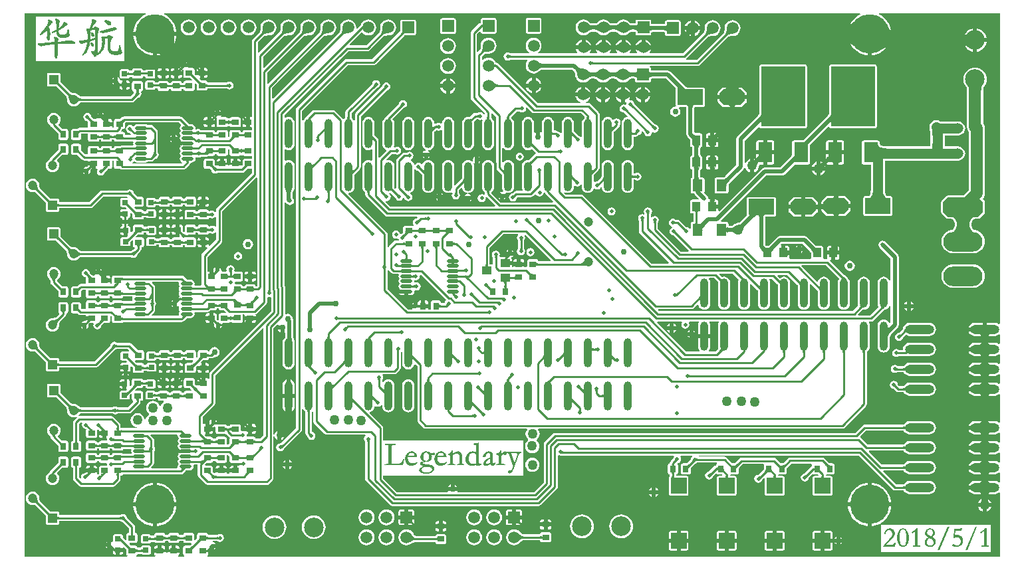
<source format=gtl>
G04 Layer_Physical_Order=1*
G04 Layer_Color=255*
%FSLAX25Y25*%
%MOIN*%
G70*
G01*
G75*
%ADD10O,0.04016X0.14567*%
%ADD11R,0.03500X0.03000*%
%ADD12R,0.05000X0.06000*%
%ADD13R,0.04000X0.05000*%
G04:AMPARAMS|DCode=14|XSize=125.98mil|YSize=78.74mil|CornerRadius=0mil|HoleSize=0mil|Usage=FLASHONLY|Rotation=180.000|XOffset=0mil|YOffset=0mil|HoleType=Round|Shape=Octagon|*
%AMOCTAGOND14*
4,1,8,-0.06299,0.01968,-0.06299,-0.01968,-0.04331,-0.03937,0.04331,-0.03937,0.06299,-0.01968,0.06299,0.01968,0.04331,0.03937,-0.04331,0.03937,-0.06299,0.01968,0.0*
%
%ADD14OCTAGOND14*%

%ADD15R,0.12598X0.07874*%
%ADD16R,0.03000X0.03500*%
%ADD17O,0.14567X0.04528*%
%ADD18R,0.07874X0.07874*%
%ADD19R,0.04724X0.03937*%
%ADD20O,0.05905X0.01772*%
%ADD21R,0.03000X0.02500*%
%ADD22R,0.07000X0.10000*%
%ADD23R,0.21850X0.29921*%
%ADD24C,0.01000*%
%ADD25C,0.05000*%
%ADD26C,0.02000*%
%ADD27C,0.06000*%
%ADD28C,0.03000*%
%ADD29C,0.05905*%
%ADD30R,0.05905X0.05905*%
%ADD31O,0.05905X0.05000*%
G04:AMPARAMS|DCode=32|XSize=59.05mil|YSize=50mil|CornerRadius=0mil|HoleSize=0mil|Usage=FLASHONLY|Rotation=0.000|XOffset=0mil|YOffset=0mil|HoleType=Round|Shape=Octagon|*
%AMOCTAGOND32*
4,1,8,0.02953,-0.01250,0.02953,0.01250,0.01703,0.02500,-0.01703,0.02500,-0.02953,0.01250,-0.02953,-0.01250,-0.01703,-0.02500,0.01703,-0.02500,0.02953,-0.01250,0.0*
%
%ADD32OCTAGOND32*%

%ADD33C,0.09842*%
%ADD34C,0.04724*%
%ADD35R,0.05905X0.05905*%
%ADD36R,0.04724X0.04724*%
%ADD37O,0.19685X0.09842*%
G04:AMPARAMS|DCode=38|XSize=200mil|YSize=98.42mil|CornerRadius=0mil|HoleSize=0mil|Usage=FLASHONLY|Rotation=0.000|XOffset=0mil|YOffset=0mil|HoleType=Round|Shape=Octagon|*
%AMOCTAGOND38*
4,1,8,0.10000,-0.02461,0.10000,0.02461,0.07539,0.04921,-0.07539,0.04921,-0.10000,0.02461,-0.10000,-0.02461,-0.07539,-0.04921,0.07539,-0.04921,0.10000,-0.02461,0.0*
%
%ADD38OCTAGOND38*%

%ADD39C,0.02000*%
%ADD40C,0.19685*%
%ADD41C,0.05000*%
%ADD42C,0.03000*%
G36*
X98786Y10100D02*
X98743Y10138D01*
X98693Y10172D01*
X98636Y10202D01*
X98571Y10228D01*
X98500Y10250D01*
X98421Y10268D01*
X98335Y10282D01*
X98242Y10292D01*
X98034Y10300D01*
Y11300D01*
X98141Y11302D01*
X98335Y11318D01*
X98421Y11332D01*
X98500Y11350D01*
X98571Y11372D01*
X98636Y11398D01*
X98693Y11428D01*
X98743Y11462D01*
X98786Y11500D01*
Y10100D01*
D02*
G37*
G36*
X8065Y30463D02*
X8112Y29895D01*
X8155Y29640D01*
X8211Y29404D01*
X8280Y29188D01*
X8362Y28992D01*
X8458Y28815D01*
X8566Y28657D01*
X8688Y28519D01*
X7981Y27812D01*
X7843Y27934D01*
X7685Y28042D01*
X7508Y28138D01*
X7312Y28220D01*
X7096Y28289D01*
X6860Y28346D01*
X6605Y28388D01*
X6331Y28418D01*
X5724Y28438D01*
X8062Y30776D01*
X8065Y30463D01*
D02*
G37*
G36*
X67675Y9400D02*
X67665Y9495D01*
X67634Y9580D01*
X67584Y9655D01*
X67513Y9720D01*
X67422Y9775D01*
X67311Y9820D01*
X67179Y9855D01*
X67027Y9880D01*
X66855Y9895D01*
X66663Y9900D01*
Y10900D01*
X66855Y10905D01*
X67027Y10920D01*
X67179Y10945D01*
X67311Y10980D01*
X67422Y11025D01*
X67513Y11080D01*
X67584Y11145D01*
X67634Y11220D01*
X67665Y11305D01*
X67675Y11400D01*
Y9400D01*
D02*
G37*
G36*
X92635Y11705D02*
X92665Y11620D01*
X92716Y11545D01*
X92787Y11480D01*
X92878Y11425D01*
X92989Y11380D01*
X93121Y11345D01*
X93273Y11320D01*
X93445Y11305D01*
X93637Y11300D01*
Y10300D01*
X93445Y10295D01*
X93273Y10280D01*
X93121Y10255D01*
X92989Y10220D01*
X92878Y10175D01*
X92787Y10120D01*
X92716Y10055D01*
X92665Y9980D01*
X92635Y9895D01*
X92625Y9800D01*
Y11800D01*
X92635Y11705D01*
D02*
G37*
G36*
X49883Y11187D02*
X49905Y11047D01*
X49941Y10906D01*
X49992Y10765D01*
X50057Y10624D01*
X50136Y10483D01*
X50229Y10341D01*
X50336Y10198D01*
X50458Y10056D01*
X50594Y9913D01*
Y8499D01*
X49887Y9163D01*
X49875Y11327D01*
X49883Y11187D01*
D02*
G37*
G36*
X63885Y11305D02*
X63915Y11220D01*
X63966Y11145D01*
X64037Y11080D01*
X64128Y11025D01*
X64239Y10980D01*
X64371Y10945D01*
X64523Y10920D01*
X64695Y10905D01*
X64887Y10900D01*
Y9900D01*
X64695Y9895D01*
X64523Y9880D01*
X64371Y9855D01*
X64239Y9820D01*
X64128Y9775D01*
X64037Y9720D01*
X63966Y9655D01*
X63915Y9580D01*
X63885Y9495D01*
X63875Y9400D01*
Y11400D01*
X63885Y11305D01*
D02*
G37*
G36*
X57135Y5305D02*
X57165Y5220D01*
X57216Y5145D01*
X57287Y5080D01*
X57378Y5025D01*
X57489Y4980D01*
X57621Y4945D01*
X57773Y4920D01*
X57945Y4905D01*
X58137Y4900D01*
Y3900D01*
X57945Y3895D01*
X57773Y3880D01*
X57621Y3855D01*
X57489Y3820D01*
X57378Y3775D01*
X57287Y3720D01*
X57216Y3655D01*
X57165Y3580D01*
X57135Y3495D01*
X57125Y3400D01*
Y5400D01*
X57135Y5305D01*
D02*
G37*
G36*
X60913Y3563D02*
X60903Y3627D01*
X60873Y3684D01*
X60823Y3735D01*
X60753Y3779D01*
X60663Y3816D01*
X60553Y3846D01*
X60423Y3870D01*
X60273Y3887D01*
X60103Y3897D01*
X59913Y3900D01*
Y4900D01*
X60105Y4905D01*
X60276Y4920D01*
X60428Y4945D01*
X60559Y4980D01*
X60670Y5025D01*
X60761Y5080D01*
X60833Y5145D01*
X60883Y5220D01*
X60914Y5305D01*
X60925Y5400D01*
X60913Y3563D01*
D02*
G37*
G36*
X54108Y6406D02*
X54462Y6107D01*
X54621Y5997D01*
X54769Y5912D01*
X54904Y5853D01*
X55028Y5820D01*
X55140Y5812D01*
X55239Y5831D01*
X55327Y5875D01*
X53675Y4723D01*
X53742Y4788D01*
X53777Y4871D01*
X53782Y4970D01*
X53756Y5086D01*
X53700Y5219D01*
X53613Y5369D01*
X53495Y5536D01*
X53346Y5719D01*
X52956Y6137D01*
X53913Y6594D01*
X54108Y6406D01*
D02*
G37*
G36*
X55905Y13095D02*
X55920Y12923D01*
X55945Y12771D01*
X55980Y12639D01*
X56025Y12528D01*
X56080Y12437D01*
X56145Y12366D01*
X56220Y12315D01*
X56305Y12285D01*
X56400Y12275D01*
X54400D01*
X54495Y12285D01*
X54580Y12315D01*
X54655Y12366D01*
X54720Y12437D01*
X54775Y12528D01*
X54820Y12639D01*
X54855Y12771D01*
X54880Y12923D01*
X54895Y13095D01*
X54900Y13287D01*
X55900D01*
X55905Y13095D01*
D02*
G37*
G36*
X90227Y9325D02*
X90166Y9396D01*
X90087Y9435D01*
X89990Y9443D01*
X89876Y9418D01*
X89743Y9362D01*
X89593Y9275D01*
X89425Y9155D01*
X89239Y9004D01*
X88813Y8606D01*
X88456Y9663D01*
X88639Y9854D01*
X88932Y10202D01*
X89041Y10360D01*
X89126Y10507D01*
X89185Y10643D01*
X89220Y10768D01*
X89230Y10882D01*
X89215Y10985D01*
X89175Y11077D01*
X90227Y9325D01*
D02*
G37*
G36*
X71135Y11705D02*
X71166Y11620D01*
X71216Y11545D01*
X71287Y11480D01*
X71378Y11425D01*
X71489Y11380D01*
X71621Y11345D01*
X71773Y11320D01*
X71945Y11305D01*
X72137Y11300D01*
Y10300D01*
X71945Y10295D01*
X71773Y10280D01*
X71621Y10255D01*
X71489Y10220D01*
X71378Y10175D01*
X71287Y10120D01*
X71216Y10055D01*
X71166Y9980D01*
X71135Y9895D01*
X71125Y9800D01*
Y11800D01*
X71135Y11705D01*
D02*
G37*
G36*
X51903Y20733D02*
X51915Y20674D01*
X51934Y20612D01*
X51961Y20548D01*
X51996Y20482D01*
X52039Y20413D01*
X52090Y20343D01*
X52149Y20270D01*
X52290Y20117D01*
X51583Y19410D01*
X51506Y19485D01*
X51357Y19610D01*
X51287Y19661D01*
X51218Y19704D01*
X51152Y19739D01*
X51088Y19766D01*
X51026Y19785D01*
X50967Y19797D01*
X50910Y19800D01*
X51900Y20790D01*
X51903Y20733D01*
D02*
G37*
G36*
X82175Y9800D02*
X82165Y9895D01*
X82134Y9980D01*
X82084Y10055D01*
X82013Y10120D01*
X81922Y10175D01*
X81811Y10220D01*
X81679Y10255D01*
X81527Y10280D01*
X81355Y10295D01*
X81163Y10300D01*
Y11300D01*
X81355Y11305D01*
X81527Y11320D01*
X81679Y11345D01*
X81811Y11380D01*
X81922Y11425D01*
X82013Y11480D01*
X82084Y11545D01*
X82134Y11620D01*
X82165Y11705D01*
X82175Y11800D01*
Y9800D01*
D02*
G37*
G36*
X78135Y11705D02*
X78166Y11620D01*
X78216Y11545D01*
X78287Y11480D01*
X78378Y11425D01*
X78489Y11380D01*
X78621Y11345D01*
X78773Y11320D01*
X78945Y11305D01*
X79137Y11300D01*
Y10300D01*
X78945Y10295D01*
X78773Y10280D01*
X78621Y10255D01*
X78489Y10220D01*
X78378Y10175D01*
X78287Y10120D01*
X78216Y10055D01*
X78166Y9980D01*
X78135Y9895D01*
X78125Y9800D01*
Y11800D01*
X78135Y11705D01*
D02*
G37*
G36*
X74675Y9800D02*
X74665Y9895D01*
X74634Y9980D01*
X74584Y10055D01*
X74513Y10120D01*
X74422Y10175D01*
X74311Y10220D01*
X74179Y10255D01*
X74027Y10280D01*
X73855Y10295D01*
X73663Y10300D01*
Y11300D01*
X73855Y11305D01*
X74027Y11320D01*
X74179Y11345D01*
X74311Y11380D01*
X74422Y11425D01*
X74513Y11480D01*
X74584Y11545D01*
X74634Y11620D01*
X74665Y11705D01*
X74675Y11800D01*
Y9800D01*
D02*
G37*
G36*
X490597Y118214D02*
X490097Y117973D01*
X489604Y118351D01*
X488810Y118680D01*
X487958Y118792D01*
X483939D01*
Y115500D01*
Y113241D01*
X485939D01*
X485654Y113211D01*
X485399Y113120D01*
X485174Y112970D01*
X484979Y112759D01*
X484814Y112488D01*
X484700Y112208D01*
X487958D01*
X488810Y112320D01*
X489604Y112649D01*
X490097Y113027D01*
X490597Y112786D01*
Y108214D01*
X490097Y107973D01*
X489604Y108351D01*
X488810Y108680D01*
X487958Y108792D01*
X484700D01*
X484814Y108512D01*
X484979Y108241D01*
X485174Y108030D01*
X485399Y107880D01*
X485654Y107789D01*
X485939Y107759D01*
X483939D01*
Y105500D01*
Y103241D01*
X485939D01*
X485654Y103211D01*
X485399Y103120D01*
X485174Y102970D01*
X484979Y102759D01*
X484814Y102488D01*
X484700Y102208D01*
X487958D01*
X488810Y102320D01*
X489604Y102649D01*
X490097Y103027D01*
X490597Y102786D01*
Y98214D01*
X490097Y97973D01*
X489604Y98351D01*
X488810Y98680D01*
X487958Y98792D01*
X484700D01*
X484814Y98512D01*
X484979Y98241D01*
X485174Y98030D01*
X485399Y97880D01*
X485654Y97789D01*
X485939Y97759D01*
X483939D01*
Y95500D01*
Y93241D01*
X485939D01*
X485654Y93211D01*
X485399Y93120D01*
X485174Y92970D01*
X484979Y92759D01*
X484814Y92488D01*
X484700Y92208D01*
X487958D01*
X488810Y92320D01*
X489604Y92649D01*
X490097Y93027D01*
X490597Y92786D01*
Y88214D01*
X490097Y87973D01*
X489604Y88351D01*
X488810Y88680D01*
X487958Y88792D01*
X484700D01*
X484814Y88512D01*
X484979Y88241D01*
X485174Y88030D01*
X485399Y87880D01*
X485654Y87789D01*
X485939Y87759D01*
X483939D01*
Y85500D01*
Y83241D01*
X485939D01*
X485654Y83211D01*
X485399Y83120D01*
X485174Y82970D01*
X484979Y82759D01*
X484814Y82488D01*
X484700Y82208D01*
X487958D01*
X488810Y82320D01*
X489604Y82649D01*
X490097Y83027D01*
X490597Y82786D01*
Y68814D01*
X490097Y68573D01*
X489604Y68951D01*
X488810Y69280D01*
X487958Y69392D01*
X484700D01*
X484814Y69112D01*
X484979Y68841D01*
X485174Y68630D01*
X485399Y68480D01*
X485654Y68389D01*
X485939Y68359D01*
X483939D01*
Y66100D01*
Y63841D01*
X485939D01*
X485654Y63811D01*
X485399Y63720D01*
X485174Y63570D01*
X484979Y63359D01*
X484814Y63088D01*
X484700Y62808D01*
X487958D01*
X488810Y62920D01*
X489604Y63249D01*
X490097Y63627D01*
X490597Y63386D01*
Y58814D01*
X490097Y58573D01*
X489604Y58951D01*
X488810Y59280D01*
X487958Y59392D01*
X484700D01*
X484814Y59112D01*
X484979Y58841D01*
X485174Y58630D01*
X485399Y58480D01*
X485654Y58389D01*
X485939Y58359D01*
X483939D01*
Y56100D01*
Y53841D01*
X485939D01*
X485654Y53811D01*
X485399Y53720D01*
X485174Y53570D01*
X484979Y53359D01*
X484814Y53088D01*
X484700Y52808D01*
X487958D01*
X488810Y52920D01*
X489604Y53249D01*
X490097Y53627D01*
X490597Y53386D01*
Y48814D01*
X490097Y48573D01*
X489604Y48951D01*
X488810Y49280D01*
X487958Y49392D01*
X484700D01*
X484814Y49112D01*
X484979Y48841D01*
X485174Y48630D01*
X485399Y48480D01*
X485654Y48389D01*
X485939Y48359D01*
X483939D01*
Y46100D01*
Y43841D01*
X485939D01*
X485654Y43811D01*
X485399Y43720D01*
X485174Y43570D01*
X484979Y43359D01*
X484814Y43088D01*
X484700Y42808D01*
X487958D01*
X488810Y42920D01*
X489604Y43249D01*
X490097Y43627D01*
X490597Y43386D01*
Y38814D01*
X490097Y38573D01*
X489604Y38951D01*
X488810Y39280D01*
X487958Y39392D01*
X484700D01*
X484814Y39112D01*
X484979Y38841D01*
X485174Y38630D01*
X485399Y38480D01*
X485654Y38389D01*
X485939Y38359D01*
X483939D01*
Y36100D01*
Y33841D01*
X485939D01*
X485654Y33811D01*
X485399Y33720D01*
X485174Y33570D01*
X484979Y33359D01*
X484814Y33088D01*
X484700Y32808D01*
X487958D01*
X488810Y32920D01*
X489604Y33249D01*
X490097Y33627D01*
X490597Y33386D01*
Y1529D01*
X93253D01*
X93147Y2029D01*
X93371Y2179D01*
X93592Y2510D01*
X93670Y2900D01*
Y5062D01*
X93781Y5147D01*
X94170Y5284D01*
X94500Y5063D01*
Y5727D01*
X94110Y6117D01*
X94184Y6194D01*
X94310Y6343D01*
X94361Y6413D01*
X94404Y6482D01*
X94439Y6548D01*
X94466Y6612D01*
X94485Y6673D01*
X94497Y6733D01*
X94500Y6789D01*
Y6800D01*
X95500D01*
Y7800D01*
X97237D01*
X96942Y8242D01*
X96280Y8684D01*
X95845Y8771D01*
X95894Y9271D01*
X98189D01*
X98720Y8916D01*
X99500Y8761D01*
X100280Y8916D01*
X100942Y9358D01*
X101384Y10020D01*
X101539Y10800D01*
X101384Y11580D01*
X100942Y12242D01*
X100280Y12684D01*
X99500Y12839D01*
X98720Y12684D01*
X98189Y12329D01*
X93664D01*
X93592Y12690D01*
X93371Y13021D01*
X93040Y13242D01*
X92650Y13320D01*
X89150D01*
X88760Y13242D01*
X88429Y13021D01*
X88208Y12690D01*
X88130Y12300D01*
Y10835D01*
X88121Y10821D01*
X87924Y10587D01*
X87132Y9794D01*
X86670Y9986D01*
Y12300D01*
X86592Y12690D01*
X86371Y13021D01*
X86040Y13242D01*
X85650Y13320D01*
X82150D01*
X81760Y13242D01*
X81429Y13021D01*
X81208Y12690D01*
X81136Y12329D01*
X79164D01*
X79092Y12690D01*
X78871Y13021D01*
X78540Y13242D01*
X78150Y13320D01*
X74650D01*
X74260Y13242D01*
X73929Y13021D01*
X73708Y12690D01*
X73636Y12329D01*
X72164D01*
X72092Y12690D01*
X71871Y13021D01*
X71540Y13242D01*
X71150Y13320D01*
X67650D01*
X67260Y13242D01*
X66929Y13021D01*
X66708Y12690D01*
X66630Y12300D01*
Y11929D01*
X64864D01*
X64842Y12040D01*
X64621Y12371D01*
X64290Y12592D01*
X63900Y12670D01*
X60900D01*
X60510Y12592D01*
X60179Y12371D01*
X59958Y12040D01*
X59880Y11650D01*
Y9150D01*
X59958Y8760D01*
X60179Y8429D01*
X60510Y8208D01*
X60900Y8130D01*
X63900D01*
X64290Y8208D01*
X64621Y8429D01*
X64842Y8760D01*
X64864Y8871D01*
X66734D01*
X66929Y8579D01*
X67260Y8358D01*
X67650Y8280D01*
X71150D01*
X71540Y8358D01*
X71871Y8579D01*
X72092Y8910D01*
X72164Y9271D01*
X73636D01*
X73708Y8910D01*
X73929Y8579D01*
X74260Y8358D01*
X74650Y8280D01*
X78150D01*
X78540Y8358D01*
X78871Y8579D01*
X79092Y8910D01*
X79164Y9271D01*
X81136D01*
X81208Y8910D01*
X81429Y8579D01*
X81760Y8358D01*
X82150Y8280D01*
X84964D01*
X85156Y7818D01*
X84491Y7154D01*
X84344Y7018D01*
X84229Y6926D01*
X84220Y6920D01*
X82150D01*
X81760Y6842D01*
X81429Y6621D01*
X81208Y6290D01*
X81130Y5900D01*
Y2900D01*
X81208Y2510D01*
X81429Y2179D01*
X81653Y2029D01*
X81547Y1529D01*
X78753D01*
X78647Y2029D01*
X78871Y2179D01*
X79092Y2510D01*
X79170Y2900D01*
Y3400D01*
X76400D01*
Y4400D01*
X75400D01*
Y6920D01*
X74650D01*
X74260Y6842D01*
X73929Y6621D01*
X73900Y6582D01*
Y4950D01*
X73900Y4950D01*
X73979Y4932D01*
X74040Y4922D01*
X74179Y4945D01*
X74311Y4980D01*
X74422Y5025D01*
X74513Y5080D01*
X74584Y5145D01*
X74634Y5220D01*
X74665Y5305D01*
X74675Y5400D01*
Y3400D01*
X74665Y3495D01*
X74634Y3580D01*
X74584Y3655D01*
X74513Y3720D01*
X74422Y3775D01*
X74311Y3820D01*
X74179Y3855D01*
X74040Y3878D01*
X73979Y3868D01*
X73900Y3850D01*
X73829Y3828D01*
X73764Y3802D01*
X73707Y3772D01*
X73657Y3738D01*
X73614Y3700D01*
Y4400D01*
X72186D01*
Y3700D01*
X72143Y3738D01*
X72093Y3772D01*
X72036Y3802D01*
X71971Y3828D01*
X71900Y3850D01*
X71821Y3868D01*
X71760Y3878D01*
X71621Y3855D01*
X71489Y3820D01*
X71378Y3775D01*
X71287Y3720D01*
X71216Y3655D01*
X71166Y3580D01*
X71135Y3495D01*
X71125Y3400D01*
Y5400D01*
X71135Y5305D01*
X71166Y5220D01*
X71216Y5145D01*
X71287Y5080D01*
X71378Y5025D01*
X71489Y4980D01*
X71621Y4945D01*
X71760Y4922D01*
X71821Y4932D01*
X71900Y4950D01*
X71900Y4950D01*
Y6582D01*
X71871Y6621D01*
X71540Y6842D01*
X71150Y6920D01*
X70400D01*
Y4400D01*
X69400D01*
Y3400D01*
X66630D01*
Y2900D01*
X66708Y2510D01*
X66929Y2179D01*
X67153Y2029D01*
X67047Y1529D01*
X57753D01*
X57647Y2029D01*
X57871Y2179D01*
X58092Y2510D01*
X58164Y2871D01*
X60151D01*
X60179Y2829D01*
X60310Y2742D01*
X60312Y2739D01*
X60316Y2737D01*
X60510Y2608D01*
X60660Y2578D01*
X60673Y2572D01*
X60695Y2571D01*
X60900Y2530D01*
X63900D01*
X64290Y2608D01*
X64621Y2829D01*
X64842Y3160D01*
X64920Y3550D01*
Y6050D01*
X64842Y6440D01*
X64621Y6771D01*
X64290Y6992D01*
X63900Y7070D01*
X60900D01*
X60510Y6992D01*
X60179Y6771D01*
X59958Y6440D01*
X59880Y6050D01*
Y5929D01*
X58164D01*
X58092Y6290D01*
X57871Y6621D01*
X57540Y6842D01*
X57150Y6920D01*
X55081D01*
X54842Y7121D01*
X54144Y7818D01*
X54336Y8280D01*
X57150D01*
X57540Y8358D01*
X57871Y8579D01*
X58092Y8910D01*
X58170Y9300D01*
Y12300D01*
X58092Y12690D01*
X57871Y13021D01*
X57540Y13242D01*
X57150Y13320D01*
X56929D01*
Y16300D01*
X56813Y16885D01*
X56481Y17381D01*
X52908Y20954D01*
X52784Y21580D01*
X52342Y22242D01*
X51680Y22684D01*
X50900Y22839D01*
X50120Y22684D01*
X49589Y22329D01*
X19082D01*
Y23162D01*
X19004Y23552D01*
X18783Y23883D01*
X18452Y24104D01*
X18062Y24182D01*
X14514D01*
X14295Y24368D01*
X9358Y29304D01*
X9329Y29348D01*
X9283Y29432D01*
X9237Y29542D01*
X9193Y29678D01*
X9154Y29843D01*
X9124Y30021D01*
X9085Y30510D01*
X9082Y30732D01*
X9091Y30800D01*
X8976Y31678D01*
X8637Y32496D01*
X8098Y33198D01*
X7396Y33737D01*
X6578Y34076D01*
X5700Y34191D01*
X4822Y34076D01*
X4004Y33737D01*
X3302Y33198D01*
X2763Y32496D01*
X2424Y31678D01*
X2309Y30800D01*
X2424Y29922D01*
X2763Y29104D01*
X3302Y28402D01*
X4004Y27863D01*
X4822Y27524D01*
X5700Y27409D01*
X5759Y27417D01*
X6259Y27400D01*
X6466Y27378D01*
X6657Y27346D01*
X6822Y27307D01*
X6958Y27263D01*
X7068Y27217D01*
X7152Y27171D01*
X7196Y27142D01*
X12094Y22243D01*
X12242Y22084D01*
X12318Y21989D01*
Y18438D01*
X12396Y18048D01*
X12617Y17717D01*
X12948Y17496D01*
X13338Y17418D01*
X18062D01*
X18452Y17496D01*
X18783Y17717D01*
X19004Y18048D01*
X19082Y18438D01*
Y19271D01*
X49589D01*
X50120Y18916D01*
X50746Y18791D01*
X53871Y15666D01*
Y13320D01*
X53650D01*
X53260Y13242D01*
X52929Y13021D01*
X52708Y12690D01*
X52630Y12300D01*
Y9986D01*
X52169Y9794D01*
X51167Y10796D01*
X51132Y10837D01*
X51063Y10929D01*
X51008Y11012D01*
X50967Y11086D01*
X50937Y11151D01*
X50920Y11199D01*
Y11650D01*
X50842Y12040D01*
X50621Y12371D01*
X50290Y12592D01*
X49900Y12670D01*
X46900D01*
X46510Y12592D01*
X46179Y12371D01*
X45958Y12040D01*
X45880Y11650D01*
Y9150D01*
X45927Y8916D01*
X45456Y8721D01*
X45442Y8742D01*
X45000Y9037D01*
Y7300D01*
Y7289D01*
X45003Y7233D01*
X45015Y7174D01*
X45034Y7112D01*
X45061Y7048D01*
X45096Y6982D01*
X45139Y6913D01*
X45190Y6843D01*
X45249Y6770D01*
X45390Y6617D01*
X45000Y6227D01*
Y5563D01*
X45380Y5817D01*
X45642Y5747D01*
X45880Y5614D01*
Y3550D01*
X45958Y3160D01*
X46179Y2829D01*
X46510Y2608D01*
X46900Y2530D01*
X47400D01*
Y4800D01*
X48400D01*
Y5800D01*
X50920D01*
Y6010D01*
X51011Y6088D01*
X51390Y6247D01*
X52417Y5220D01*
X52576Y5050D01*
X52630Y4983D01*
Y2900D01*
X52708Y2510D01*
X52929Y2179D01*
X53153Y2029D01*
X53047Y1529D01*
X1529D01*
Y274061D01*
X62137D01*
X62234Y273571D01*
X61992Y273470D01*
X60536Y272578D01*
X59239Y271470D01*
X58130Y270172D01*
X57239Y268717D01*
X56585Y267140D01*
X56187Y265481D01*
X56132Y264779D01*
X77727D01*
X77671Y265481D01*
X77273Y267140D01*
X76620Y268717D01*
X75728Y270172D01*
X74620Y271470D01*
X73322Y272578D01*
X71867Y273470D01*
X71624Y273571D01*
X71721Y274061D01*
X420405D01*
X420502Y273571D01*
X420259Y273470D01*
X418804Y272578D01*
X417506Y271470D01*
X416398Y270172D01*
X415506Y268717D01*
X415303Y268227D01*
X415605Y268430D01*
X416455Y269089D01*
X417309Y269835D01*
X418168Y270669D01*
Y264779D01*
X432965D01*
X434075Y268029D01*
X434568Y267093D01*
X435104Y266255D01*
X435682Y265515D01*
X435959Y265230D01*
X435939Y265481D01*
X435541Y267140D01*
X434888Y268717D01*
X433996Y270172D01*
X432887Y271470D01*
X431590Y272578D01*
X430134Y273470D01*
X429892Y273571D01*
X429989Y274061D01*
X490597D01*
Y118214D01*
D02*
G37*
G36*
X50186Y20100D02*
X50143Y20138D01*
X50093Y20172D01*
X50036Y20202D01*
X49972Y20228D01*
X49900Y20250D01*
X49821Y20268D01*
X49735Y20282D01*
X49642Y20292D01*
X49434Y20300D01*
Y21300D01*
X49542Y21302D01*
X49735Y21318D01*
X49821Y21332D01*
X49900Y21350D01*
X49972Y21372D01*
X50036Y21398D01*
X50093Y21428D01*
X50143Y21462D01*
X50186Y21500D01*
Y20100D01*
D02*
G37*
G36*
X13557Y23657D02*
X13926Y23344D01*
X14089Y23229D01*
X14238Y23143D01*
X14372Y23085D01*
X14492Y23056D01*
X14597Y23055D01*
X14688Y23082D01*
X14765Y23137D01*
X13363Y21735D01*
X13418Y21812D01*
X13445Y21903D01*
X13444Y22008D01*
X13415Y22128D01*
X13357Y22262D01*
X13271Y22411D01*
X13156Y22574D01*
X13014Y22751D01*
X12644Y23149D01*
X13351Y23856D01*
X13557Y23657D01*
D02*
G37*
G36*
X86344Y6137D02*
X86134Y5920D01*
X85805Y5536D01*
X85687Y5369D01*
X85600Y5219D01*
X85544Y5086D01*
X85518Y4970D01*
X85523Y4871D01*
X85558Y4788D01*
X85625Y4723D01*
X83973Y5875D01*
X84061Y5831D01*
X84160Y5812D01*
X84272Y5820D01*
X84396Y5853D01*
X84531Y5912D01*
X84679Y5997D01*
X84838Y6107D01*
X85009Y6244D01*
X85387Y6594D01*
X86344Y6137D01*
D02*
G37*
G36*
X18047Y21705D02*
X18078Y21620D01*
X18128Y21545D01*
X18199Y21480D01*
X18290Y21425D01*
X18402Y21380D01*
X18533Y21345D01*
X18685Y21320D01*
X18857Y21305D01*
X19049Y21300D01*
Y20300D01*
X18857Y20295D01*
X18685Y20280D01*
X18533Y20255D01*
X18402Y20220D01*
X18290Y20175D01*
X18199Y20120D01*
X18128Y20055D01*
X18078Y19980D01*
X18047Y19895D01*
X18037Y19800D01*
Y21800D01*
X18047Y21705D01*
D02*
G37*
%LPC*%
G36*
X412443Y203227D02*
X408924D01*
Y199240D01*
X410400D01*
X410210Y199220D01*
X410040Y199160D01*
X409890Y199060D01*
X409760Y198920D01*
X409650Y198740D01*
X409560Y198520D01*
X409490Y198260D01*
X409481Y198207D01*
X411424D01*
X411814Y198285D01*
X412145Y198506D01*
X412366Y198837D01*
X412443Y199227D01*
Y203227D01*
D02*
G37*
G36*
X377443D02*
X373924D01*
Y198207D01*
X376424D01*
X376814Y198285D01*
X377145Y198506D01*
X377366Y198837D01*
X377443Y199227D01*
Y203227D01*
D02*
G37*
G36*
X481939Y45100D02*
X474800D01*
X475068Y44454D01*
X475591Y43772D01*
X476273Y43249D01*
X477067Y42920D01*
X477919Y42808D01*
X481178D01*
X481064Y43088D01*
X480899Y43359D01*
X480704Y43570D01*
X480479Y43720D01*
X480224Y43811D01*
X479939Y43841D01*
X481939D01*
Y45100D01*
D02*
G37*
G36*
X406924Y203227D02*
X404448D01*
X404437Y199240D01*
X404407Y199226D01*
X404353Y199187D01*
X404273Y199120D01*
X403708Y198589D01*
X403671Y198553D01*
X403703Y198506D01*
X404033Y198285D01*
X404424Y198207D01*
X406924D01*
Y199045D01*
X406910Y199060D01*
X406760Y199160D01*
X406590Y199220D01*
X406400Y199240D01*
X406924D01*
Y203227D01*
D02*
G37*
G36*
X400700Y199574D02*
Y198804D01*
X400873Y198869D01*
X401066Y198962D01*
X401257Y199075D01*
X401445Y199207D01*
X401486Y199241D01*
X401465Y199257D01*
X400700Y199574D01*
D02*
G37*
G36*
X108950Y201120D02*
X108200D01*
Y199600D01*
X109970D01*
Y200100D01*
X109892Y200490D01*
X109671Y200821D01*
X109340Y201042D01*
X108950Y201120D01*
D02*
G37*
G36*
X227354Y202292D02*
X226912Y201996D01*
X226470Y201335D01*
X226315Y200554D01*
X226431Y199970D01*
X225973Y199712D01*
X225478Y200092D01*
X224746Y200395D01*
X223961Y200499D01*
X223175Y200395D01*
X222444Y200092D01*
X221815Y199610D01*
X221333Y198982D01*
X221030Y198250D01*
X220927Y197465D01*
Y191501D01*
X220919Y191470D01*
X220899Y191415D01*
X220870Y191351D01*
X220829Y191277D01*
X220774Y191194D01*
X220704Y191102D01*
X220668Y191060D01*
X217456Y187848D01*
X216994Y188039D01*
Y197465D01*
X216891Y198250D01*
X216588Y198982D01*
X216106Y199610D01*
X215477Y200092D01*
X214746Y200395D01*
X213961Y200499D01*
X213175Y200395D01*
X212444Y200092D01*
X211815Y199610D01*
X211333Y198982D01*
X211030Y198250D01*
X210927Y197465D01*
Y186914D01*
X211030Y186128D01*
X211333Y185397D01*
X211815Y184768D01*
X212444Y184286D01*
X213175Y183983D01*
X213961Y183880D01*
X214746Y183983D01*
X215477Y184286D01*
X215529Y184326D01*
X216071Y184112D01*
X216137Y183810D01*
X215916Y183480D01*
X215761Y182700D01*
X215916Y181920D01*
X216358Y181258D01*
X217020Y180816D01*
X217800Y180661D01*
X218580Y180816D01*
X219242Y181258D01*
X219684Y181920D01*
X219839Y182700D01*
X219684Y183480D01*
X219329Y184011D01*
Y185395D01*
X220472Y186538D01*
X221000Y186358D01*
X221030Y186128D01*
X221333Y185397D01*
X221815Y184768D01*
X222444Y184286D01*
X223175Y183983D01*
X223582Y183930D01*
X223655Y183920D01*
X223671Y183414D01*
X223562Y183392D01*
X223020Y183284D01*
X222358Y182842D01*
X222063Y182400D01*
X225537D01*
X225242Y182842D01*
X224580Y183284D01*
X224149Y183370D01*
X224057Y183388D01*
X224073Y183895D01*
X224156Y183905D01*
X224746Y183983D01*
X225478Y184286D01*
X226106Y184768D01*
X226588Y185397D01*
X226891Y186128D01*
X226994Y186914D01*
Y197465D01*
X226891Y198250D01*
X226733Y198631D01*
X227137Y198962D01*
X227354Y198817D01*
Y200554D01*
Y202292D01*
D02*
G37*
G36*
X249900Y204139D02*
X249120Y203984D01*
X248458Y203542D01*
X248016Y202880D01*
X247861Y202100D01*
X248016Y201320D01*
X248458Y200658D01*
X249120Y200216D01*
X249900Y200061D01*
X250680Y200216D01*
X251342Y200658D01*
X251784Y201320D01*
X251939Y202100D01*
X251784Y202880D01*
X251342Y203542D01*
X250680Y203984D01*
X249900Y204139D01*
D02*
G37*
G36*
X345320Y202820D02*
X344400D01*
X344010Y202742D01*
X343679Y202521D01*
X343458Y202190D01*
X343380Y201800D01*
Y200300D01*
X345400D01*
Y201787D01*
X344413D01*
X344601Y201807D01*
X344768Y201867D01*
X344916Y201967D01*
X345045Y202107D01*
X345153Y202287D01*
X345242Y202507D01*
X345311Y202767D01*
X345320Y202820D01*
D02*
G37*
G36*
X230092Y199554D02*
X229354D01*
Y198817D01*
X229796Y199112D01*
X230092Y199554D01*
D02*
G37*
G36*
X99700Y201120D02*
X98950D01*
X98560Y201042D01*
X98229Y200821D01*
X98008Y200490D01*
X97930Y200100D01*
Y199600D01*
X99700D01*
Y201120D01*
D02*
G37*
G36*
X371924Y203227D02*
X369448D01*
X369438Y199827D01*
X369688Y199577D01*
X369517Y199396D01*
X369437Y199298D01*
X369437Y199240D01*
X369407Y199226D01*
X369353Y199187D01*
X369339Y199175D01*
X369231Y199024D01*
X369114Y198834D01*
X369017Y198641D01*
X368937Y198444D01*
X368875Y198245D01*
X368832Y198042D01*
X368807Y197837D01*
X368800Y197628D01*
X368271Y198157D01*
X368022Y197911D01*
Y198406D01*
X367300Y199128D01*
Y197603D01*
Y194229D01*
X368065Y194546D01*
X368796Y195107D01*
X369357Y195838D01*
X369710Y196689D01*
X369830Y197603D01*
X369800Y197831D01*
X370130Y198207D01*
X371924D01*
Y203227D01*
D02*
G37*
G36*
X398700Y195200D02*
X396326D01*
X396643Y194435D01*
X397204Y193704D01*
X397935Y193143D01*
X398700Y192826D01*
Y195200D01*
D02*
G37*
G36*
X34200Y47120D02*
X33450D01*
X33060Y47042D01*
X32729Y46821D01*
X32508Y46490D01*
X32430Y46100D01*
Y45600D01*
X34200D01*
Y47120D01*
D02*
G37*
G36*
X403074Y195200D02*
X400700D01*
Y192826D01*
X401465Y193143D01*
X402196Y193704D01*
X402757Y194435D01*
X403074Y195200D01*
D02*
G37*
G36*
X22500Y208570D02*
X19500D01*
X19110Y208492D01*
X18779Y208271D01*
X18558Y207940D01*
X18480Y207550D01*
Y205481D01*
X18279Y205242D01*
X14619Y201581D01*
X14287Y201085D01*
X14237Y200833D01*
X14004Y200737D01*
X13302Y200198D01*
X12763Y199496D01*
X12424Y198678D01*
X12309Y197800D01*
X12424Y196922D01*
X12763Y196104D01*
X13302Y195402D01*
X14004Y194863D01*
X14822Y194524D01*
X15700Y194409D01*
X16578Y194524D01*
X17396Y194863D01*
X18098Y195402D01*
X18637Y196104D01*
X18976Y196922D01*
X19091Y197800D01*
X18976Y198678D01*
X18637Y199496D01*
X18098Y200198D01*
X18095Y200200D01*
X18062Y200699D01*
X20180Y202817D01*
X20350Y202976D01*
X20417Y203030D01*
X22500D01*
X22890Y203108D01*
X23221Y203329D01*
X23442Y203660D01*
X23520Y204050D01*
Y207550D01*
X23442Y207940D01*
X23221Y208271D01*
X22890Y208492D01*
X22500Y208570D01*
D02*
G37*
G36*
X31700Y194100D02*
X30963D01*
X31258Y193658D01*
X31700Y193363D01*
Y194100D01*
D02*
G37*
G36*
X36950Y47120D02*
X36200D01*
Y45600D01*
X37970D01*
Y46100D01*
X37892Y46490D01*
X37671Y46821D01*
X37340Y47042D01*
X36950Y47120D01*
D02*
G37*
G36*
X210700Y183637D02*
Y182900D01*
X211437D01*
X211142Y183342D01*
X210700Y183637D01*
D02*
G37*
G36*
X208700D02*
X208258Y183342D01*
X207963Y182900D01*
X208700D01*
Y183637D01*
D02*
G37*
G36*
X132400Y49938D02*
X131598Y49402D01*
X131061Y48600D01*
X132400D01*
Y49938D01*
D02*
G37*
G36*
X303961Y200499D02*
X303175Y200395D01*
X302444Y200092D01*
X301815Y199610D01*
X301333Y198982D01*
X301030Y198250D01*
X300927Y197465D01*
Y186914D01*
X301030Y186128D01*
X301333Y185397D01*
X301815Y184768D01*
X302444Y184286D01*
X303175Y183983D01*
X303961Y183880D01*
X304746Y183983D01*
X305477Y184286D01*
X306106Y184768D01*
X306588Y185397D01*
X306891Y186128D01*
X306994Y186914D01*
Y190571D01*
X307489D01*
X308020Y190216D01*
X308800Y190061D01*
X309580Y190216D01*
X310242Y190658D01*
X310684Y191320D01*
X310839Y192100D01*
X310684Y192880D01*
X310242Y193542D01*
X309580Y193984D01*
X308800Y194139D01*
X308020Y193984D01*
X307489Y193629D01*
X306994D01*
Y197465D01*
X306891Y198250D01*
X306588Y198982D01*
X306106Y199610D01*
X305477Y200092D01*
X304746Y200395D01*
X303961Y200499D01*
D02*
G37*
G36*
X481178Y49392D02*
X477919D01*
X477067Y49280D01*
X476273Y48951D01*
X475591Y48428D01*
X475068Y47746D01*
X474800Y47100D01*
X481939D01*
Y48359D01*
X479939D01*
X480224Y48389D01*
X480479Y48480D01*
X480704Y48630D01*
X480899Y48841D01*
X481064Y49112D01*
X481178Y49392D01*
D02*
G37*
G36*
X34388Y197600D02*
X33430D01*
Y197504D01*
X32933Y197093D01*
X32700Y197139D01*
X31920Y196984D01*
X31258Y196542D01*
X30963Y196100D01*
X32700D01*
Y195100D01*
X33700D01*
Y193363D01*
X34142Y193658D01*
X34584Y194320D01*
X34739Y195100D01*
X34644Y195580D01*
X35006Y196080D01*
X35200D01*
Y196842D01*
X35089Y196754D01*
X34907Y196593D01*
X34713Y196406D01*
X33756Y196863D01*
X33965Y197079D01*
X34291Y197462D01*
X34388Y197600D01*
D02*
G37*
G36*
X481939Y104500D02*
X474800D01*
X475068Y103854D01*
X475591Y103172D01*
X476273Y102649D01*
X477067Y102320D01*
X477919Y102208D01*
X481178D01*
X481064Y102488D01*
X480899Y102759D01*
X480704Y102970D01*
X480479Y103120D01*
X480224Y103211D01*
X479939Y103241D01*
X481939D01*
Y104500D01*
D02*
G37*
G36*
X398700Y199574D02*
X397935Y199257D01*
X397204Y198696D01*
X396643Y197965D01*
X396326Y197200D01*
X398700D01*
Y199574D01*
D02*
G37*
G36*
X402860Y197717D02*
X402816Y197665D01*
X402679Y197478D01*
X402560Y197289D01*
X402513Y197200D01*
X403074D01*
X402860Y197717D01*
D02*
G37*
G36*
X400700Y197760D02*
Y197200D01*
X401201D01*
X400700Y197760D01*
D02*
G37*
G36*
X349420Y198300D02*
X347400D01*
Y196813D01*
X348387D01*
X348200Y196793D01*
X348032Y196733D01*
X347884Y196633D01*
X347755Y196493D01*
X347647Y196313D01*
X347558Y196093D01*
X347489Y195833D01*
X347480Y195780D01*
X348400D01*
X348790Y195858D01*
X349121Y196079D01*
X349342Y196410D01*
X349420Y196800D01*
Y198300D01*
D02*
G37*
G36*
X132400Y46600D02*
X131061D01*
X131598Y45798D01*
X132400Y45261D01*
Y46600D01*
D02*
G37*
G36*
X135739D02*
X134400D01*
Y45261D01*
X135202Y45798D01*
X135739Y46600D01*
D02*
G37*
G36*
X256200Y51030D02*
X255286Y50910D01*
X254435Y50557D01*
X253704Y49996D01*
X253143Y49265D01*
X252790Y48414D01*
X252670Y47500D01*
X252790Y46586D01*
X253143Y45735D01*
X253704Y45004D01*
X254435Y44443D01*
X255286Y44090D01*
X256200Y43970D01*
X257114Y44090D01*
X257965Y44443D01*
X258696Y45004D01*
X259257Y45735D01*
X259610Y46586D01*
X259730Y47500D01*
X259610Y48414D01*
X259257Y49265D01*
X258696Y49996D01*
X257965Y50557D01*
X257114Y50910D01*
X256200Y51030D01*
D02*
G37*
G36*
X345400Y198300D02*
X343380D01*
Y196800D01*
X343458Y196410D01*
X343679Y196079D01*
X344010Y195858D01*
X344400Y195780D01*
X345320D01*
X345311Y195833D01*
X345242Y196093D01*
X345153Y196313D01*
X345045Y196493D01*
X344916Y196633D01*
X344768Y196733D01*
X344601Y196793D01*
X344413Y196813D01*
X345400D01*
Y198300D01*
D02*
G37*
G36*
X16200Y146691D02*
X15322Y146576D01*
X14504Y146237D01*
X13802Y145698D01*
X13263Y144996D01*
X12924Y144178D01*
X12809Y143300D01*
X12924Y142422D01*
X13263Y141604D01*
X13802Y140902D01*
X13850Y140866D01*
X14191Y140501D01*
X14322Y140339D01*
X14434Y140180D01*
X14523Y140037D01*
X14589Y139909D01*
X14634Y139799D01*
X14661Y139707D01*
X14671Y139655D01*
Y139100D01*
X14787Y138515D01*
X15119Y138019D01*
X18246Y134891D01*
X18382Y134744D01*
X18474Y134629D01*
X18480Y134620D01*
Y132550D01*
X18558Y132160D01*
X18779Y131829D01*
X19110Y131608D01*
X19500Y131530D01*
X22500D01*
X22890Y131608D01*
X23221Y131829D01*
X23442Y132160D01*
X23520Y132550D01*
Y136050D01*
X23442Y136440D01*
X23221Y136771D01*
X22890Y136992D01*
X22500Y137070D01*
X20423D01*
X20221Y137242D01*
X17743Y139720D01*
X17766Y139799D01*
X17811Y139909D01*
X17877Y140037D01*
X17966Y140180D01*
X18070Y140328D01*
X18388Y140702D01*
X18543Y140860D01*
X18598Y140902D01*
X19137Y141604D01*
X19476Y142422D01*
X19591Y143300D01*
X19476Y144178D01*
X19137Y144996D01*
X18598Y145698D01*
X17896Y146237D01*
X17078Y146576D01*
X16200Y146691D01*
D02*
G37*
G36*
X345400Y209400D02*
X343380D01*
Y207900D01*
X343458Y207510D01*
X343679Y207179D01*
X344010Y206958D01*
X344400Y206880D01*
X345320D01*
X345311Y206933D01*
X345242Y207193D01*
X345153Y207413D01*
X345045Y207593D01*
X344916Y207733D01*
X344768Y207833D01*
X344601Y207893D01*
X344413Y207913D01*
X345400D01*
Y209400D01*
D02*
G37*
G36*
X484445Y30526D02*
X484501Y29698D01*
X484529Y29539D01*
X484561Y29404D01*
X484599Y29294D01*
X484641Y29208D01*
X484689Y29147D01*
X483939D01*
Y28361D01*
X486313D01*
X485996Y29127D01*
X485435Y29858D01*
X484704Y30419D01*
X484445Y30526D01*
D02*
G37*
G36*
X349420Y209400D02*
X347400D01*
Y207913D01*
X348387D01*
X348200Y207893D01*
X348032Y207833D01*
X347884Y207733D01*
X347755Y207593D01*
X347647Y207413D01*
X347558Y207193D01*
X347489Y206933D01*
X347480Y206880D01*
X348400D01*
X348790Y206958D01*
X349121Y207179D01*
X349342Y207510D01*
X349420Y207900D01*
Y209400D01*
D02*
G37*
G36*
X458700Y220445D02*
X457786Y220325D01*
X456935Y219972D01*
X456204Y219411D01*
X455643Y218680D01*
X455290Y217828D01*
X455170Y216915D01*
X455290Y216001D01*
X455409Y215714D01*
X455452Y215386D01*
X455540Y215175D01*
X455785Y210069D01*
Y209904D01*
X455727Y207232D01*
X433973D01*
X433470Y207245D01*
X432689Y207314D01*
X432025Y207424D01*
X431484Y207570D01*
X431067Y207740D01*
X430773Y207919D01*
X430584Y208093D01*
X430471Y208263D01*
X430403Y208454D01*
X430396Y208522D01*
Y209227D01*
X430318Y209617D01*
X430097Y209948D01*
X429767Y210169D01*
X429376Y210246D01*
X422376D01*
X421986Y210169D01*
X421655Y209948D01*
X421434Y209617D01*
X421357Y209227D01*
Y199227D01*
X421434Y198837D01*
X421655Y198506D01*
X421986Y198285D01*
X422376Y198207D01*
X425870D01*
Y185933D01*
X425857Y185430D01*
X425788Y184648D01*
X425677Y183984D01*
X425532Y183442D01*
X425362Y183026D01*
X425183Y182732D01*
X425009Y182544D01*
X424840Y182431D01*
X424648Y182363D01*
X424583Y182357D01*
X423101D01*
X422711Y182279D01*
X422380Y182058D01*
X422159Y181727D01*
X422081Y181337D01*
Y173463D01*
X422159Y173073D01*
X422380Y172742D01*
X422711Y172521D01*
X423101Y172443D01*
X435699D01*
X436089Y172521D01*
X436420Y172742D01*
X436641Y173073D01*
X436719Y173463D01*
Y181337D01*
X436641Y181727D01*
X436420Y182058D01*
X436089Y182279D01*
X435699Y182357D01*
X434217D01*
X434152Y182363D01*
X433960Y182431D01*
X433791Y182544D01*
X433617Y182732D01*
X433438Y183026D01*
X433268Y183442D01*
X433123Y183984D01*
X433012Y184648D01*
X432943Y185430D01*
X432930Y185933D01*
Y200110D01*
X433474Y200163D01*
X433860Y200171D01*
X469610D01*
X470524Y200292D01*
X471375Y200644D01*
X472106Y201205D01*
X472667Y201937D01*
X473020Y202788D01*
X473140Y203702D01*
X473020Y204615D01*
X472667Y205467D01*
X472106Y206198D01*
X471375Y206759D01*
X470524Y207112D01*
X469610Y207232D01*
X462989D01*
X462845Y209373D01*
Y210488D01*
X462884Y212770D01*
X469610D01*
X470524Y212890D01*
X471375Y213243D01*
X472106Y213804D01*
X472667Y214535D01*
X473020Y215386D01*
X473140Y216300D01*
X473020Y217214D01*
X472667Y218065D01*
X472106Y218796D01*
X471375Y219357D01*
X470524Y219710D01*
X469610Y219830D01*
X460650D01*
X460465Y219972D01*
X459614Y220325D01*
X458700Y220445D01*
D02*
G37*
G36*
X481434Y30527D02*
X481174Y30419D01*
X480442Y29858D01*
X479881Y29127D01*
X479564Y28361D01*
X481939D01*
Y29147D01*
X481189D01*
X481236Y29208D01*
X481279Y29294D01*
X481316Y29404D01*
X481349Y29539D01*
X481376Y29698D01*
X481416Y30090D01*
X481434Y30527D01*
D02*
G37*
G36*
X65929Y38356D02*
X65228Y38301D01*
X63568Y37903D01*
X61992Y37250D01*
X60536Y36358D01*
X59239Y35250D01*
X58130Y33952D01*
X57239Y32497D01*
X56585Y30920D01*
X56187Y29260D01*
X56132Y28559D01*
X65929D01*
Y38356D01*
D02*
G37*
G36*
X424197D02*
X423495Y38301D01*
X421836Y37903D01*
X420259Y37250D01*
X418804Y36358D01*
X417506Y35250D01*
X416398Y33952D01*
X415506Y32497D01*
X414853Y30920D01*
X414455Y29260D01*
X414399Y28559D01*
X424197D01*
Y38356D01*
D02*
G37*
G36*
X376424Y210246D02*
X373924D01*
Y205227D01*
X377443D01*
Y209227D01*
X377366Y209617D01*
X377145Y209948D01*
X376814Y210169D01*
X376424Y210246D01*
D02*
G37*
G36*
X67929Y38356D02*
Y28559D01*
X77727D01*
X77671Y29260D01*
X77273Y30920D01*
X76620Y32497D01*
X75728Y33952D01*
X74620Y35250D01*
X73322Y36358D01*
X71867Y37250D01*
X70290Y37903D01*
X68630Y38301D01*
X67929Y38356D01*
D02*
G37*
G36*
X293961Y221999D02*
X293175Y221895D01*
X292444Y221592D01*
X291815Y221110D01*
X291333Y220482D01*
X291030Y219750D01*
X290927Y218965D01*
Y208414D01*
X291030Y207628D01*
X291333Y206897D01*
X291815Y206268D01*
X292444Y205786D01*
X293175Y205483D01*
X293961Y205380D01*
X294746Y205483D01*
X295478Y205786D01*
X296106Y206268D01*
X296588Y206897D01*
X296891Y207628D01*
X296994Y208414D01*
Y214378D01*
X297002Y214408D01*
X297022Y214463D01*
X297051Y214528D01*
X297093Y214601D01*
X297147Y214685D01*
X297217Y214776D01*
X297253Y214819D01*
X299481Y217047D01*
X299813Y217543D01*
X299890Y217930D01*
X300284Y218520D01*
X300439Y219300D01*
X300284Y220080D01*
X299842Y220742D01*
X299180Y221184D01*
X298400Y221339D01*
X297620Y221184D01*
X296958Y220742D01*
X296372Y220764D01*
X296106Y221110D01*
X295478Y221592D01*
X294746Y221895D01*
X293961Y221999D01*
D02*
G37*
G36*
X193961D02*
X193175Y221895D01*
X192444Y221592D01*
X191815Y221110D01*
X191333Y220482D01*
X191030Y219750D01*
X190927Y218965D01*
Y208414D01*
X191030Y207628D01*
X191333Y206897D01*
X191815Y206268D01*
X192444Y205786D01*
X193175Y205483D01*
X193961Y205380D01*
X194746Y205483D01*
X195477Y205786D01*
X196106Y206268D01*
X196588Y206897D01*
X196891Y207628D01*
X196994Y208414D01*
Y218965D01*
X196891Y219750D01*
X196588Y220482D01*
X196106Y221110D01*
X195477Y221592D01*
X194746Y221895D01*
X193961Y221999D01*
D02*
G37*
G36*
X264550Y20120D02*
X263800D01*
Y18600D01*
X265570D01*
Y19100D01*
X265492Y19490D01*
X265271Y19821D01*
X264940Y20042D01*
X264550Y20120D01*
D02*
G37*
G36*
X16200Y224191D02*
X15322Y224076D01*
X14504Y223737D01*
X13802Y223198D01*
X13263Y222496D01*
X12924Y221678D01*
X12809Y220800D01*
X12924Y219922D01*
X13263Y219104D01*
X13802Y218402D01*
X14504Y217863D01*
X14737Y217767D01*
X14787Y217515D01*
X15119Y217019D01*
X18246Y213891D01*
X18382Y213744D01*
X18474Y213629D01*
X18480Y213620D01*
Y211550D01*
X18558Y211160D01*
X18779Y210829D01*
X19110Y210608D01*
X19500Y210530D01*
X22500D01*
X22890Y210608D01*
X23221Y210829D01*
X23442Y211160D01*
X23520Y211550D01*
Y215050D01*
X23442Y215440D01*
X23221Y215771D01*
X22890Y215992D01*
X22500Y216070D01*
X20423D01*
X20221Y216242D01*
X18562Y217901D01*
X18595Y218400D01*
X18598Y218402D01*
X19137Y219104D01*
X19476Y219922D01*
X19591Y220800D01*
X19476Y221678D01*
X19137Y222496D01*
X18598Y223198D01*
X17896Y223737D01*
X17078Y224076D01*
X16200Y224191D01*
D02*
G37*
G36*
X261800Y20120D02*
X261050D01*
X260660Y20042D01*
X260329Y19821D01*
X260108Y19490D01*
X260030Y19100D01*
Y18600D01*
X261075D01*
D01*
D01*
X261800D01*
Y20120D01*
D02*
G37*
G36*
X209300Y19220D02*
X208550D01*
X208160Y19142D01*
X207829Y18921D01*
X207608Y18590D01*
X207530Y18200D01*
Y17700D01*
X208575D01*
D01*
D01*
X209300D01*
Y19220D01*
D02*
G37*
G36*
X212050D02*
X211300D01*
Y17700D01*
X213070D01*
Y18200D01*
X212992Y18590D01*
X212771Y18921D01*
X212440Y19142D01*
X212050Y19220D01*
D02*
G37*
G36*
X192100Y25172D02*
X190147D01*
X189757Y25095D01*
X189426Y24874D01*
X189205Y24543D01*
X189128Y24153D01*
Y22200D01*
X192100D01*
Y25172D01*
D02*
G37*
G36*
X481939Y26361D02*
X479564D01*
X479881Y25596D01*
X480442Y24865D01*
X481174Y24304D01*
X481939Y23987D01*
Y26361D01*
D02*
G37*
G36*
X486313D02*
X483939D01*
Y23987D01*
X484704Y24304D01*
X485435Y24865D01*
X485996Y25596D01*
X486313Y26361D01*
D02*
G37*
G36*
X249953Y25172D02*
X248000D01*
Y22200D01*
X250972D01*
Y24153D01*
X250895Y24543D01*
X250674Y24874D01*
X250343Y25095D01*
X249953Y25172D01*
D02*
G37*
G36*
X246000D02*
X244047D01*
X243657Y25095D01*
X243326Y24874D01*
X243105Y24543D01*
X243028Y24153D01*
Y22200D01*
X246000D01*
Y25172D01*
D02*
G37*
G36*
X196053D02*
X194100D01*
Y22200D01*
X197072D01*
Y24153D01*
X196995Y24543D01*
X196774Y24874D01*
X196443Y25095D01*
X196053Y25172D01*
D02*
G37*
G36*
X411424Y210246D02*
X408924D01*
Y205227D01*
X412443D01*
Y209227D01*
X412366Y209617D01*
X412145Y209948D01*
X411814Y210169D01*
X411424Y210246D01*
D02*
G37*
G36*
X445900Y129539D02*
Y128200D01*
X447239D01*
X446702Y129002D01*
X445900Y129539D01*
D02*
G37*
G36*
X229354Y202292D02*
Y201554D01*
X230092D01*
X229796Y201996D01*
X229354Y202292D01*
D02*
G37*
G36*
X443900Y129539D02*
X443098Y129002D01*
X442561Y128200D01*
X443900D01*
Y129539D01*
D02*
G37*
G36*
X22500Y51570D02*
X19500D01*
X19110Y51492D01*
X18779Y51271D01*
X18558Y50940D01*
X18480Y50550D01*
Y48481D01*
X18279Y48242D01*
X14619Y44581D01*
X14287Y44085D01*
X14237Y43833D01*
X14004Y43737D01*
X13302Y43198D01*
X12763Y42496D01*
X12424Y41678D01*
X12309Y40800D01*
X12424Y39922D01*
X12763Y39104D01*
X13302Y38402D01*
X14004Y37863D01*
X14822Y37524D01*
X15700Y37409D01*
X16578Y37524D01*
X17396Y37863D01*
X18098Y38402D01*
X18637Y39104D01*
X18976Y39922D01*
X19091Y40800D01*
X18976Y41678D01*
X18637Y42496D01*
X18098Y43198D01*
X18095Y43200D01*
X18062Y43699D01*
X20180Y45817D01*
X20350Y45976D01*
X20417Y46030D01*
X22500D01*
X22890Y46108D01*
X23221Y46329D01*
X23442Y46660D01*
X23520Y47050D01*
Y50550D01*
X23442Y50940D01*
X23221Y51271D01*
X22890Y51492D01*
X22500Y51570D01*
D02*
G37*
G36*
X96800Y106549D02*
X95824Y106355D01*
X94998Y105802D01*
X94445Y104975D01*
X94356Y104527D01*
X94182Y104476D01*
X93836Y104474D01*
X93671Y104721D01*
X93340Y104942D01*
X92950Y105020D01*
X89450D01*
X89060Y104942D01*
X88729Y104721D01*
X88508Y104390D01*
X88430Y104000D01*
Y101924D01*
X88254Y101717D01*
X87970Y101433D01*
X87470Y101640D01*
Y104000D01*
X87392Y104390D01*
X87171Y104721D01*
X86840Y104942D01*
X86450Y105020D01*
X82950D01*
X82560Y104942D01*
X82229Y104721D01*
X82008Y104390D01*
X81936Y104029D01*
X80964D01*
X80892Y104390D01*
X80671Y104721D01*
X80340Y104942D01*
X79950Y105020D01*
X76450D01*
X76060Y104942D01*
X75729Y104721D01*
X75508Y104390D01*
X75436Y104029D01*
X74464D01*
X74392Y104390D01*
X74171Y104721D01*
X73840Y104942D01*
X73450Y105020D01*
X69950D01*
X69560Y104942D01*
X69229Y104721D01*
X69008Y104390D01*
X68930Y104000D01*
Y103629D01*
X67664D01*
X67642Y103740D01*
X67421Y104071D01*
X67090Y104292D01*
X66700Y104370D01*
X63700D01*
X63310Y104292D01*
X62979Y104071D01*
X62758Y103740D01*
X62680Y103350D01*
Y100850D01*
X62758Y100460D01*
X62979Y100129D01*
X63310Y99908D01*
X63700Y99830D01*
X66700D01*
X67090Y99908D01*
X67421Y100129D01*
X67642Y100460D01*
X67664Y100571D01*
X69034D01*
X69229Y100279D01*
X69560Y100058D01*
X69950Y99980D01*
X73450D01*
X73840Y100058D01*
X74171Y100279D01*
X74392Y100610D01*
X74464Y100971D01*
X75436D01*
X75508Y100610D01*
X75729Y100279D01*
X76060Y100058D01*
X76450Y99980D01*
X79950D01*
X80340Y100058D01*
X80671Y100279D01*
X80892Y100610D01*
X80964Y100971D01*
X81936D01*
X82008Y100610D01*
X82229Y100279D01*
X82560Y100058D01*
X82950Y99980D01*
X85810D01*
X86018Y99480D01*
X85387Y98850D01*
X85235Y98709D01*
X85123Y98620D01*
X82950D01*
X82560Y98542D01*
X82229Y98321D01*
X82008Y97990D01*
X81930Y97600D01*
Y94600D01*
X82008Y94210D01*
X82229Y93879D01*
X82560Y93658D01*
X82950Y93580D01*
X86450D01*
X86840Y93658D01*
X87171Y93879D01*
X87392Y94210D01*
X87470Y94600D01*
Y96576D01*
X87648Y96785D01*
X87968Y97106D01*
X87982Y97100D01*
X90200D01*
Y98620D01*
X90136D01*
X89944Y99081D01*
X90664Y99801D01*
X90744Y99871D01*
X90866Y99968D01*
X90883Y99980D01*
X92950D01*
X93340Y100058D01*
X93671Y100279D01*
X93892Y100610D01*
X93964Y100971D01*
X95300D01*
X95885Y101087D01*
X96381Y101419D01*
X96478Y101515D01*
X96800Y101451D01*
X97776Y101645D01*
X98602Y102198D01*
X99155Y103024D01*
X99349Y104000D01*
X99155Y104975D01*
X98602Y105802D01*
X97776Y106355D01*
X96800Y106549D01*
D02*
G37*
G36*
X204624Y202113D02*
X203887D01*
Y201376D01*
X204328Y201672D01*
X204624Y202113D01*
D02*
G37*
G36*
X367300Y200977D02*
Y200305D01*
X367337Y200320D01*
X367531Y200418D01*
X367721Y200534D01*
X367908Y200668D01*
X368092Y200820D01*
X368092Y200820D01*
X367904Y200727D01*
X367300Y200977D01*
D02*
G37*
G36*
X348400Y202820D02*
X347480D01*
X347489Y202767D01*
X347558Y202507D01*
X347647Y202287D01*
X347755Y202107D01*
X347884Y201967D01*
X348032Y201867D01*
X348200Y201807D01*
X348387Y201787D01*
X347400D01*
Y200300D01*
X349420D01*
Y201800D01*
X349342Y202190D01*
X349121Y202521D01*
X348790Y202742D01*
X348400Y202820D01*
D02*
G37*
G36*
X369424Y203227D02*
X368404D01*
Y201155D01*
X368535Y201308D01*
X368748Y201592D01*
X368933Y201875D01*
X369090Y202158D01*
X369218Y202441D01*
X369319Y202723D01*
X369390Y203005D01*
X369424Y203227D01*
D02*
G37*
G36*
X201887Y202113D02*
X201149D01*
X201445Y201672D01*
X201887Y201376D01*
Y202113D01*
D02*
G37*
G36*
X404424Y203227D02*
X403404D01*
Y201155D01*
X403535Y201308D01*
X403748Y201592D01*
X403933Y201875D01*
X404090Y202158D01*
X404218Y202441D01*
X404319Y202723D01*
X404390Y203005D01*
X404424Y203227D01*
D02*
G37*
G36*
X316100Y32800D02*
X314761D01*
X315298Y31998D01*
X316100Y31462D01*
Y32800D01*
D02*
G37*
G36*
X319439D02*
X318100D01*
Y31462D01*
X318902Y31998D01*
X319439Y32800D01*
D02*
G37*
G36*
X426197Y38356D02*
Y28559D01*
X435994D01*
X435939Y29260D01*
X435541Y30920D01*
X434888Y32497D01*
X433996Y33952D01*
X432887Y35250D01*
X431590Y36358D01*
X430134Y37250D01*
X428558Y37903D01*
X426898Y38301D01*
X426197Y38356D01*
D02*
G37*
G36*
X371924Y210246D02*
X369424D01*
X369033Y210169D01*
X368703Y209948D01*
X368482Y209617D01*
X368404Y209227D01*
Y205227D01*
X371924D01*
Y210246D01*
D02*
G37*
G36*
X406924D02*
X404424D01*
X404033Y210169D01*
X403703Y209948D01*
X403482Y209617D01*
X403404Y209227D01*
Y205227D01*
X406924D01*
Y210246D01*
D02*
G37*
G36*
X481939Y35100D02*
X474800D01*
X475068Y34454D01*
X475591Y33772D01*
X476273Y33249D01*
X477067Y32920D01*
X477919Y32808D01*
X481178D01*
X481064Y33088D01*
X480899Y33359D01*
X480704Y33570D01*
X480479Y33720D01*
X480224Y33811D01*
X479939Y33841D01*
X481939D01*
Y35100D01*
D02*
G37*
G36*
X217200Y37639D02*
Y36300D01*
X218538D01*
X218002Y37102D01*
X217200Y37639D01*
D02*
G37*
G36*
X481178Y39392D02*
X477919D01*
X477067Y39280D01*
X476273Y38951D01*
X475591Y38428D01*
X475068Y37746D01*
X474800Y37100D01*
X481939D01*
Y38359D01*
X479939D01*
X480224Y38389D01*
X480479Y38480D01*
X480704Y38630D01*
X480899Y38841D01*
X481064Y39112D01*
X481178Y39392D01*
D02*
G37*
G36*
X215200Y37639D02*
X214398Y37102D01*
X213861Y36300D01*
X215200D01*
Y37639D01*
D02*
G37*
G36*
X316100Y36138D02*
X315298Y35602D01*
X314761Y34800D01*
X316100D01*
Y36138D01*
D02*
G37*
G36*
X318100D02*
Y34800D01*
X319439D01*
X318902Y35602D01*
X318100Y36138D01*
D02*
G37*
G36*
X134400Y49938D02*
Y48600D01*
X135739D01*
X135202Y49402D01*
X134400Y49938D01*
D02*
G37*
G36*
X131739Y61300D02*
X130400D01*
Y59961D01*
X131202Y60498D01*
X131739Y61300D01*
D02*
G37*
G36*
X37700Y145637D02*
X37258Y145342D01*
X36963Y144900D01*
X37700D01*
Y145637D01*
D02*
G37*
G36*
X415300Y149949D02*
X414325Y149755D01*
X413498Y149202D01*
X412945Y148375D01*
X412751Y147400D01*
X412945Y146424D01*
X413498Y145598D01*
X414325Y145045D01*
X415300Y144851D01*
X416276Y145045D01*
X417102Y145598D01*
X417655Y146424D01*
X417849Y147400D01*
X417655Y148375D01*
X417102Y149202D01*
X416276Y149755D01*
X415300Y149949D01*
D02*
G37*
G36*
X79450Y91020D02*
X78700D01*
Y90987D01*
D01*
X78705Y90795D01*
X78720Y90623D01*
X78745Y90471D01*
X78780Y90339D01*
X78786Y90325D01*
X78809Y90344D01*
X79187Y90694D01*
X80144Y90237D01*
X79934Y90020D01*
X79605Y89636D01*
X79509Y89500D01*
X80470D01*
Y90000D01*
X80392Y90390D01*
X80171Y90721D01*
X79840Y90942D01*
X79450Y91020D01*
D02*
G37*
G36*
X72950D02*
X72200D01*
Y89500D01*
X73970D01*
Y90000D01*
X73892Y90390D01*
X73671Y90721D01*
X73340Y90942D01*
X72950Y91020D01*
D02*
G37*
G36*
X40700Y62500D02*
X38930D01*
Y62000D01*
X39008Y61610D01*
X39229Y61279D01*
X39560Y61058D01*
X39950Y60980D01*
X40700D01*
Y62500D01*
D02*
G37*
G36*
X481939Y65100D02*
X474800D01*
X475068Y64454D01*
X475591Y63772D01*
X476273Y63249D01*
X477067Y62920D01*
X477919Y62808D01*
X481178D01*
X481064Y63088D01*
X480899Y63359D01*
X480704Y63570D01*
X480479Y63720D01*
X480224Y63811D01*
X479939Y63841D01*
X481939D01*
Y65100D01*
D02*
G37*
G36*
X130400Y64639D02*
Y63300D01*
X131739D01*
X131202Y64102D01*
X130400Y64639D01*
D02*
G37*
G36*
X76700Y91020D02*
X75950D01*
X75560Y90942D01*
X75229Y90721D01*
X75008Y90390D01*
X74930Y90000D01*
Y89500D01*
X75975D01*
D01*
D01*
X76700D01*
Y91020D01*
D02*
G37*
G36*
X39700Y145637D02*
Y144900D01*
X40437D01*
X40142Y145342D01*
X39700Y145637D01*
D02*
G37*
G36*
X74470Y164500D02*
X73425D01*
D01*
D01*
X72700D01*
Y162980D01*
X73450D01*
X73840Y163058D01*
X74171Y163279D01*
X74392Y163610D01*
X74470Y164000D01*
Y164500D01*
D02*
G37*
G36*
X70700Y168020D02*
X69950D01*
X69560Y167942D01*
X69229Y167721D01*
X69008Y167390D01*
X68930Y167000D01*
Y166500D01*
X70700D01*
Y168020D01*
D02*
G37*
G36*
Y172100D02*
X68930D01*
Y171600D01*
X69008Y171210D01*
X69229Y170879D01*
X69560Y170658D01*
X69950Y170580D01*
X70700D01*
Y171613D01*
D01*
D01*
Y172100D01*
D02*
G37*
G36*
X51200Y93237D02*
X50758Y92942D01*
X50463Y92500D01*
X51200D01*
Y93237D01*
D02*
G37*
G36*
X77200Y172100D02*
X75430D01*
Y171600D01*
X75508Y171210D01*
X75729Y170879D01*
X76060Y170658D01*
X76450Y170580D01*
X77200D01*
Y172100D01*
D02*
G37*
G36*
X43450Y142520D02*
X42700D01*
Y141000D01*
X44470D01*
Y141500D01*
X44392Y141890D01*
X44171Y142221D01*
X43840Y142442D01*
X43450Y142520D01*
D02*
G37*
G36*
X80970Y172100D02*
X79200D01*
Y170580D01*
X79950D01*
X80340Y170658D01*
X80671Y170879D01*
X80892Y171210D01*
X80970Y171600D01*
Y172100D01*
D02*
G37*
G36*
X481939Y94500D02*
X474800D01*
X475068Y93854D01*
X475591Y93172D01*
X476273Y92649D01*
X477067Y92320D01*
X477919Y92208D01*
X481178D01*
X481064Y92488D01*
X480899Y92759D01*
X480704Y92970D01*
X480479Y93120D01*
X480224Y93211D01*
X479939Y93241D01*
X481939D01*
Y94500D01*
D02*
G37*
G36*
X73450Y168020D02*
X72700D01*
Y166975D01*
D01*
D01*
Y166500D01*
X74470D01*
Y167000D01*
X74392Y167390D01*
X74171Y167721D01*
X73840Y167942D01*
X73450Y168020D01*
D02*
G37*
G36*
X77200D02*
X76450D01*
X76060Y167942D01*
X75729Y167721D01*
X75508Y167390D01*
X75430Y167000D01*
Y166500D01*
X76475D01*
D01*
D01*
X77200D01*
Y168020D01*
D02*
G37*
G36*
X53737Y168300D02*
X52550D01*
X52550Y168300D01*
X52532Y168221D01*
X52518Y168135D01*
X52508Y168042D01*
X52500Y167834D01*
X51500D01*
X51498Y167942D01*
X51482Y168135D01*
X51468Y168221D01*
X51450Y168300D01*
X51450Y168300D01*
X50263D01*
X50558Y167858D01*
X50566Y167853D01*
X50460Y167322D01*
X50310Y167292D01*
X49979Y167071D01*
X49758Y166740D01*
X49680Y166350D01*
Y166100D01*
X52200D01*
Y165100D01*
X53200D01*
Y162735D01*
X53368Y162330D01*
X53020Y161983D01*
X52850Y161824D01*
X52783Y161770D01*
X50700D01*
X50310Y161692D01*
X49979Y161471D01*
X49758Y161140D01*
X49680Y160750D01*
Y158250D01*
X49758Y157860D01*
X49979Y157529D01*
X50310Y157308D01*
X50700Y157230D01*
X53700D01*
X54090Y157308D01*
X54421Y157529D01*
X54642Y157860D01*
X54720Y158250D01*
Y159319D01*
X54921Y159558D01*
X55468Y160106D01*
X55930Y159914D01*
Y157600D01*
X56008Y157210D01*
X56229Y156879D01*
X56560Y156658D01*
X56667Y156637D01*
X56831Y156094D01*
X56046Y155308D01*
X55420Y155184D01*
X54889Y154829D01*
X29844D01*
X29793Y154839D01*
X29701Y154866D01*
X29591Y154911D01*
X29463Y154977D01*
X29320Y155066D01*
X29172Y155171D01*
X28798Y155488D01*
X28640Y155643D01*
X28598Y155698D01*
X27896Y156237D01*
X27078Y156576D01*
X26200Y156691D01*
X26141Y156683D01*
X25641Y156700D01*
X25434Y156722D01*
X25243Y156754D01*
X25078Y156793D01*
X24942Y156837D01*
X24832Y156883D01*
X24748Y156929D01*
X24704Y156958D01*
X19811Y161852D01*
X19661Y162013D01*
X19582Y162112D01*
Y165662D01*
X19504Y166052D01*
X19283Y166383D01*
X18952Y166604D01*
X18562Y166682D01*
X13838D01*
X13448Y166604D01*
X13117Y166383D01*
X12896Y166052D01*
X12818Y165662D01*
Y160938D01*
X12896Y160548D01*
X13117Y160217D01*
X13448Y159996D01*
X13838Y159918D01*
X17384D01*
X17609Y159728D01*
X22542Y154796D01*
X22571Y154752D01*
X22617Y154668D01*
X22663Y154558D01*
X22707Y154422D01*
X22746Y154257D01*
X22776Y154079D01*
X22815Y153590D01*
X22818Y153368D01*
X22809Y153300D01*
X22924Y152422D01*
X23263Y151604D01*
X23802Y150902D01*
X24504Y150363D01*
X25322Y150024D01*
X26200Y149909D01*
X27078Y150024D01*
X27896Y150363D01*
X28598Y150902D01*
X28634Y150950D01*
X28999Y151291D01*
X29161Y151422D01*
X29320Y151534D01*
X29463Y151623D01*
X29591Y151689D01*
X29701Y151734D01*
X29793Y151761D01*
X29844Y151771D01*
X54889D01*
X55420Y151416D01*
X56200Y151261D01*
X56980Y151416D01*
X57642Y151858D01*
X58084Y152520D01*
X58209Y153146D01*
X59781Y154719D01*
X60113Y155215D01*
X60229Y155800D01*
Y156580D01*
X60450D01*
X60840Y156658D01*
X61171Y156879D01*
X61392Y157210D01*
X61470Y157600D01*
Y160600D01*
X61392Y160990D01*
X61171Y161321D01*
X60840Y161542D01*
X60450Y161620D01*
X57636D01*
X57444Y162082D01*
X58164Y162801D01*
X58244Y162872D01*
X58366Y162968D01*
X58383Y162980D01*
X60450D01*
X60840Y163058D01*
X61171Y163279D01*
X61392Y163610D01*
X61464Y163971D01*
X62680D01*
Y163850D01*
X62758Y163460D01*
X62979Y163129D01*
X63310Y162908D01*
X63700Y162830D01*
X66700D01*
X67090Y162908D01*
X67421Y163129D01*
X67642Y163460D01*
X67720Y163850D01*
Y166350D01*
X67642Y166740D01*
X67421Y167071D01*
X67090Y167292D01*
X66700Y167370D01*
X63700D01*
X63495Y167329D01*
X63473Y167328D01*
X63460Y167322D01*
X63310Y167292D01*
X63116Y167163D01*
X63112Y167161D01*
X63110Y167158D01*
X62979Y167071D01*
X62952Y167031D01*
X62936Y167029D01*
X61464D01*
X61392Y167390D01*
X61171Y167721D01*
X60840Y167942D01*
X60450Y168020D01*
X56950D01*
X56560Y167942D01*
X56229Y167721D01*
X56008Y167390D01*
X55930Y167000D01*
Y164924D01*
X55755Y164717D01*
X55220Y164182D01*
X54720Y164390D01*
Y166350D01*
X54642Y166740D01*
X54421Y167071D01*
X54090Y167292D01*
X53700Y167370D01*
X53611D01*
X53463Y167797D01*
X53450Y167870D01*
X53737Y168300D01*
D02*
G37*
G36*
X90200Y91020D02*
X89450D01*
X89060Y90942D01*
X88729Y90721D01*
X88508Y90390D01*
X88430Y90000D01*
Y89500D01*
X89391D01*
X89295Y89636D01*
X89146Y89819D01*
X88756Y90237D01*
X89713Y90694D01*
X89908Y90506D01*
X90200Y90260D01*
Y91020D01*
D02*
G37*
G36*
X70200D02*
X69450D01*
X69060Y90942D01*
X68729Y90721D01*
X68508Y90390D01*
X68430Y90000D01*
Y89500D01*
X69391D01*
X69295Y89636D01*
X69146Y89819D01*
X68756Y90237D01*
X69713Y90694D01*
X69908Y90506D01*
X70200Y90260D01*
Y91020D01*
D02*
G37*
G36*
X73970Y87500D02*
X72925D01*
D01*
D01*
X72200D01*
Y85980D01*
X72950D01*
X73340Y86058D01*
X73671Y86279D01*
X73892Y86610D01*
X73970Y87000D01*
Y87500D01*
D02*
G37*
G36*
X478100Y246865D02*
X476939Y246751D01*
X475823Y246412D01*
X474794Y245862D01*
X473893Y245122D01*
X473153Y244221D01*
X472603Y243192D01*
X472264Y242076D01*
X472150Y240915D01*
X472264Y239754D01*
X472603Y238638D01*
X473153Y237609D01*
X473870Y236736D01*
X473897Y236651D01*
X473938Y236466D01*
X473974Y236236D01*
X474065Y234756D01*
Y217200D01*
X474065Y217200D01*
X474203Y216156D01*
X474606Y215183D01*
X474965Y214714D01*
Y203702D01*
Y185394D01*
X472335Y182764D01*
X464561D01*
X464170Y182686D01*
X463840Y182465D01*
X461379Y180004D01*
X461158Y179674D01*
X461080Y179283D01*
Y174362D01*
X461158Y173972D01*
X461379Y173641D01*
X463840Y171181D01*
X464170Y170960D01*
X464561Y170882D01*
X466283D01*
X466443Y170865D01*
X466720Y170767D01*
X466964Y170604D01*
X467203Y170346D01*
X467437Y169963D01*
X467652Y169436D01*
X467832Y168764D01*
X467936Y168142D01*
X467832Y167502D01*
X467650Y166810D01*
X467434Y166267D01*
X467197Y165871D01*
X466957Y165605D01*
X466713Y165439D01*
X466582Y165391D01*
X466018Y165336D01*
X464902Y164997D01*
X463873Y164447D01*
X462971Y163707D01*
X462232Y162806D01*
X461682Y161777D01*
X461343Y160661D01*
X461229Y159500D01*
X461343Y158339D01*
X461682Y157223D01*
X462232Y156194D01*
X462971Y155293D01*
X463873Y154553D01*
X464902Y154003D01*
X466018Y153665D01*
X467179Y153550D01*
X477021D01*
X478182Y153665D01*
X479298Y154003D01*
X480327Y154553D01*
X481228Y155293D01*
X481968Y156194D01*
X482518Y157223D01*
X482857Y158339D01*
X482971Y159500D01*
X482857Y160661D01*
X482518Y161777D01*
X481968Y162806D01*
X481228Y163707D01*
X480327Y164447D01*
X479298Y164997D01*
X478182Y165336D01*
X477618Y165391D01*
X477487Y165439D01*
X477244Y165605D01*
X477003Y165871D01*
X476766Y166267D01*
X476550Y166810D01*
X476368Y167502D01*
X476264Y168142D01*
X476368Y168764D01*
X476548Y169436D01*
X476763Y169963D01*
X476997Y170346D01*
X477236Y170604D01*
X477480Y170767D01*
X477757Y170865D01*
X477917Y170882D01*
X479639D01*
X480030Y170960D01*
X480360Y171181D01*
X482821Y173641D01*
X483042Y173972D01*
X483120Y174362D01*
Y179283D01*
X483042Y179674D01*
X482821Y180004D01*
X481897Y180928D01*
X482494Y181706D01*
X482897Y182679D01*
X483035Y183723D01*
Y203702D01*
Y216300D01*
X482897Y217344D01*
X482494Y218317D01*
X482134Y218786D01*
Y234882D01*
X482158Y235515D01*
X482223Y236221D01*
X482262Y236466D01*
X482303Y236651D01*
X482330Y236736D01*
X483047Y237609D01*
X483597Y238638D01*
X483936Y239754D01*
X484050Y240915D01*
X483936Y242076D01*
X483597Y243192D01*
X483047Y244221D01*
X482307Y245122D01*
X481406Y245862D01*
X480377Y246412D01*
X479261Y246751D01*
X478100Y246865D01*
D02*
G37*
G36*
X90200Y158100D02*
X88430D01*
Y157600D01*
X88508Y157210D01*
X88729Y156879D01*
X89060Y156658D01*
X89450Y156580D01*
X90200D01*
Y158100D01*
D02*
G37*
G36*
X132961Y81139D02*
X130927D01*
Y76864D01*
X131030Y76078D01*
X131333Y75347D01*
X131815Y74718D01*
X132387Y74280D01*
X132305Y75623D01*
X132264Y75767D01*
X132217Y75857D01*
X132961D01*
Y81139D01*
D02*
G37*
G36*
X136994D02*
X134961D01*
Y75857D01*
X135704D01*
X135658Y75767D01*
X135616Y75623D01*
X135580Y75425D01*
X135548Y75174D01*
X135492Y74247D01*
X136106Y74718D01*
X136588Y75347D01*
X136891Y76078D01*
X136994Y76864D01*
Y81139D01*
D02*
G37*
G36*
X90200Y161620D02*
X89450D01*
X89060Y161542D01*
X88729Y161321D01*
X88508Y160990D01*
X88430Y160600D01*
Y160100D01*
X90200D01*
Y160584D01*
X89463Y160587D01*
X89462Y160710D01*
X89432Y161204D01*
X89422Y161245D01*
X89411Y161275D01*
X89399Y161294D01*
X90200D01*
Y161620D01*
D02*
G37*
G36*
X134961Y90256D02*
Y83139D01*
X136994D01*
Y87415D01*
X136891Y88200D01*
X136588Y88932D01*
X136106Y89560D01*
X135477Y90042D01*
X134961Y90256D01*
D02*
G37*
G36*
X405900Y157420D02*
X404900D01*
X404510Y157342D01*
X404179Y157121D01*
X403958Y156790D01*
X403880Y156400D01*
Y154900D01*
X405900D01*
Y157420D01*
D02*
G37*
G36*
X409335Y157312D02*
X409318Y157107D01*
X409272Y156887D01*
X409215Y156707D01*
X409149Y156567D01*
X409072Y156467D01*
X408985Y156407D01*
X408887Y156387D01*
X407900Y156382D01*
Y154900D01*
X409920D01*
Y156400D01*
X409842Y156790D01*
X409621Y157121D01*
X409335Y157312D01*
D02*
G37*
G36*
X437400Y89639D02*
X436620Y89484D01*
X435958Y89042D01*
X435516Y88380D01*
X435361Y87600D01*
X435516Y86820D01*
X435958Y86158D01*
X436620Y85716D01*
X437246Y85592D01*
X438419Y84419D01*
X438915Y84087D01*
X439500Y83971D01*
X442292D01*
X442344Y83967D01*
X442391Y83854D01*
X442914Y83172D01*
X443596Y82649D01*
X444390Y82320D01*
X445242Y82208D01*
X455281D01*
X456133Y82320D01*
X456927Y82649D01*
X457609Y83172D01*
X458132Y83854D01*
X458461Y84648D01*
X458573Y85500D01*
X458461Y86352D01*
X458132Y87146D01*
X457609Y87828D01*
X456927Y88351D01*
X456133Y88680D01*
X455281Y88792D01*
X445242D01*
X444390Y88680D01*
X443596Y88351D01*
X442914Y87828D01*
X442391Y87146D01*
X442346Y87039D01*
X442257Y87029D01*
X440133D01*
X439408Y87754D01*
X439284Y88380D01*
X438842Y89042D01*
X438180Y89484D01*
X437400Y89639D01*
D02*
G37*
G36*
X132961Y90256D02*
X132444Y90042D01*
X131815Y89560D01*
X131333Y88932D01*
X131030Y88200D01*
X130927Y87415D01*
Y83139D01*
X132961D01*
Y90256D01*
D02*
G37*
G36*
X481939Y84500D02*
X474800D01*
X475068Y83854D01*
X475591Y83172D01*
X476273Y82649D01*
X477067Y82320D01*
X477919Y82208D01*
X481178D01*
X481064Y82488D01*
X480899Y82759D01*
X480704Y82970D01*
X480479Y83120D01*
X480224Y83211D01*
X479939Y83241D01*
X481939D01*
Y84500D01*
D02*
G37*
G36*
X92950Y161620D02*
X92200D01*
Y160576D01*
X92227Y160575D01*
X92200Y160575D01*
Y160100D01*
X93970D01*
Y160600D01*
X93892Y160990D01*
X93671Y161321D01*
X93340Y161542D01*
X92950Y161620D01*
D02*
G37*
G36*
X77200Y164500D02*
X75430D01*
Y164000D01*
X75508Y163610D01*
X75729Y163279D01*
X76060Y163058D01*
X76450Y162980D01*
X77200D01*
Y164500D01*
D02*
G37*
G36*
X70700D02*
X68930D01*
Y164000D01*
X69008Y163610D01*
X69229Y163279D01*
X69560Y163058D01*
X69950Y162980D01*
X70700D01*
Y164500D01*
D02*
G37*
G36*
X409920Y152900D02*
X407900D01*
Y150380D01*
X408900D01*
X409290Y150458D01*
X409621Y150679D01*
X409842Y151010D01*
X409920Y151400D01*
Y152900D01*
D02*
G37*
G36*
X481178Y88792D02*
X477919D01*
X477067Y88680D01*
X476273Y88351D01*
X475591Y87828D01*
X475068Y87146D01*
X474800Y86500D01*
X481939D01*
Y87759D01*
X479939D01*
X480224Y87789D01*
X480479Y87880D01*
X480704Y88030D01*
X480899Y88241D01*
X481064Y88512D01*
X481178Y88792D01*
D02*
G37*
G36*
Y69392D02*
X477919D01*
X477067Y69280D01*
X476273Y68951D01*
X475591Y68428D01*
X475068Y67746D01*
X474800Y67100D01*
X481939D01*
Y68359D01*
X479939D01*
X480224Y68389D01*
X480479Y68480D01*
X480704Y68630D01*
X480899Y68841D01*
X481064Y69112D01*
X481178Y69392D01*
D02*
G37*
G36*
X51200Y164100D02*
X49680D01*
Y163850D01*
X49758Y163460D01*
X49979Y163129D01*
X50310Y162908D01*
X50700Y162830D01*
X51200D01*
Y164100D01*
D02*
G37*
G36*
X70200Y87500D02*
X68430D01*
Y87000D01*
X68508Y86610D01*
X68729Y86279D01*
X69060Y86058D01*
X69450Y85980D01*
X70200D01*
Y87500D01*
D02*
G37*
G36*
X50700Y87100D02*
X49180D01*
Y86850D01*
X49258Y86460D01*
X49479Y86129D01*
X49810Y85908D01*
X50200Y85830D01*
X50700D01*
Y87100D01*
D02*
G37*
G36*
X76700Y87500D02*
X74930D01*
Y87000D01*
X75008Y86610D01*
X75229Y86279D01*
X75560Y86058D01*
X75950Y85980D01*
X76700D01*
Y87500D01*
D02*
G37*
G36*
X80470D02*
X78700D01*
Y85980D01*
X79450D01*
X79840Y86058D01*
X80171Y86279D01*
X80392Y86610D01*
X80470Y87000D01*
Y87500D01*
D02*
G37*
G36*
X193961Y90449D02*
X193175Y90345D01*
X192444Y90042D01*
X191815Y89560D01*
X191333Y88932D01*
X191030Y88200D01*
X190927Y87415D01*
Y76864D01*
X191030Y76078D01*
X191333Y75347D01*
X191815Y74718D01*
X192444Y74236D01*
X193175Y73933D01*
X193961Y73830D01*
X194746Y73933D01*
X195477Y74236D01*
X196106Y74718D01*
X196588Y75347D01*
X196891Y76078D01*
X196994Y76864D01*
Y87415D01*
X196891Y88200D01*
X196588Y88932D01*
X196106Y89560D01*
X195477Y90042D01*
X194746Y90345D01*
X193961Y90449D01*
D02*
G37*
G36*
X5700Y191191D02*
X4822Y191076D01*
X4004Y190737D01*
X3302Y190198D01*
X2763Y189496D01*
X2424Y188678D01*
X2309Y187800D01*
X2424Y186922D01*
X2763Y186104D01*
X3302Y185402D01*
X4004Y184863D01*
X4822Y184524D01*
X5700Y184409D01*
X5759Y184417D01*
X6259Y184400D01*
X6466Y184378D01*
X6657Y184346D01*
X6822Y184307D01*
X6958Y184263D01*
X7068Y184217D01*
X7152Y184171D01*
X7196Y184142D01*
X12094Y179243D01*
X12242Y179084D01*
X12318Y178989D01*
Y175438D01*
X12396Y175048D01*
X12617Y174717D01*
X12948Y174496D01*
X13338Y174418D01*
X18062D01*
X18452Y174496D01*
X18783Y174717D01*
X19004Y175048D01*
X19082Y175438D01*
Y176271D01*
X34700D01*
X35285Y176387D01*
X35781Y176719D01*
X41133Y182071D01*
X52957D01*
X53144Y181870D01*
X52926Y181370D01*
X50500D01*
X50110Y181292D01*
X49779Y181071D01*
X49558Y180740D01*
X49480Y180350D01*
Y177850D01*
X49558Y177460D01*
X49779Y177129D01*
X50110Y176908D01*
X50500Y176830D01*
X52067D01*
X52072Y176827D01*
X52311Y176626D01*
X52706Y176232D01*
X52514Y175770D01*
X50500D01*
X50110Y175692D01*
X49779Y175471D01*
X49558Y175140D01*
X49480Y174750D01*
Y174500D01*
X52000D01*
Y172500D01*
X49480D01*
Y172250D01*
X49558Y171860D01*
X49779Y171529D01*
X50110Y171308D01*
X50415Y171247D01*
X50529Y170990D01*
X50558Y170742D01*
X50263Y170300D01*
X51450D01*
X51450Y170300D01*
X51468Y170379D01*
X51482Y170465D01*
X51492Y170558D01*
X51500Y170766D01*
X52500D01*
X52502Y170658D01*
X52518Y170465D01*
X52532Y170379D01*
X52550Y170300D01*
X52550Y170300D01*
X53737D01*
X53442Y170742D01*
X53471Y170990D01*
X53585Y171247D01*
X53890Y171308D01*
X54221Y171529D01*
X54442Y171860D01*
X54520Y172250D01*
Y173764D01*
X54981Y173956D01*
X55496Y173441D01*
X55632Y173294D01*
X55724Y173179D01*
X55730Y173170D01*
Y171600D01*
X55808Y171210D01*
X56029Y170879D01*
X56360Y170658D01*
X56750Y170580D01*
X60250D01*
X60640Y170658D01*
X60971Y170879D01*
X61192Y171210D01*
X61264Y171571D01*
X62751D01*
X62779Y171529D01*
X62910Y171442D01*
X62912Y171439D01*
X62916Y171438D01*
X63110Y171308D01*
X63260Y171278D01*
X63273Y171272D01*
X63295Y171271D01*
X63500Y171230D01*
X66500D01*
X66890Y171308D01*
X67221Y171529D01*
X67442Y171860D01*
X67520Y172250D01*
Y174750D01*
X67442Y175140D01*
X67221Y175471D01*
X66890Y175692D01*
X66500Y175770D01*
X63500D01*
X63110Y175692D01*
X62779Y175471D01*
X62558Y175140D01*
X62480Y174750D01*
Y174629D01*
X61264D01*
X61192Y174990D01*
X60971Y175321D01*
X60640Y175542D01*
X60250Y175620D01*
X57673D01*
X57471Y175792D01*
X56783Y176480D01*
X56990Y176980D01*
X60250D01*
X60640Y177058D01*
X60971Y177279D01*
X61192Y177610D01*
X61270Y178000D01*
Y181000D01*
X61192Y181390D01*
X60971Y181721D01*
X60640Y181942D01*
X60250Y182020D01*
X58181D01*
X57942Y182221D01*
X56409Y183754D01*
X56284Y184380D01*
X55842Y185042D01*
X55180Y185484D01*
X54400Y185639D01*
X53620Y185484D01*
X53089Y185129D01*
X40500D01*
X39915Y185013D01*
X39419Y184681D01*
X34067Y179329D01*
X19082D01*
Y180162D01*
X19004Y180552D01*
X18783Y180883D01*
X18452Y181104D01*
X18062Y181182D01*
X14514D01*
X14295Y181368D01*
X9358Y186304D01*
X9329Y186348D01*
X9283Y186432D01*
X9237Y186542D01*
X9193Y186678D01*
X9154Y186843D01*
X9124Y187021D01*
X9085Y187510D01*
X9082Y187732D01*
X9091Y187800D01*
X8976Y188678D01*
X8637Y189496D01*
X8098Y190198D01*
X7396Y190737D01*
X6578Y191076D01*
X5700Y191191D01*
D02*
G37*
G36*
X225537Y180400D02*
X224800D01*
Y179663D01*
X225242Y179958D01*
X225537Y180400D01*
D02*
G37*
G36*
X222727D02*
X222063D01*
X222358Y179958D01*
X222800Y179663D01*
Y180327D01*
X222727Y180400D01*
D02*
G37*
G36*
X481178Y98792D02*
X477919D01*
X477067Y98680D01*
X476273Y98351D01*
X475591Y97828D01*
X475068Y97146D01*
X474800Y96500D01*
X481939D01*
Y97759D01*
X479939D01*
X480224Y97789D01*
X480479Y97880D01*
X480704Y98030D01*
X480899Y98241D01*
X481064Y98512D01*
X481178Y98792D01*
D02*
G37*
G36*
X211437Y180900D02*
X210773D01*
X210700Y180827D01*
Y180163D01*
X211142Y180458D01*
X211437Y180900D01*
D02*
G37*
G36*
X208700D02*
X207963D01*
X208258Y180458D01*
X208700Y180163D01*
Y180900D01*
D02*
G37*
G36*
X74470Y95100D02*
X73425D01*
D01*
D01*
X72700D01*
Y93580D01*
X73450D01*
X73840Y93658D01*
X74171Y93879D01*
X74392Y94210D01*
X74470Y94600D01*
Y95100D01*
D02*
G37*
G36*
X348400Y180620D02*
X347480D01*
X347489Y180567D01*
X347558Y180307D01*
X347647Y180087D01*
X347755Y179907D01*
X347884Y179767D01*
X348032Y179667D01*
X348200Y179607D01*
X348387Y179587D01*
X347400D01*
Y178100D01*
X349420D01*
Y179600D01*
X349342Y179990D01*
X349121Y180321D01*
X348790Y180542D01*
X348400Y180620D01*
D02*
G37*
G36*
X396231Y181857D02*
X392900D01*
Y177900D01*
X398149D01*
Y178900D01*
X398170Y178710D01*
X398231Y178540D01*
X398333Y178390D01*
X398475Y178260D01*
X398659Y178150D01*
X398883Y178060D01*
X399147Y177990D01*
X399219Y177978D01*
Y178868D01*
X399141Y179259D01*
X398920Y179589D01*
X396952Y181558D01*
X396621Y181779D01*
X396231Y181857D01*
D02*
G37*
G36*
X407320Y182357D02*
X404069D01*
X403679Y182279D01*
X403348Y182058D01*
X401380Y180089D01*
X401380Y180089D01*
X401159Y179759D01*
X401081Y179368D01*
Y178400D01*
X402007D01*
X402088Y178540D01*
X402130Y178710D01*
X402126Y178900D01*
X402193Y178400D01*
X407400D01*
Y181312D01*
X406400D01*
X406590Y181332D01*
X406760Y181393D01*
X406910Y181493D01*
X407040Y181634D01*
X407150Y181815D01*
X407240Y182036D01*
X407310Y182298D01*
X407320Y182357D01*
D02*
G37*
G36*
X481939Y55100D02*
X474800D01*
X475068Y54454D01*
X475591Y53772D01*
X476273Y53249D01*
X477067Y52920D01*
X477919Y52808D01*
X481178D01*
X481064Y53088D01*
X480899Y53359D01*
X480704Y53570D01*
X480479Y53720D01*
X480224Y53811D01*
X479939Y53841D01*
X481939D01*
Y55100D01*
D02*
G37*
G36*
X412731Y182357D02*
X409480D01*
X409490Y182298D01*
X409560Y182036D01*
X409650Y181815D01*
X409760Y181634D01*
X409890Y181493D01*
X410040Y181393D01*
X410210Y181332D01*
X410400Y181312D01*
X409400D01*
Y178400D01*
X415719D01*
Y179368D01*
X415641Y179759D01*
X415420Y180089D01*
X413452Y182058D01*
X413121Y182279D01*
X412731Y182357D01*
D02*
G37*
G36*
X90200Y182020D02*
X89450D01*
X89060Y181942D01*
X88729Y181721D01*
X88508Y181390D01*
X88430Y181000D01*
Y180500D01*
X90200D01*
Y182020D01*
D02*
G37*
G36*
X77200Y98620D02*
X76450D01*
X76060Y98542D01*
X75729Y98321D01*
X75508Y97990D01*
X75430Y97600D01*
Y97100D01*
X76475D01*
D01*
D01*
X77200D01*
Y98620D01*
D02*
G37*
G36*
X70700D02*
X69950D01*
X69560Y98542D01*
X69229Y98321D01*
X69008Y97990D01*
X68930Y97600D01*
Y97100D01*
X70700D01*
Y98620D01*
D02*
G37*
G36*
X73450D02*
X72700D01*
Y97100D01*
X74470D01*
Y97600D01*
X74392Y97990D01*
X74171Y98321D01*
X73840Y98542D01*
X73450Y98620D01*
D02*
G37*
G36*
X92950D02*
X92200D01*
Y97100D01*
X93970D01*
Y97600D01*
X93892Y97990D01*
X93671Y98321D01*
X93340Y98542D01*
X92950Y98620D01*
D02*
G37*
G36*
X79950D02*
X79200D01*
Y97100D01*
X80970D01*
Y97600D01*
X80892Y97990D01*
X80671Y98321D01*
X80340Y98542D01*
X79950Y98620D01*
D02*
G37*
G36*
X477021Y148127D02*
X467179D01*
X466018Y148013D01*
X464902Y147674D01*
X463873Y147124D01*
X462971Y146384D01*
X462232Y145483D01*
X461682Y144454D01*
X461343Y143338D01*
X461229Y142177D01*
X461343Y141016D01*
X461682Y139900D01*
X462232Y138872D01*
X462971Y137970D01*
X463873Y137230D01*
X464902Y136680D01*
X466018Y136342D01*
X467179Y136227D01*
X477021D01*
X478182Y136342D01*
X479298Y136680D01*
X480327Y137230D01*
X481228Y137970D01*
X481968Y138872D01*
X482518Y139900D01*
X482857Y141016D01*
X482971Y142177D01*
X482857Y143338D01*
X482518Y144454D01*
X481968Y145483D01*
X481228Y146384D01*
X480327Y147124D01*
X479298Y147674D01*
X478182Y148013D01*
X477021Y148127D01*
D02*
G37*
G36*
X240000Y181500D02*
X239263D01*
X239558Y181058D01*
X240000Y180763D01*
Y181500D01*
D02*
G37*
G36*
X92950Y182020D02*
X92200D01*
Y180500D01*
X93970D01*
Y181000D01*
X93892Y181390D01*
X93671Y181721D01*
X93340Y181942D01*
X92950Y182020D01*
D02*
G37*
G36*
X242737Y181500D02*
X242000D01*
Y180763D01*
X242442Y181058D01*
X242737Y181500D01*
D02*
G37*
G36*
X455281Y98792D02*
X445242D01*
X444390Y98680D01*
X443596Y98351D01*
X442914Y97828D01*
X442391Y97146D01*
X442346Y97039D01*
X442257Y97029D01*
X439350D01*
X439342Y97042D01*
X438680Y97484D01*
X437900Y97639D01*
X437120Y97484D01*
X436458Y97042D01*
X436016Y96380D01*
X435861Y95600D01*
X436016Y94820D01*
X436458Y94158D01*
X437120Y93716D01*
X437900Y93561D01*
X438680Y93716D01*
X439042Y93957D01*
X439053Y93962D01*
X439074Y93966D01*
X439101Y93970D01*
X439109Y93971D01*
X442292D01*
X442344Y93967D01*
X442391Y93854D01*
X442914Y93172D01*
X443596Y92649D01*
X444390Y92320D01*
X445242Y92208D01*
X455281D01*
X456133Y92320D01*
X456927Y92649D01*
X457609Y93172D01*
X458132Y93854D01*
X458461Y94648D01*
X458573Y95500D01*
X458461Y96352D01*
X458132Y97146D01*
X457609Y97828D01*
X456927Y98351D01*
X456133Y98680D01*
X455281Y98792D01*
D02*
G37*
G36*
X86450Y182020D02*
X82950D01*
X82560Y181942D01*
X82229Y181721D01*
X82008Y181390D01*
X81936Y181029D01*
X80964D01*
X80892Y181390D01*
X80671Y181721D01*
X80340Y181942D01*
X79950Y182020D01*
X76450D01*
X76060Y181942D01*
X75729Y181721D01*
X75508Y181390D01*
X75436Y181029D01*
X74464D01*
X74392Y181390D01*
X74171Y181721D01*
X73840Y181942D01*
X73450Y182020D01*
X69950D01*
X69560Y181942D01*
X69229Y181721D01*
X69008Y181390D01*
X68930Y181000D01*
Y180629D01*
X67464D01*
X67442Y180740D01*
X67221Y181071D01*
X66890Y181292D01*
X66500Y181370D01*
X63500D01*
X63110Y181292D01*
X62779Y181071D01*
X62558Y180740D01*
X62480Y180350D01*
Y177850D01*
X62558Y177460D01*
X62779Y177129D01*
X63110Y176908D01*
X63500Y176830D01*
X66500D01*
X66890Y176908D01*
X67221Y177129D01*
X67442Y177460D01*
X67464Y177571D01*
X69034D01*
X69229Y177279D01*
X69560Y177058D01*
X69950Y176980D01*
X73450D01*
X73840Y177058D01*
X74171Y177279D01*
X74392Y177610D01*
X74464Y177971D01*
X75436D01*
X75508Y177610D01*
X75729Y177279D01*
X76060Y177058D01*
X76450Y176980D01*
X79950D01*
X80340Y177058D01*
X80671Y177279D01*
X80892Y177610D01*
X80964Y177971D01*
X81936D01*
X82008Y177610D01*
X82229Y177279D01*
X82560Y177058D01*
X82950Y176980D01*
X86450D01*
X86840Y177058D01*
X87171Y177279D01*
X87392Y177610D01*
X87470Y178000D01*
Y181000D01*
X87392Y181390D01*
X87171Y181721D01*
X86840Y181942D01*
X86450Y182020D01*
D02*
G37*
G36*
X390900Y181857D02*
X387569D01*
X387179Y181779D01*
X386848Y181558D01*
X384880Y179589D01*
X384880Y179589D01*
X384659Y179259D01*
X384581Y178868D01*
Y177900D01*
X390900D01*
Y181857D01*
D02*
G37*
G36*
X80970Y95100D02*
X79200D01*
Y93580D01*
X79950D01*
X80340Y93658D01*
X80671Y93879D01*
X80892Y94210D01*
X80970Y94600D01*
Y95100D01*
D02*
G37*
G36*
X77200D02*
X75430D01*
Y94600D01*
X75508Y94210D01*
X75729Y93879D01*
X76060Y93658D01*
X76450Y93580D01*
X77200D01*
Y94613D01*
D01*
D01*
Y95100D01*
D02*
G37*
G36*
X90200D02*
X88430D01*
Y94600D01*
X88508Y94210D01*
X88729Y93879D01*
X89060Y93658D01*
X89450Y93580D01*
X90200D01*
Y94613D01*
D01*
D01*
Y95100D01*
D02*
G37*
G36*
X295900Y176639D02*
X295120Y176484D01*
X294458Y176042D01*
X294016Y175380D01*
X293861Y174600D01*
X294016Y173820D01*
X294458Y173158D01*
X295120Y172716D01*
X295900Y172561D01*
X296680Y172716D01*
X297342Y173158D01*
X297784Y173820D01*
X297939Y174600D01*
X297784Y175380D01*
X297342Y176042D01*
X296680Y176484D01*
X295900Y176639D01*
D02*
G37*
G36*
X415719Y176400D02*
X409400D01*
Y173488D01*
X410400D01*
X410210Y173468D01*
X410040Y173407D01*
X409890Y173307D01*
X409760Y173166D01*
X409650Y172985D01*
X409560Y172764D01*
X409490Y172502D01*
X409480Y172443D01*
X412731D01*
X413121Y172521D01*
X413452Y172742D01*
X415420Y174711D01*
X415420Y174711D01*
X415641Y175041D01*
X415719Y175432D01*
Y176400D01*
D02*
G37*
G36*
X70700Y95100D02*
X68930D01*
Y94600D01*
X69008Y94210D01*
X69229Y93879D01*
X69560Y93658D01*
X69950Y93580D01*
X70700D01*
Y95100D01*
D02*
G37*
G36*
X390900Y175900D02*
X384581D01*
Y174932D01*
X384659Y174541D01*
X384880Y174211D01*
X386848Y172242D01*
X387179Y172021D01*
X387569Y171943D01*
X390900D01*
Y175900D01*
D02*
G37*
G36*
X481178Y59392D02*
X477919D01*
X477067Y59280D01*
X476273Y58951D01*
X475591Y58428D01*
X475068Y57746D01*
X474800Y57100D01*
X481939D01*
Y58359D01*
X479939D01*
X480224Y58389D01*
X480479Y58480D01*
X480704Y58630D01*
X480899Y58841D01*
X481064Y59112D01*
X481178Y59392D01*
D02*
G37*
G36*
X398149Y175900D02*
X392900D01*
Y171943D01*
X396231D01*
X396621Y172021D01*
X396952Y172242D01*
X398920Y174211D01*
X398920Y174211D01*
X399141Y174541D01*
X399219Y174932D01*
Y175822D01*
X399147Y175810D01*
X398883Y175740D01*
X398659Y175650D01*
X398475Y175540D01*
X398333Y175410D01*
X398231Y175260D01*
X398170Y175090D01*
X398149Y174900D01*
Y175900D01*
D02*
G37*
G36*
X74470Y172100D02*
X73425D01*
D01*
D01*
X72700D01*
Y170580D01*
X73450D01*
X73840Y170658D01*
X74171Y170879D01*
X74392Y171210D01*
X74470Y171600D01*
Y172100D01*
D02*
G37*
G36*
X53200Y93237D02*
Y92500D01*
X53937D01*
X53642Y92942D01*
X53200Y93237D01*
D02*
G37*
G36*
X93970Y95100D02*
X92200D01*
Y93580D01*
X92950D01*
X93340Y93658D01*
X93671Y93879D01*
X93892Y94210D01*
X93970Y94600D01*
Y95100D01*
D02*
G37*
G36*
X16200Y68191D02*
X15322Y68076D01*
X14504Y67737D01*
X13802Y67198D01*
X13263Y66496D01*
X12924Y65678D01*
X12809Y64800D01*
X12924Y63922D01*
X13263Y63104D01*
X13802Y62402D01*
X14504Y61863D01*
X14665Y61796D01*
X14670Y61771D01*
X14671Y61763D01*
Y61600D01*
X14787Y61015D01*
X15119Y60519D01*
X18246Y57391D01*
X18382Y57244D01*
X18474Y57129D01*
X18480Y57120D01*
Y55050D01*
X18558Y54660D01*
X18779Y54329D01*
X19110Y54108D01*
X19500Y54030D01*
X22500D01*
X22890Y54108D01*
X23221Y54329D01*
X23442Y54660D01*
X23520Y55050D01*
Y58550D01*
X23442Y58940D01*
X23221Y59271D01*
X22890Y59492D01*
X22500Y59570D01*
X20423D01*
X20221Y59742D01*
X18279Y61684D01*
X18312Y62183D01*
X18598Y62402D01*
X19137Y63104D01*
X19476Y63922D01*
X19591Y64800D01*
X19476Y65678D01*
X19137Y66496D01*
X18598Y67198D01*
X17896Y67737D01*
X17078Y68076D01*
X16200Y68191D01*
D02*
G37*
G36*
X407400Y176400D02*
X402460D01*
X402659Y174908D01*
X402610Y175097D01*
X402515Y175265D01*
X402374Y175414D01*
X402188Y175543D01*
X401957Y175652D01*
X401679Y175741D01*
X401356Y175811D01*
X401081Y175848D01*
Y175432D01*
X401159Y175041D01*
X401380Y174711D01*
X403348Y172742D01*
X403679Y172521D01*
X404069Y172443D01*
X407320D01*
X407310Y172502D01*
X407240Y172764D01*
X407150Y172985D01*
X407040Y173166D01*
X406910Y173307D01*
X406760Y173407D01*
X406590Y173468D01*
X406400Y173488D01*
X407400D01*
Y176400D01*
D02*
G37*
G36*
X89388Y178500D02*
X88430D01*
Y178000D01*
X88508Y177610D01*
X88729Y177279D01*
X89060Y177058D01*
X89450Y176980D01*
X90200D01*
Y177742D01*
X90089Y177654D01*
X89907Y177493D01*
X89713Y177306D01*
X88756Y177763D01*
X88965Y177979D01*
X89291Y178362D01*
X89388Y178500D01*
D02*
G37*
G36*
X5700Y111191D02*
X4822Y111076D01*
X4004Y110737D01*
X3302Y110198D01*
X2763Y109496D01*
X2424Y108678D01*
X2309Y107800D01*
X2424Y106922D01*
X2763Y106104D01*
X3302Y105402D01*
X4004Y104863D01*
X4822Y104524D01*
X5700Y104409D01*
X5759Y104417D01*
X6259Y104400D01*
X6466Y104378D01*
X6657Y104346D01*
X6822Y104307D01*
X6958Y104263D01*
X7068Y104217D01*
X7152Y104171D01*
X7196Y104142D01*
X12094Y99243D01*
X12242Y99084D01*
X12318Y98989D01*
Y95438D01*
X12396Y95048D01*
X12617Y94717D01*
X12948Y94496D01*
X13338Y94418D01*
X18062D01*
X18452Y94496D01*
X18783Y94717D01*
X19004Y95048D01*
X19082Y95438D01*
Y96271D01*
X37200D01*
X37785Y96387D01*
X38281Y96719D01*
X46754Y105192D01*
X47380Y105316D01*
X47911Y105671D01*
X53367D01*
X54120Y104917D01*
X54106Y104799D01*
X53700Y104370D01*
X50700D01*
X50310Y104292D01*
X49979Y104071D01*
X49758Y103740D01*
X49680Y103350D01*
Y100850D01*
X49758Y100460D01*
X49979Y100129D01*
X50310Y99908D01*
X50700Y99830D01*
X52267D01*
X52272Y99827D01*
X52511Y99626D01*
X52906Y99231D01*
X52714Y98770D01*
X50700D01*
X50310Y98692D01*
X49979Y98471D01*
X49758Y98140D01*
X49680Y97750D01*
Y97500D01*
X52200D01*
Y96500D01*
X53200D01*
Y94230D01*
X53700D01*
X54090Y94308D01*
X54421Y94529D01*
X54642Y94860D01*
X54720Y95250D01*
Y96764D01*
X55181Y96956D01*
X55696Y96441D01*
X55832Y96294D01*
X55924Y96179D01*
X55930Y96170D01*
Y94600D01*
X56008Y94210D01*
X56229Y93879D01*
X56560Y93658D01*
X56950Y93580D01*
X60450D01*
X60840Y93658D01*
X61171Y93879D01*
X61392Y94210D01*
X61464Y94571D01*
X62951D01*
X62979Y94529D01*
X63110Y94442D01*
X63112Y94439D01*
X63116Y94437D01*
X63310Y94308D01*
X63460Y94278D01*
X63473Y94272D01*
X63495Y94271D01*
X63700Y94230D01*
X66700D01*
X67090Y94308D01*
X67421Y94529D01*
X67642Y94860D01*
X67720Y95250D01*
Y97750D01*
X67642Y98140D01*
X67421Y98471D01*
X67090Y98692D01*
X66700Y98770D01*
X63700D01*
X63310Y98692D01*
X62979Y98471D01*
X62758Y98140D01*
X62680Y97750D01*
Y97629D01*
X61464D01*
X61392Y97990D01*
X61171Y98321D01*
X60840Y98542D01*
X60450Y98620D01*
X57872D01*
X57671Y98792D01*
X56982Y99480D01*
X57190Y99980D01*
X60450D01*
X60840Y100058D01*
X61171Y100279D01*
X61392Y100610D01*
X61470Y101000D01*
Y104000D01*
X61392Y104390D01*
X61171Y104721D01*
X60840Y104942D01*
X60450Y105020D01*
X58381D01*
X58142Y105221D01*
X55081Y108281D01*
X54585Y108613D01*
X54000Y108729D01*
X47911D01*
X47380Y109084D01*
X46600Y109239D01*
X45820Y109084D01*
X45158Y108642D01*
X44716Y107980D01*
X44592Y107354D01*
X36566Y99329D01*
X19082D01*
Y100162D01*
X19004Y100552D01*
X18783Y100883D01*
X18452Y101104D01*
X18062Y101182D01*
X14514D01*
X14295Y101368D01*
X9358Y106304D01*
X9329Y106348D01*
X9283Y106432D01*
X9237Y106542D01*
X9193Y106678D01*
X9154Y106843D01*
X9124Y107021D01*
X9085Y107510D01*
X9082Y107732D01*
X9091Y107800D01*
X8976Y108678D01*
X8637Y109496D01*
X8098Y110198D01*
X7396Y110737D01*
X6578Y111076D01*
X5700Y111191D01*
D02*
G37*
G36*
X93970Y178500D02*
X92200D01*
Y176980D01*
X92950D01*
X93340Y177058D01*
X93671Y177279D01*
X93892Y177610D01*
X93970Y178000D01*
Y178500D01*
D02*
G37*
G36*
X79950Y175620D02*
X79200D01*
Y174527D01*
X79220Y174491D01*
X79289Y174441D01*
X79378Y174426D01*
X79489Y174446D01*
X79620Y174501D01*
X79771Y174590D01*
X79944Y174714D01*
X80138Y174873D01*
X80587Y175294D01*
X80637Y174100D01*
X80970D01*
Y174600D01*
X80892Y174990D01*
X80671Y175321D01*
X80340Y175542D01*
X79950Y175620D01*
D02*
G37*
G36*
X70700D02*
X69950D01*
X69560Y175542D01*
X69229Y175321D01*
X69008Y174990D01*
X68930Y174600D01*
Y174100D01*
X70700D01*
Y175620D01*
D02*
G37*
G36*
X51200Y95500D02*
X49680D01*
Y95250D01*
X49758Y94860D01*
X49979Y94529D01*
X50310Y94308D01*
X50700Y94230D01*
X51200D01*
Y95263D01*
D01*
D01*
Y95500D01*
D02*
G37*
G36*
X77200Y175620D02*
X76450D01*
X76060Y175542D01*
X75729Y175321D01*
X75508Y174990D01*
X75430Y174600D01*
Y174100D01*
X76475D01*
D01*
D01*
X77200D01*
Y175620D01*
D02*
G37*
G36*
X79200Y174501D02*
Y174100D01*
X79347D01*
X79200Y174501D01*
D02*
G37*
G36*
X73450Y175620D02*
X72700D01*
Y174100D01*
X74470D01*
Y174600D01*
X74392Y174990D01*
X74171Y175321D01*
X73840Y175542D01*
X73450Y175620D01*
D02*
G37*
G36*
X345400Y213920D02*
X344400D01*
X344010Y213842D01*
X343679Y213621D01*
X343458Y213290D01*
X343380Y212900D01*
Y211400D01*
X345400D01*
Y213920D01*
D02*
G37*
G36*
X80470Y243000D02*
X78700D01*
Y241480D01*
X79450D01*
X79840Y241558D01*
X80171Y241779D01*
X80392Y242110D01*
X80470Y242500D01*
Y243000D01*
D02*
G37*
G36*
X76700D02*
X74930D01*
Y242500D01*
X75008Y242110D01*
X75229Y241779D01*
X75560Y241558D01*
X75950Y241480D01*
X76700D01*
Y243000D01*
D02*
G37*
G36*
X93370Y243200D02*
X91600D01*
Y241680D01*
X92350D01*
X92740Y241758D01*
X93071Y241979D01*
X93292Y242310D01*
X93370Y242700D01*
Y243200D01*
D02*
G37*
G36*
X328500Y8441D02*
X324543D01*
Y5504D01*
X324621Y5114D01*
X324842Y4783D01*
X325173Y4562D01*
X325563Y4484D01*
X328500D01*
Y8441D01*
D02*
G37*
G36*
X352551Y8441D02*
X348594D01*
Y5504D01*
X348672Y5114D01*
X348893Y4783D01*
X349224Y4562D01*
X349614Y4484D01*
X352551D01*
Y8441D01*
D02*
G37*
G36*
X70200Y243000D02*
X68430D01*
Y242500D01*
X68508Y242110D01*
X68729Y241779D01*
X69060Y241558D01*
X69450Y241480D01*
X70200D01*
Y243000D01*
D02*
G37*
G36*
X97237Y5800D02*
X96500D01*
Y5063D01*
X96942Y5358D01*
X97237Y5800D01*
D02*
G37*
G36*
X68400Y6920D02*
X67650D01*
X67260Y6842D01*
X66929Y6621D01*
X66708Y6290D01*
X66630Y5900D01*
Y5400D01*
X68400D01*
Y6920D01*
D02*
G37*
G36*
X406610Y8441D02*
X402653D01*
Y4484D01*
X405590D01*
X405980Y4562D01*
X406311Y4783D01*
X406532Y5114D01*
X406610Y5504D01*
Y8441D01*
D02*
G37*
G36*
X358508Y8441D02*
X354551D01*
Y4484D01*
X357488D01*
X357878Y4562D01*
X358209Y4783D01*
X358430Y5114D01*
X358508Y5504D01*
Y8441D01*
D02*
G37*
G36*
X376602Y8441D02*
X372645D01*
Y5504D01*
X372723Y5114D01*
X372944Y4783D01*
X373275Y4562D01*
X373665Y4484D01*
X376602D01*
Y8441D01*
D02*
G37*
G36*
X485943Y17512D02*
X431084D01*
Y3626D01*
X485943D01*
Y17512D01*
D02*
G37*
G36*
X59950Y246420D02*
X56450D01*
X56060Y246342D01*
X55729Y246121D01*
X55508Y245790D01*
X55430Y245400D01*
Y245229D01*
X54164D01*
X54142Y245340D01*
X53921Y245671D01*
X53590Y245892D01*
X53200Y245970D01*
X50200D01*
X49810Y245892D01*
X49479Y245671D01*
X49258Y245340D01*
X49180Y244950D01*
Y242450D01*
X49258Y242060D01*
X49479Y241729D01*
X49810Y241508D01*
X50200Y241430D01*
X53200D01*
X53590Y241508D01*
X53921Y241729D01*
X54142Y242060D01*
X54164Y242171D01*
X55476D01*
X55508Y242010D01*
X55729Y241679D01*
X56060Y241458D01*
X56450Y241380D01*
X59950D01*
X60340Y241458D01*
X60671Y241679D01*
X60892Y242010D01*
X60964Y242371D01*
X62080D01*
Y242350D01*
X62158Y241960D01*
X62379Y241629D01*
X62710Y241408D01*
X63100Y241330D01*
X66100D01*
X66490Y241408D01*
X66821Y241629D01*
X67042Y241960D01*
X67120Y242350D01*
Y244850D01*
X67042Y245240D01*
X66821Y245571D01*
X66490Y245792D01*
X66100Y245870D01*
X63100D01*
X62849Y245820D01*
X62838Y245819D01*
X62834Y245817D01*
X62710Y245792D01*
X62379Y245571D01*
X62284Y245429D01*
X60964D01*
X60892Y245790D01*
X60671Y246121D01*
X60340Y246342D01*
X59950Y246420D01*
D02*
G37*
G36*
X92350Y246720D02*
X91600D01*
Y245200D01*
X93370D01*
Y245700D01*
X93292Y246090D01*
X93071Y246421D01*
X92740Y246642D01*
X92350Y246720D01*
D02*
G37*
G36*
X89600D02*
X88850D01*
X88460Y246642D01*
X88129Y246421D01*
X87908Y246090D01*
X87830Y245700D01*
Y245200D01*
X88791D01*
X88695Y245336D01*
X88546Y245519D01*
X88156Y245937D01*
X89113Y246394D01*
X89308Y246206D01*
X89600Y245960D01*
Y246720D01*
D02*
G37*
G36*
X455281Y118792D02*
X445242D01*
X444390Y118680D01*
X443596Y118351D01*
X442914Y117828D01*
X442391Y117146D01*
X442062Y116352D01*
X442054Y116288D01*
X442043Y116261D01*
X442025Y116155D01*
X442008Y116087D01*
X441984Y116016D01*
X441953Y115942D01*
X441913Y115863D01*
X441864Y115780D01*
X441812Y115704D01*
X441682Y115545D01*
X439846Y113708D01*
X439220Y113584D01*
X438558Y113142D01*
X438116Y112480D01*
X437961Y111700D01*
X438116Y110920D01*
X438558Y110258D01*
X439220Y109816D01*
X440000Y109661D01*
X440780Y109816D01*
X441442Y110258D01*
X441884Y110920D01*
X442008Y111546D01*
X443322Y112859D01*
X443596Y112649D01*
X444390Y112320D01*
X445242Y112208D01*
X455281D01*
X456133Y112320D01*
X456927Y112649D01*
X457609Y113172D01*
X458132Y113854D01*
X458461Y114648D01*
X458573Y115500D01*
X458461Y116352D01*
X458132Y117146D01*
X457609Y117828D01*
X456927Y118351D01*
X456133Y118680D01*
X455281Y118792D01*
D02*
G37*
G36*
X83530Y246900D02*
X81589D01*
X81533Y246897D01*
X81473Y246885D01*
X81412Y246866D01*
X81348Y246839D01*
X81282Y246804D01*
X81213Y246761D01*
X81143Y246710D01*
X81070Y246651D01*
X80917Y246510D01*
X80527Y246900D01*
X79790D01*
X79526Y246504D01*
X79450Y246520D01*
X78700D01*
Y245757D01*
X78809Y245844D01*
X79187Y246194D01*
X80144Y245737D01*
X79934Y245520D01*
X79605Y245136D01*
X79509Y245000D01*
X80470D01*
Y245500D01*
X80436Y245671D01*
X80660Y245873D01*
X80870Y246006D01*
X81391Y245902D01*
X81330Y245600D01*
Y242600D01*
X81408Y242210D01*
X81629Y241879D01*
X81960Y241658D01*
X82350Y241580D01*
X84621D01*
X84850Y241387D01*
X85518Y240720D01*
X85310Y240220D01*
X82350D01*
X81960Y240142D01*
X81629Y239921D01*
X81408Y239590D01*
X81330Y239200D01*
Y239129D01*
X80464D01*
X80392Y239490D01*
X80171Y239821D01*
X79840Y240042D01*
X79450Y240120D01*
X75950D01*
X75560Y240042D01*
X75229Y239821D01*
X75008Y239490D01*
X74936Y239129D01*
X73964D01*
X73892Y239490D01*
X73671Y239821D01*
X73340Y240042D01*
X72950Y240120D01*
X69450D01*
X69060Y240042D01*
X68729Y239821D01*
X68534Y239529D01*
X67064D01*
X67042Y239640D01*
X66821Y239971D01*
X66490Y240192D01*
X66100Y240270D01*
X63100D01*
X62710Y240192D01*
X62379Y239971D01*
X62158Y239640D01*
X62080Y239250D01*
Y236750D01*
X62158Y236360D01*
X62379Y236029D01*
X62710Y235808D01*
X63100Y235730D01*
X66100D01*
X66490Y235808D01*
X66821Y236029D01*
X67042Y236360D01*
X67064Y236471D01*
X68430D01*
Y236100D01*
X68508Y235710D01*
X68729Y235379D01*
X69060Y235158D01*
X69450Y235080D01*
X72950D01*
X73340Y235158D01*
X73671Y235379D01*
X73892Y235710D01*
X73964Y236071D01*
X74936D01*
X75008Y235710D01*
X75229Y235379D01*
X75560Y235158D01*
X75950Y235080D01*
X79450D01*
X79840Y235158D01*
X80171Y235379D01*
X80392Y235710D01*
X80464Y236071D01*
X81356D01*
X81408Y235810D01*
X81629Y235479D01*
X81960Y235258D01*
X82350Y235180D01*
X85850D01*
X86240Y235258D01*
X86571Y235479D01*
X86792Y235810D01*
X86870Y236200D01*
Y238660D01*
X87370Y238867D01*
X87617Y238620D01*
X87776Y238450D01*
X87830Y238383D01*
Y236300D01*
X87908Y235910D01*
X88129Y235579D01*
X88460Y235358D01*
X88850Y235280D01*
X92350D01*
X92740Y235358D01*
X93071Y235579D01*
X93292Y235910D01*
X93364Y236271D01*
X102989D01*
X103520Y235916D01*
X104300Y235761D01*
X105080Y235916D01*
X105742Y236358D01*
X106184Y237020D01*
X106339Y237800D01*
X106184Y238580D01*
X105742Y239242D01*
X105080Y239684D01*
X104300Y239839D01*
X103520Y239684D01*
X102989Y239329D01*
X93364D01*
X93292Y239690D01*
X93071Y240021D01*
X92740Y240242D01*
X92350Y240320D01*
X90281D01*
X90042Y240521D01*
X89344Y241218D01*
X89536Y241680D01*
X89600D01*
Y243200D01*
X87382D01*
X87369Y243194D01*
X87096Y243467D01*
X86945Y243630D01*
X86870Y243723D01*
Y245600D01*
X86792Y245990D01*
X86571Y246321D01*
X86240Y246542D01*
X85850Y246620D01*
X83680D01*
X83530Y246900D01*
D02*
G37*
G36*
X72950Y246520D02*
X72200D01*
Y245000D01*
X73970D01*
Y245500D01*
X73892Y245890D01*
X73671Y246221D01*
X73340Y246442D01*
X72950Y246520D01*
D02*
G37*
G36*
X50920Y3800D02*
X49400D01*
Y2530D01*
X49900D01*
X50290Y2608D01*
X50621Y2829D01*
X50842Y3160D01*
X50920Y3550D01*
Y3800D01*
D02*
G37*
G36*
X73970Y243000D02*
X72925D01*
D01*
D01*
X72200D01*
Y241480D01*
X72950D01*
X73340Y241558D01*
X73671Y241779D01*
X73892Y242110D01*
X73970Y242500D01*
Y243000D01*
D02*
G37*
G36*
X213900Y251587D02*
X212868Y251451D01*
X211907Y251053D01*
X211081Y250419D01*
X210447Y249593D01*
X210049Y248632D01*
X209913Y247600D01*
X210049Y246568D01*
X210447Y245607D01*
X211081Y244781D01*
X211907Y244147D01*
X212868Y243749D01*
X213900Y243613D01*
X214932Y243749D01*
X215893Y244147D01*
X216719Y244781D01*
X217353Y245607D01*
X217751Y246568D01*
X217887Y247600D01*
X217751Y248632D01*
X217353Y249593D01*
X216719Y250419D01*
X215893Y251053D01*
X214932Y251451D01*
X213900Y251587D01*
D02*
G37*
G36*
X76700Y246520D02*
X75950D01*
X75560Y246442D01*
X75229Y246221D01*
X75008Y245890D01*
X74930Y245500D01*
Y245000D01*
X75975D01*
D01*
D01*
X76700D01*
Y246520D01*
D02*
G37*
G36*
X70200D02*
X69450D01*
X69060Y246442D01*
X68729Y246221D01*
X68508Y245890D01*
X68430Y245500D01*
Y245000D01*
X70200D01*
Y246520D01*
D02*
G37*
G36*
X78150Y6920D02*
X77400D01*
Y5400D01*
X79170D01*
Y5900D01*
X79092Y6290D01*
X78871Y6621D01*
X78540Y6842D01*
X78150Y6920D01*
D02*
G37*
G36*
X43000Y9037D02*
X42558Y8742D01*
X42263Y8300D01*
X43000D01*
Y9037D01*
D02*
G37*
G36*
X334457Y8441D02*
X333412D01*
D01*
D01*
X330500D01*
Y4484D01*
X333437D01*
X333827Y4562D01*
X334158Y4783D01*
X334379Y5114D01*
X334457Y5504D01*
Y8441D01*
D02*
G37*
G36*
X193100Y15187D02*
X192068Y15051D01*
X191107Y14653D01*
X190281Y14019D01*
X189647Y13193D01*
X189249Y12232D01*
X189113Y11200D01*
X189249Y10168D01*
X189647Y9207D01*
X190281Y8381D01*
X191107Y7747D01*
X192068Y7349D01*
X193100Y7213D01*
X194132Y7349D01*
X194917Y7674D01*
X194945Y7682D01*
X194947Y7683D01*
X194948Y7684D01*
X194980Y7700D01*
X195093Y7747D01*
X195142Y7784D01*
X195377Y7906D01*
X196471Y8431D01*
X197012Y8650D01*
X197207Y8716D01*
X197361Y8758D01*
X197426Y8771D01*
X207536D01*
X207608Y8410D01*
X207829Y8079D01*
X208160Y7858D01*
X208550Y7780D01*
X212050D01*
X212440Y7858D01*
X212771Y8079D01*
X212992Y8410D01*
X213070Y8800D01*
Y11800D01*
X212992Y12190D01*
X212771Y12521D01*
X212440Y12742D01*
X212050Y12820D01*
X208550D01*
X208160Y12742D01*
X207829Y12521D01*
X207608Y12190D01*
X207536Y11829D01*
X197709D01*
X197633Y11847D01*
X197547Y11880D01*
X197451Y11934D01*
X197341Y12015D01*
X197218Y12131D01*
X197084Y12284D01*
X196943Y12477D01*
X196797Y12710D01*
X196636Y13010D01*
X196622Y13027D01*
X196553Y13193D01*
X195919Y14019D01*
X195093Y14653D01*
X194132Y15051D01*
X193100Y15187D01*
D02*
G37*
G36*
X408500Y8500D02*
X407763D01*
X408058Y8058D01*
X408500Y7763D01*
Y8500D01*
D02*
G37*
G36*
X411237D02*
X410500D01*
Y7763D01*
X410942Y8058D01*
X411237Y8500D01*
D02*
G37*
G36*
X382559Y8441D02*
X381514D01*
D01*
D01*
X378602D01*
Y4484D01*
X381539D01*
X381929Y4562D01*
X382260Y4783D01*
X382481Y5114D01*
X382559Y5504D01*
Y8441D01*
D02*
G37*
G36*
X247000Y15187D02*
X245968Y15051D01*
X245007Y14653D01*
X244181Y14019D01*
X243547Y13193D01*
X243149Y12232D01*
X243013Y11200D01*
X243149Y10168D01*
X243547Y9207D01*
X244181Y8381D01*
X245007Y7747D01*
X245968Y7349D01*
X247000Y7213D01*
X248032Y7349D01*
X248993Y7747D01*
X249819Y8381D01*
X249885Y8466D01*
X250105Y8683D01*
X250627Y9139D01*
X250843Y9301D01*
X251049Y9436D01*
X251232Y9538D01*
X251389Y9609D01*
X251516Y9652D01*
X251604Y9671D01*
X260036D01*
X260108Y9310D01*
X260329Y8979D01*
X260660Y8758D01*
X261050Y8680D01*
X264550D01*
X264940Y8758D01*
X265271Y8979D01*
X265492Y9310D01*
X265570Y9700D01*
Y12700D01*
X265492Y13090D01*
X265271Y13421D01*
X264940Y13642D01*
X264550Y13720D01*
X261050D01*
X260660Y13642D01*
X260329Y13421D01*
X260108Y13090D01*
X260036Y12729D01*
X251604D01*
X251516Y12748D01*
X251389Y12791D01*
X251232Y12862D01*
X251049Y12964D01*
X250843Y13099D01*
X250627Y13261D01*
X250104Y13717D01*
X249885Y13934D01*
X249819Y14019D01*
X248993Y14653D01*
X248032Y15051D01*
X247000Y15187D01*
D02*
G37*
G36*
X302600Y237155D02*
Y234300D01*
X303709D01*
Y235367D01*
X303921Y235164D01*
X304141Y234983D01*
X304368Y234823D01*
X304601Y234684D01*
X304842Y234567D01*
X305089Y234471D01*
X305344Y234396D01*
X305432Y234378D01*
X305053Y235293D01*
X304419Y236119D01*
X303593Y236753D01*
X302632Y237151D01*
X302600Y237155D01*
D02*
G37*
G36*
X48400Y241937D02*
Y240200D01*
Y240189D01*
X48403Y240133D01*
X48415Y240073D01*
X48434Y240012D01*
X48461Y239948D01*
X48496Y239882D01*
X48539Y239813D01*
X48590Y239743D01*
X48649Y239670D01*
X48790Y239517D01*
X48400Y239127D01*
Y238463D01*
X48680Y238650D01*
X49180Y238433D01*
Y236850D01*
X49258Y236460D01*
X49479Y236129D01*
X49810Y235908D01*
X50200Y235830D01*
X50700D01*
Y238100D01*
Y240370D01*
X50200D01*
X49810Y240292D01*
X49361Y240593D01*
X49284Y240980D01*
X48842Y241642D01*
X48400Y241937D01*
D02*
G37*
G36*
X400653Y8441D02*
X397741D01*
Y8441D01*
Y8441D01*
X396697D01*
Y5504D01*
X396774Y5114D01*
X396995Y4783D01*
X397326Y4562D01*
X397716Y4484D01*
X400653D01*
Y8441D01*
D02*
G37*
G36*
X54220Y237100D02*
X52700D01*
Y235830D01*
X53200D01*
X53590Y235908D01*
X53921Y236129D01*
X54142Y236460D01*
X54220Y236850D01*
Y237100D01*
D02*
G37*
G36*
X237000Y15187D02*
X235968Y15051D01*
X235007Y14653D01*
X234181Y14019D01*
X233547Y13193D01*
X233149Y12232D01*
X233013Y11200D01*
X233149Y10168D01*
X233547Y9207D01*
X234181Y8381D01*
X235007Y7747D01*
X235968Y7349D01*
X237000Y7213D01*
X238032Y7349D01*
X238993Y7747D01*
X239819Y8381D01*
X240453Y9207D01*
X240851Y10168D01*
X240987Y11200D01*
X240851Y12232D01*
X240453Y13193D01*
X239819Y14019D01*
X238993Y14653D01*
X238032Y15051D01*
X237000Y15187D01*
D02*
G37*
G36*
X255800Y241655D02*
X255768Y241651D01*
X254807Y241253D01*
X253981Y240619D01*
X253347Y239793D01*
X252949Y238832D01*
X252945Y238800D01*
X255800D01*
Y241655D01*
D02*
G37*
G36*
X214900Y241455D02*
Y238600D01*
X217755D01*
X217751Y238632D01*
X217353Y239593D01*
X216719Y240419D01*
X215893Y241053D01*
X214932Y241451D01*
X214900Y241455D01*
D02*
G37*
G36*
X257800Y241655D02*
Y238800D01*
X260655D01*
X260651Y238832D01*
X260253Y239793D01*
X259619Y240619D01*
X258793Y241253D01*
X257832Y241651D01*
X257800Y241655D01*
D02*
G37*
G36*
X46400Y241937D02*
X45958Y241642D01*
X45663Y241200D01*
X46400D01*
Y241937D01*
D02*
G37*
G36*
X53200Y240370D02*
X52700D01*
Y239100D01*
X54220D01*
Y239350D01*
X54142Y239740D01*
X53921Y240071D01*
X53590Y240292D01*
X53200Y240370D01*
D02*
G37*
G36*
X212900Y241455D02*
X212868Y241451D01*
X211907Y241053D01*
X211081Y240419D01*
X210447Y239593D01*
X210049Y238632D01*
X210045Y238600D01*
X212900D01*
Y241455D01*
D02*
G37*
G36*
X183100Y15187D02*
X182068Y15051D01*
X181107Y14653D01*
X180281Y14019D01*
X179647Y13193D01*
X179249Y12232D01*
X179113Y11200D01*
X179249Y10168D01*
X179647Y9207D01*
X180281Y8381D01*
X181107Y7747D01*
X182068Y7349D01*
X183100Y7213D01*
X184132Y7349D01*
X185093Y7747D01*
X185919Y8381D01*
X186553Y9207D01*
X186951Y10168D01*
X187087Y11200D01*
X186951Y12232D01*
X186553Y13193D01*
X185919Y14019D01*
X185093Y14653D01*
X184132Y15051D01*
X183100Y15187D01*
D02*
G37*
G36*
X227000D02*
X225968Y15051D01*
X225007Y14653D01*
X224181Y14019D01*
X223547Y13193D01*
X223149Y12232D01*
X223013Y11200D01*
X223149Y10168D01*
X223547Y9207D01*
X224181Y8381D01*
X225007Y7747D01*
X225968Y7349D01*
X227000Y7213D01*
X228032Y7349D01*
X228993Y7747D01*
X229819Y8381D01*
X230453Y9207D01*
X230851Y10168D01*
X230987Y11200D01*
X230851Y12232D01*
X230453Y13193D01*
X229819Y14019D01*
X228993Y14653D01*
X228032Y15051D01*
X227000Y15187D01*
D02*
G37*
G36*
X173100D02*
X172068Y15051D01*
X171107Y14653D01*
X170281Y14019D01*
X169647Y13193D01*
X169249Y12232D01*
X169113Y11200D01*
X169249Y10168D01*
X169647Y9207D01*
X170281Y8381D01*
X171107Y7747D01*
X172068Y7349D01*
X173100Y7213D01*
X174132Y7349D01*
X175093Y7747D01*
X175919Y8381D01*
X176553Y9207D01*
X176951Y10168D01*
X177087Y11200D01*
X176951Y12232D01*
X176553Y13193D01*
X175919Y14019D01*
X175093Y14653D01*
X174132Y15051D01*
X173100Y15187D01*
D02*
G37*
G36*
X46400Y239200D02*
X45663D01*
X45958Y238758D01*
X46400Y238463D01*
Y239200D01*
D02*
G37*
G36*
X43000Y6300D02*
X42263D01*
X42558Y5858D01*
X43000Y5563D01*
Y6300D01*
D02*
G37*
G36*
X443900Y126200D02*
X442561D01*
X443098Y125398D01*
X443900Y124861D01*
Y126200D01*
D02*
G37*
G36*
X447239D02*
X445900D01*
Y124861D01*
X446702Y125398D01*
X447239Y126200D01*
D02*
G37*
G36*
X129900Y115300D02*
X128561D01*
X129098Y114498D01*
X129900Y113961D01*
Y115300D01*
D02*
G37*
G36*
X216853Y271572D02*
X210947D01*
X210557Y271495D01*
X210226Y271274D01*
X210005Y270943D01*
X209928Y270553D01*
Y264647D01*
X210005Y264257D01*
X210226Y263926D01*
X210557Y263705D01*
X210947Y263628D01*
X216853D01*
X217243Y263705D01*
X217574Y263926D01*
X217795Y264257D01*
X217872Y264647D01*
Y270553D01*
X217795Y270943D01*
X217574Y271274D01*
X217243Y271495D01*
X216853Y271572D01*
D02*
G37*
G36*
X30600Y116600D02*
X29863D01*
X30158Y116158D01*
X30600Y115863D01*
Y116600D01*
D02*
G37*
G36*
X183900Y270887D02*
X182868Y270751D01*
X181907Y270353D01*
X181081Y269719D01*
X180447Y268893D01*
X180049Y267932D01*
X179913Y266900D01*
X179927Y266793D01*
X179925Y266485D01*
X179878Y265793D01*
X179839Y265525D01*
X179789Y265284D01*
X179733Y265083D01*
X179672Y264922D01*
X179612Y264801D01*
X179563Y264726D01*
X172866Y258029D01*
X164846D01*
X164654Y258491D01*
X170449Y264286D01*
X170948Y264254D01*
X171081Y264081D01*
X171907Y263447D01*
X172868Y263049D01*
X173900Y262913D01*
X174932Y263049D01*
X175893Y263447D01*
X176719Y264081D01*
X177353Y264907D01*
X177751Y265868D01*
X177887Y266900D01*
X177751Y267932D01*
X177353Y268893D01*
X176719Y269719D01*
X175893Y270353D01*
X174932Y270751D01*
X173900Y270887D01*
X172868Y270751D01*
X171907Y270353D01*
X171081Y269719D01*
X170447Y268893D01*
X170166Y268213D01*
X169819Y267981D01*
X168308Y266471D01*
X167859Y266692D01*
X167887Y266900D01*
X167751Y267932D01*
X167353Y268893D01*
X166719Y269719D01*
X165893Y270353D01*
X164932Y270751D01*
X163900Y270887D01*
X162868Y270751D01*
X161907Y270353D01*
X161081Y269719D01*
X160447Y268893D01*
X160049Y267932D01*
X159913Y266900D01*
X159927Y266793D01*
X159925Y266485D01*
X159878Y265793D01*
X159839Y265525D01*
X159790Y265284D01*
X159732Y265083D01*
X159672Y264922D01*
X159612Y264801D01*
X159563Y264726D01*
X126191Y231354D01*
X125729Y231546D01*
Y236566D01*
X151726Y262563D01*
X151801Y262612D01*
X151922Y262672D01*
X152083Y262733D01*
X152284Y262790D01*
X152525Y262839D01*
X152793Y262878D01*
X153485Y262925D01*
X153793Y262927D01*
X153900Y262913D01*
X154932Y263049D01*
X155893Y263447D01*
X156719Y264081D01*
X157353Y264907D01*
X157751Y265868D01*
X157887Y266900D01*
X157751Y267932D01*
X157353Y268893D01*
X156719Y269719D01*
X155893Y270353D01*
X154932Y270751D01*
X153900Y270887D01*
X152868Y270751D01*
X151907Y270353D01*
X151081Y269719D01*
X150447Y268893D01*
X150049Y267932D01*
X149913Y266900D01*
X149927Y266793D01*
X149925Y266485D01*
X149878Y265793D01*
X149839Y265525D01*
X149790Y265284D01*
X149732Y265083D01*
X149672Y264922D01*
X149612Y264801D01*
X149563Y264726D01*
X123691Y238854D01*
X123229Y239046D01*
Y244067D01*
X141726Y262563D01*
X141801Y262612D01*
X141922Y262672D01*
X142083Y262733D01*
X142284Y262790D01*
X142525Y262839D01*
X142793Y262878D01*
X143485Y262925D01*
X143793Y262927D01*
X143900Y262913D01*
X144932Y263049D01*
X145893Y263447D01*
X146719Y264081D01*
X147353Y264907D01*
X147751Y265868D01*
X147887Y266900D01*
X147751Y267932D01*
X147353Y268893D01*
X146719Y269719D01*
X145893Y270353D01*
X144932Y270751D01*
X143900Y270887D01*
X142868Y270751D01*
X141907Y270353D01*
X141081Y269719D01*
X140447Y268893D01*
X140049Y267932D01*
X139913Y266900D01*
X139927Y266793D01*
X139925Y266485D01*
X139878Y265793D01*
X139839Y265525D01*
X139789Y265284D01*
X139733Y265083D01*
X139672Y264922D01*
X139612Y264801D01*
X139563Y264726D01*
X121691Y246854D01*
X121229Y247046D01*
Y252066D01*
X131726Y262563D01*
X131801Y262612D01*
X131922Y262672D01*
X132083Y262733D01*
X132284Y262790D01*
X132525Y262839D01*
X132793Y262878D01*
X133485Y262925D01*
X133793Y262927D01*
X133900Y262913D01*
X134932Y263049D01*
X135893Y263447D01*
X136719Y264081D01*
X137353Y264907D01*
X137751Y265868D01*
X137887Y266900D01*
X137751Y267932D01*
X137353Y268893D01*
X136719Y269719D01*
X135893Y270353D01*
X134932Y270751D01*
X133900Y270887D01*
X132868Y270751D01*
X131907Y270353D01*
X131081Y269719D01*
X130447Y268893D01*
X130049Y267932D01*
X129913Y266900D01*
X129927Y266793D01*
X129925Y266485D01*
X129878Y265793D01*
X129839Y265525D01*
X129789Y265284D01*
X129733Y265083D01*
X129672Y264922D01*
X129612Y264801D01*
X129563Y264726D01*
X119091Y254254D01*
X118629Y254446D01*
Y259467D01*
X121726Y262563D01*
X121801Y262612D01*
X121922Y262672D01*
X122083Y262733D01*
X122284Y262790D01*
X122525Y262839D01*
X122793Y262878D01*
X123485Y262925D01*
X123793Y262927D01*
X123900Y262913D01*
X124932Y263049D01*
X125893Y263447D01*
X126719Y264081D01*
X127353Y264907D01*
X127751Y265868D01*
X127887Y266900D01*
X127751Y267932D01*
X127353Y268893D01*
X126719Y269719D01*
X125893Y270353D01*
X124932Y270751D01*
X123900Y270887D01*
X122868Y270751D01*
X121907Y270353D01*
X121081Y269719D01*
X120447Y268893D01*
X120049Y267932D01*
X119913Y266900D01*
X119927Y266793D01*
X119925Y266485D01*
X119878Y265793D01*
X119839Y265525D01*
X119790Y265284D01*
X119732Y265083D01*
X119672Y264922D01*
X119612Y264801D01*
X119563Y264726D01*
X116019Y261181D01*
X115687Y260685D01*
X115571Y260100D01*
Y222019D01*
X115450Y221920D01*
X114700D01*
Y219400D01*
Y216880D01*
X115450D01*
X115571Y216781D01*
Y215619D01*
X115450Y215520D01*
X111950D01*
X111560Y215442D01*
X111229Y215221D01*
X111008Y214890D01*
X110936Y214529D01*
X109964D01*
X109892Y214890D01*
X109671Y215221D01*
X109340Y215442D01*
X108950Y215520D01*
X105450D01*
X105060Y215442D01*
X104729Y215221D01*
X104508Y214890D01*
X104430Y214500D01*
Y212424D01*
X104254Y212217D01*
X103970Y211932D01*
X103470Y212140D01*
Y214500D01*
X103392Y214890D01*
X103171Y215221D01*
X102840Y215442D01*
X102450Y215520D01*
X98950D01*
X98560Y215442D01*
X98229Y215221D01*
X98008Y214890D01*
X97936Y214529D01*
X96964D01*
X96892Y214890D01*
X96671Y215221D01*
X96340Y215442D01*
X95950Y215520D01*
X92450D01*
X92337Y215497D01*
X92329Y215498D01*
X92313Y215492D01*
X92207Y215471D01*
X91786Y215448D01*
X90033D01*
X89380Y215884D01*
X88600Y216039D01*
X87820Y215884D01*
X87677Y215789D01*
X87227Y216089D01*
X87304Y216477D01*
X87157Y217213D01*
X86741Y217837D01*
X86117Y218254D01*
X85381Y218400D01*
X84217D01*
X84171Y218416D01*
X84107Y218446D01*
X84033Y218487D01*
X83949Y218542D01*
X83858Y218611D01*
X83815Y218647D01*
X80581Y221881D01*
X80085Y222213D01*
X79500Y222329D01*
X51500D01*
X50915Y222213D01*
X50419Y221881D01*
X49791Y221254D01*
X49644Y221118D01*
X49529Y221026D01*
X49520Y221020D01*
X47450D01*
X47060Y220942D01*
X46729Y220721D01*
X46508Y220390D01*
X46430Y220000D01*
Y217000D01*
X46221Y216745D01*
X45864D01*
X45470Y217159D01*
Y217500D01*
X42700D01*
Y218500D01*
X41700D01*
Y219983D01*
X40963Y219987D01*
X40959Y220056D01*
X40948Y220125D01*
X40930Y220195D01*
X40905Y220265D01*
X40872Y220335D01*
X40832Y220406D01*
X40784Y220478D01*
X40730Y220549D01*
X40668Y220621D01*
X40599Y220694D01*
X41700D01*
Y221170D01*
X41630Y221300D01*
X40773D01*
X40383Y220910D01*
X40306Y220985D01*
X40157Y221110D01*
X40087Y221161D01*
X40018Y221204D01*
X39952Y221239D01*
X39888Y221266D01*
X39827Y221285D01*
X39767Y221297D01*
X39711Y221300D01*
X37699D01*
X37549Y221020D01*
X36300D01*
X36235Y221064D01*
X36019Y221244D01*
X35109Y222154D01*
X34984Y222780D01*
X34542Y223442D01*
X33880Y223884D01*
X33100Y224039D01*
X32320Y223884D01*
X31658Y223442D01*
X31216Y222780D01*
X31061Y222000D01*
X31216Y221220D01*
X31658Y220558D01*
X32320Y220116D01*
X32946Y219991D01*
X33233Y219704D01*
X33411Y219515D01*
X33430Y219491D01*
Y217000D01*
X33126Y216629D01*
X29200D01*
X28615Y216513D01*
X28119Y216181D01*
X28007Y216070D01*
X25900D01*
X25510Y215992D01*
X25179Y215771D01*
X24958Y215440D01*
X24880Y215050D01*
Y211550D01*
X24958Y211160D01*
X25179Y210829D01*
X25510Y210608D01*
X25900Y210530D01*
X28900D01*
X29290Y210608D01*
X29621Y210829D01*
X29842Y211160D01*
X29920Y211550D01*
Y213571D01*
X33430D01*
Y210600D01*
X33508Y210210D01*
X33729Y209879D01*
X34060Y209658D01*
X34450Y209580D01*
X37950D01*
X38340Y209658D01*
X38671Y209879D01*
X38892Y210210D01*
X38964Y210571D01*
X39936D01*
X40008Y210210D01*
X40229Y209879D01*
X40560Y209658D01*
X40950Y209580D01*
X44450D01*
X44840Y209658D01*
X45171Y209879D01*
X45392Y210210D01*
X45464Y210571D01*
X46436D01*
X46508Y210210D01*
X46729Y209879D01*
X47060Y209658D01*
X47450Y209580D01*
X50950D01*
X51101Y209611D01*
X51121Y209610D01*
X51143Y209619D01*
X51340Y209658D01*
X51485Y209755D01*
X51491Y209757D01*
X51497Y209763D01*
X51583Y209820D01*
X51699Y209830D01*
X55883D01*
X56201Y209330D01*
X56096Y208800D01*
X56201Y208270D01*
X55883Y207770D01*
X50441D01*
X49856Y207654D01*
X49655Y207520D01*
X47450D01*
X47060Y207442D01*
X46729Y207221D01*
X46508Y206890D01*
X46436Y206529D01*
X45464D01*
X45392Y206890D01*
X45171Y207221D01*
X44840Y207442D01*
X44450Y207520D01*
X40950D01*
X40560Y207442D01*
X40229Y207221D01*
X40008Y206890D01*
X39936Y206529D01*
X38964D01*
X38892Y206890D01*
X38671Y207221D01*
X38340Y207442D01*
X37950Y207520D01*
X34450D01*
X34060Y207442D01*
X33729Y207221D01*
X33508Y206890D01*
X33430Y206500D01*
Y203500D01*
X33208Y203229D01*
X32133D01*
X30154Y205209D01*
X30018Y205356D01*
X29926Y205471D01*
X29920Y205480D01*
Y207550D01*
X29842Y207940D01*
X29621Y208271D01*
X29290Y208492D01*
X28900Y208570D01*
X25900D01*
X25510Y208492D01*
X25179Y208271D01*
X24958Y207940D01*
X24880Y207550D01*
Y204050D01*
X24958Y203660D01*
X25179Y203329D01*
X25510Y203108D01*
X25900Y203030D01*
X27977D01*
X28179Y202858D01*
X30419Y200619D01*
X30915Y200287D01*
X31500Y200171D01*
X33373D01*
X33430Y200100D01*
Y199600D01*
X36200D01*
Y198600D01*
X37200D01*
Y196080D01*
X37883D01*
X38028Y195917D01*
X38173Y195615D01*
X38016Y195380D01*
X37861Y194600D01*
X38016Y193820D01*
X38458Y193158D01*
X39120Y192716D01*
X39900Y192561D01*
X40680Y192716D01*
X41342Y193158D01*
X41784Y193820D01*
X41908Y194446D01*
X43009Y195546D01*
X43299Y195794D01*
X43431Y195892D01*
X43555Y195972D01*
X43660Y196030D01*
X43741Y196066D01*
X43784Y196080D01*
X44450D01*
X44840Y196158D01*
X45171Y196379D01*
X45392Y196710D01*
X45470Y197100D01*
Y200100D01*
X45527Y200171D01*
X46373D01*
X46430Y200100D01*
Y197100D01*
X46508Y196710D01*
X46729Y196379D01*
X47060Y196158D01*
X47450Y196080D01*
X49557D01*
X49619Y196019D01*
X50115Y195687D01*
X50700Y195571D01*
X81200D01*
X81785Y195687D01*
X82281Y196019D01*
X84396Y198133D01*
X84727Y198629D01*
X84841Y199200D01*
X85381D01*
X86117Y199346D01*
X86741Y199763D01*
X87157Y200387D01*
X87304Y201123D01*
X87199Y201652D01*
X87270Y201765D01*
X87942Y201902D01*
X88220Y201716D01*
X89000Y201561D01*
X89780Y201716D01*
X90433Y202152D01*
X92882D01*
X93467Y202269D01*
X93784Y202480D01*
X95950D01*
X96340Y202558D01*
X96671Y202779D01*
X96892Y203110D01*
X96964Y203471D01*
X97936D01*
X98008Y203110D01*
X98229Y202779D01*
X98560Y202558D01*
X98950Y202480D01*
X102450D01*
X102840Y202558D01*
X103171Y202779D01*
X103392Y203110D01*
X103470Y203500D01*
Y205860D01*
X103970Y206067D01*
X104217Y205820D01*
X104376Y205650D01*
X104430Y205583D01*
Y203500D01*
X104508Y203110D01*
X104729Y202779D01*
X105060Y202558D01*
X105450Y202480D01*
X108950D01*
X109340Y202558D01*
X109671Y202779D01*
X109805Y202979D01*
X110400Y202861D01*
X111083Y202997D01*
X111229Y202779D01*
X111560Y202558D01*
X111950Y202480D01*
X115450D01*
X115571Y202381D01*
Y201219D01*
X115450Y201120D01*
X111950D01*
X111560Y201042D01*
X111229Y200821D01*
X111008Y200490D01*
X110930Y200100D01*
Y198024D01*
X110755Y197817D01*
X110470Y197532D01*
X110307Y197600D01*
X107200D01*
Y198600D01*
X106200D01*
Y201120D01*
X105450D01*
X105060Y201042D01*
X105000Y201002D01*
Y199151D01*
X105111Y199180D01*
X105222Y199225D01*
X105313Y199280D01*
X105384Y199345D01*
X105435Y199420D01*
X105465Y199505D01*
X105475Y199600D01*
Y197600D01*
X105465Y197695D01*
X105435Y197780D01*
X105384Y197855D01*
X105313Y197920D01*
X105222Y197975D01*
X105111Y198020D01*
X104999Y198050D01*
X104929Y198028D01*
X104864Y198002D01*
X104807Y197972D01*
X104757Y197938D01*
X104714Y197900D01*
Y198090D01*
X104655Y198095D01*
X104463Y198100D01*
Y198600D01*
X103437D01*
Y198100D01*
X103286Y198096D01*
Y197900D01*
X103243Y197938D01*
X103193Y197972D01*
X103136Y198002D01*
X103071Y198028D01*
X103000Y198050D01*
X102954Y198061D01*
X102921Y198055D01*
X102789Y198020D01*
X102678Y197975D01*
X102587Y197920D01*
X102516Y197855D01*
X102465Y197780D01*
X102435Y197695D01*
X102425Y197600D01*
Y199600D01*
X102435Y199505D01*
X102465Y199420D01*
X102516Y199345D01*
X102587Y199280D01*
X102678Y199225D01*
X102789Y199180D01*
X102921Y199145D01*
X102954Y199139D01*
X103000Y199150D01*
X103000Y199150D01*
Y200935D01*
X102840Y201042D01*
X102450Y201120D01*
X101700D01*
Y198600D01*
X100700D01*
Y197600D01*
X97579D01*
X97544Y197571D01*
X97354Y197608D01*
X97188Y197775D01*
X97027Y197948D01*
X96970Y198019D01*
Y200100D01*
X96892Y200490D01*
X96671Y200821D01*
X96340Y201042D01*
X95950Y201120D01*
X92450D01*
X92060Y201042D01*
X91729Y200821D01*
X91508Y200490D01*
X91430Y200100D01*
Y197100D01*
X91508Y196710D01*
X91729Y196379D01*
X92060Y196158D01*
X92450Y196080D01*
X94517D01*
X94522Y196077D01*
X94761Y195876D01*
X95192Y195446D01*
X95316Y194820D01*
X95758Y194158D01*
X96420Y193716D01*
X97200Y193561D01*
X97980Y193716D01*
X98511Y194071D01*
X110700D01*
X111285Y194187D01*
X111781Y194519D01*
X113164Y195901D01*
X113244Y195972D01*
X113366Y196068D01*
X113383Y196080D01*
X115450D01*
X115571Y195981D01*
Y193833D01*
X98119Y176381D01*
X97787Y175885D01*
X97671Y175300D01*
Y174501D01*
X97171Y174349D01*
X97042Y174542D01*
X96380Y174984D01*
X95600Y175139D01*
X94820Y174984D01*
X94452Y174738D01*
X93911Y174895D01*
X93892Y174990D01*
X93671Y175321D01*
X93340Y175542D01*
X92950Y175620D01*
X89450D01*
X89060Y175542D01*
X88729Y175321D01*
X88508Y174990D01*
X88436Y174629D01*
X87464D01*
X87392Y174990D01*
X87171Y175321D01*
X86840Y175542D01*
X86450Y175620D01*
X82950D01*
X82560Y175542D01*
X82229Y175321D01*
X82008Y174990D01*
X81930Y174600D01*
Y171600D01*
X82008Y171210D01*
X82229Y170879D01*
X82560Y170658D01*
X82950Y170580D01*
X86450D01*
X86840Y170658D01*
X87171Y170879D01*
X87392Y171210D01*
X87464Y171571D01*
X88436D01*
X88508Y171210D01*
X88729Y170879D01*
X89060Y170658D01*
X89450Y170580D01*
X92950D01*
X93340Y170658D01*
X93671Y170879D01*
X93892Y171210D01*
X93911Y171305D01*
X94452Y171462D01*
X94820Y171216D01*
X95600Y171061D01*
X96380Y171216D01*
X97042Y171658D01*
X97171Y171851D01*
X97671Y171699D01*
Y167051D01*
X97171Y166899D01*
X97142Y166942D01*
X96480Y167384D01*
X95700Y167539D01*
X94920Y167384D01*
X94442Y167065D01*
X93934Y167180D01*
X93892Y167390D01*
X93671Y167721D01*
X93340Y167942D01*
X92950Y168020D01*
X89450D01*
X89060Y167942D01*
X88729Y167721D01*
X88508Y167390D01*
X88436Y167029D01*
X87464D01*
X87392Y167390D01*
X87171Y167721D01*
X86840Y167942D01*
X86450Y168020D01*
X82950D01*
X82560Y167942D01*
X82229Y167721D01*
X82008Y167390D01*
X81930Y167000D01*
Y164628D01*
X81544Y164311D01*
X81400Y164339D01*
X81356Y164330D01*
X80970Y164648D01*
Y167000D01*
X80892Y167390D01*
X80671Y167721D01*
X80340Y167942D01*
X79950Y168020D01*
X79200D01*
Y165500D01*
Y164662D01*
X79937Y165177D01*
X79869Y165111D01*
X79832Y165027D01*
X79826Y164928D01*
X79850Y164811D01*
X79906Y164678D01*
X79992Y164528D01*
X80109Y164362D01*
X80256Y164179D01*
X80644Y163763D01*
X79687Y163306D01*
X79493Y163493D01*
X79200Y163739D01*
Y162861D01*
X79419Y162594D01*
X79361Y162300D01*
X79419Y162006D01*
X79102Y161620D01*
X76450D01*
X76060Y161542D01*
X75729Y161321D01*
X75508Y160990D01*
X75436Y160629D01*
X74464D01*
X74392Y160990D01*
X74171Y161321D01*
X73840Y161542D01*
X73450Y161620D01*
X69950D01*
X69560Y161542D01*
X69229Y161321D01*
X69034Y161029D01*
X67664D01*
X67642Y161140D01*
X67421Y161471D01*
X67090Y161692D01*
X66700Y161770D01*
X63700D01*
X63310Y161692D01*
X62979Y161471D01*
X62758Y161140D01*
X62680Y160750D01*
Y158250D01*
X62758Y157860D01*
X62979Y157529D01*
X63310Y157308D01*
X63700Y157230D01*
X66700D01*
X67090Y157308D01*
X67421Y157529D01*
X67642Y157860D01*
X67664Y157971D01*
X68930D01*
Y157600D01*
X69008Y157210D01*
X69229Y156879D01*
X69560Y156658D01*
X69950Y156580D01*
X73450D01*
X73840Y156658D01*
X74171Y156879D01*
X74392Y157210D01*
X74464Y157571D01*
X75436D01*
X75508Y157210D01*
X75729Y156879D01*
X76060Y156658D01*
X76450Y156580D01*
X79950D01*
X80340Y156658D01*
X80671Y156879D01*
X80892Y157210D01*
X80964Y157571D01*
X81936D01*
X82008Y157210D01*
X82229Y156879D01*
X82560Y156658D01*
X82950Y156580D01*
X86450D01*
X86840Y156658D01*
X87171Y156879D01*
X87392Y157210D01*
X87470Y157600D01*
Y160600D01*
X87392Y160990D01*
X87171Y161321D01*
X86840Y161542D01*
X86450Y161620D01*
X83698D01*
X83381Y162006D01*
X83439Y162300D01*
X83381Y162594D01*
X83698Y162980D01*
X86450D01*
X86840Y163058D01*
X87171Y163279D01*
X87392Y163610D01*
X87464Y163971D01*
X88436D01*
X88508Y163610D01*
X88729Y163279D01*
X89060Y163058D01*
X89450Y162980D01*
X92950D01*
X93340Y163058D01*
X93671Y163279D01*
X93892Y163610D01*
X93934Y163820D01*
X94442Y163935D01*
X94920Y163616D01*
X95700Y163461D01*
X96480Y163616D01*
X97142Y164058D01*
X97171Y164101D01*
X97671Y163949D01*
Y160533D01*
X94415Y157278D01*
X93955Y157525D01*
X93970Y157600D01*
Y158100D01*
X92200D01*
Y156580D01*
X92950D01*
X93025Y156595D01*
X93272Y156135D01*
X90719Y153581D01*
X90387Y153085D01*
X90271Y152500D01*
Y138100D01*
X90301Y137948D01*
X89891Y137448D01*
X87017D01*
X86699Y137948D01*
X86804Y138477D01*
X86658Y139213D01*
X86241Y139837D01*
X85617Y140254D01*
X84881Y140400D01*
X83201D01*
X83166Y140412D01*
X83103Y140441D01*
X83029Y140482D01*
X82946Y140537D01*
X82853Y140608D01*
X82809Y140645D01*
X81510Y141945D01*
X81014Y142276D01*
X80428Y142392D01*
X50501D01*
X50480Y142393D01*
X50404Y142399D01*
X50340Y142442D01*
X49950Y142520D01*
X46450D01*
X46060Y142442D01*
X45729Y142221D01*
X45508Y141890D01*
X45430Y141500D01*
Y138500D01*
X45290Y138329D01*
X44610D01*
X44470Y138500D01*
Y139000D01*
X41700D01*
Y140000D01*
X40700D01*
Y141484D01*
X39963Y141487D01*
X39960Y141574D01*
X39952Y141657D01*
X39939Y141737D01*
X39921Y141813D01*
X39897Y141885D01*
X39868Y141954D01*
X39834Y142019D01*
X39794Y142081D01*
X39749Y142139D01*
X39699Y142194D01*
X40700D01*
Y142545D01*
X40510Y142900D01*
X39773D01*
X39383Y142510D01*
X39306Y142585D01*
X39157Y142710D01*
X39087Y142761D01*
X39018Y142804D01*
X38952Y142839D01*
X38888Y142866D01*
X38827Y142885D01*
X38767Y142897D01*
X38711Y142900D01*
X36819D01*
X36616Y142520D01*
X35799D01*
X35751Y142537D01*
X35686Y142567D01*
X35612Y142608D01*
X35529Y142662D01*
X35438Y142731D01*
X35396Y142767D01*
X34308Y143854D01*
X34184Y144480D01*
X33742Y145142D01*
X33080Y145584D01*
X32300Y145739D01*
X31520Y145584D01*
X30858Y145142D01*
X30416Y144480D01*
X30261Y143700D01*
X30416Y142920D01*
X30858Y142258D01*
X31520Y141816D01*
X32146Y141692D01*
X32430Y141407D01*
Y138500D01*
X32290Y138329D01*
X29900D01*
X29315Y138213D01*
X28819Y137881D01*
X28220Y137283D01*
X28050Y137124D01*
X27983Y137070D01*
X25900D01*
X25510Y136992D01*
X25179Y136771D01*
X24958Y136440D01*
X24880Y136050D01*
Y132550D01*
X24958Y132160D01*
X25179Y131829D01*
X25510Y131608D01*
X25900Y131530D01*
X28900D01*
X29290Y131608D01*
X29621Y131829D01*
X29842Y132160D01*
X29920Y132550D01*
Y134619D01*
X30121Y134858D01*
X30533Y135271D01*
X32290D01*
X32430Y135100D01*
Y132100D01*
X32508Y131710D01*
X32729Y131379D01*
X33060Y131158D01*
X33450Y131080D01*
X36950D01*
X37340Y131158D01*
X37671Y131379D01*
X37892Y131710D01*
X37964Y132071D01*
X38936D01*
X39008Y131710D01*
X39229Y131379D01*
X39560Y131158D01*
X39950Y131080D01*
X43450D01*
X43840Y131158D01*
X44171Y131379D01*
X44392Y131710D01*
X44464Y132071D01*
X45436D01*
X45508Y131710D01*
X45729Y131379D01*
X46060Y131158D01*
X46450Y131080D01*
X49950D01*
X50340Y131158D01*
X50671Y131379D01*
X50892Y131710D01*
X50950Y132003D01*
X55524D01*
X55733Y131612D01*
X55736Y131503D01*
X55596Y130800D01*
X55736Y130097D01*
X55733Y129988D01*
X55524Y129597D01*
X50754D01*
X50671Y129721D01*
X50340Y129942D01*
X50213Y129967D01*
X50207Y129970D01*
X50193Y129971D01*
X49950Y130020D01*
X46450D01*
X46060Y129942D01*
X45729Y129721D01*
X45508Y129390D01*
X45436Y129029D01*
X44464D01*
X44392Y129390D01*
X44171Y129721D01*
X43840Y129942D01*
X43450Y130020D01*
X39950D01*
X39560Y129942D01*
X39229Y129721D01*
X39008Y129390D01*
X38936Y129029D01*
X37964D01*
X37892Y129390D01*
X37671Y129721D01*
X37340Y129942D01*
X36950Y130020D01*
X33450D01*
X33060Y129942D01*
X32729Y129721D01*
X32508Y129390D01*
X32430Y129000D01*
Y126000D01*
X32208Y125729D01*
X30134D01*
X30105Y125758D01*
X30034Y125833D01*
X29943Y125943D01*
X29920Y125974D01*
Y128050D01*
X29842Y128440D01*
X29621Y128771D01*
X29290Y128992D01*
X28900Y129070D01*
X25900D01*
X25510Y128992D01*
X25179Y128771D01*
X24958Y128440D01*
X24880Y128050D01*
Y124550D01*
X24958Y124160D01*
X25179Y123829D01*
X25510Y123608D01*
X25900Y123530D01*
X27973D01*
X28193Y123344D01*
X28419Y123119D01*
X28915Y122787D01*
X29500Y122671D01*
X32372D01*
X32430Y122600D01*
Y122100D01*
X35200D01*
Y120100D01*
X34431D01*
X35127Y119613D01*
X35038Y119658D01*
X34938Y119678D01*
X34825Y119672D01*
X34701Y119640D01*
X34566Y119582D01*
X34418Y119498D01*
X34260Y119389D01*
X34089Y119254D01*
X33907Y119093D01*
X33713Y118906D01*
X32756Y119363D01*
X32965Y119579D01*
X33291Y119962D01*
X33388Y120100D01*
X32430D01*
Y119984D01*
X31942Y119571D01*
X31600Y119639D01*
X30820Y119484D01*
X30158Y119042D01*
X29863Y118600D01*
X31600D01*
Y117600D01*
X32546D01*
X31681Y118597D01*
X31739Y118596D01*
X31799Y118604D01*
X31862Y118620D01*
X31927Y118645D01*
X31993Y118678D01*
X32062Y118719D01*
X32133Y118768D01*
X32206Y118826D01*
X32359Y118966D01*
X33009Y118201D01*
X32933Y118124D01*
X32806Y117976D01*
X32754Y117906D01*
X32709Y117839D01*
X32672Y117774D01*
X32642Y117711D01*
X32620Y117651D01*
X32605Y117594D01*
X32600Y117554D01*
Y115863D01*
X33042Y116158D01*
X33484Y116820D01*
X33639Y117600D01*
X33544Y118080D01*
X33901Y118574D01*
X33915Y118580D01*
X35861D01*
X36176Y118080D01*
X36061Y117500D01*
X36216Y116720D01*
X36658Y116058D01*
X37320Y115616D01*
X38100Y115461D01*
X38880Y115616D01*
X39542Y116058D01*
X39984Y116720D01*
X40108Y117346D01*
X41164Y118401D01*
X41244Y118472D01*
X41366Y118568D01*
X41383Y118580D01*
X43450D01*
X43840Y118658D01*
X44171Y118879D01*
X44392Y119210D01*
X44470Y119600D01*
Y121960D01*
X44970Y122168D01*
X45217Y121920D01*
X45376Y121750D01*
X45430Y121683D01*
Y119600D01*
X45508Y119210D01*
X45729Y118879D01*
X46060Y118658D01*
X46450Y118580D01*
X49950D01*
X50340Y118658D01*
X50671Y118879D01*
X50890Y119208D01*
X80428D01*
X81014Y119324D01*
X81510Y119656D01*
X82809Y120955D01*
X82853Y120992D01*
X82946Y121063D01*
X83029Y121118D01*
X83103Y121159D01*
X83166Y121188D01*
X83201Y121200D01*
X84881D01*
X85617Y121346D01*
X86241Y121763D01*
X86658Y122387D01*
X86804Y123123D01*
X86699Y123652D01*
X87017Y124152D01*
X93382D01*
X93967Y124269D01*
X94463Y124600D01*
X94843Y124980D01*
X96950D01*
X97340Y125058D01*
X97671Y125279D01*
X97892Y125610D01*
X97964Y125971D01*
X98936D01*
X99008Y125610D01*
X99229Y125279D01*
X99560Y125058D01*
X99950Y124980D01*
X101596D01*
X101670Y124930D01*
X101885Y124752D01*
X102556Y124082D01*
X102364Y123620D01*
X99950D01*
X99560Y123542D01*
X99229Y123321D01*
X99008Y122990D01*
X98930Y122600D01*
Y120210D01*
X98600Y119939D01*
X98356Y119891D01*
X97970Y120208D01*
Y122600D01*
X97892Y122990D01*
X97671Y123321D01*
X97340Y123542D01*
X96950Y123620D01*
X96200D01*
Y121100D01*
Y120262D01*
X96937Y120777D01*
X96869Y120711D01*
X96832Y120627D01*
X96826Y120528D01*
X96850Y120411D01*
X96906Y120278D01*
X96992Y120128D01*
X97109Y119962D01*
X97256Y119779D01*
X97644Y119363D01*
X96687Y118906D01*
X96493Y119093D01*
X96200Y119339D01*
Y118580D01*
X96302D01*
X96619Y118194D01*
X96561Y117900D01*
X96716Y117120D01*
X97158Y116458D01*
X97600Y116163D01*
Y117812D01*
X97598Y117820D01*
X97581Y117874D01*
X97556Y117931D01*
X97524Y117991D01*
X97485Y118054D01*
X97438Y118120D01*
X97324Y118261D01*
X97255Y118335D01*
X97180Y118413D01*
X97769Y119238D01*
X97847Y119164D01*
X97996Y119041D01*
X98067Y118993D01*
X98136Y118954D01*
X98203Y118923D01*
X98267Y118902D01*
X98330Y118888D01*
X98390Y118884D01*
X98449Y118888D01*
X97707Y117900D01*
X99329D01*
X99440Y118443D01*
X99475Y118397D01*
X99519Y118356D01*
X99570Y118319D01*
X99629Y118288D01*
X99697Y118261D01*
X99772Y118239D01*
X99856Y118222D01*
X99947Y118210D01*
X100047Y118202D01*
X100154Y118200D01*
X99914Y117200D01*
X99805Y117199D01*
X99600Y117185D01*
Y116163D01*
X100042Y116458D01*
X100484Y117120D01*
X100639Y117900D01*
X100581Y118194D01*
X100898Y118580D01*
X103450D01*
X103840Y118658D01*
X104171Y118879D01*
X104352Y119150D01*
X104800Y119061D01*
X105580Y119216D01*
X105620Y119242D01*
X105729Y119079D01*
X106060Y118858D01*
X106450Y118780D01*
X109950D01*
X110340Y118858D01*
X110671Y119079D01*
X110892Y119410D01*
X110970Y119800D01*
Y122800D01*
X111110Y122971D01*
X111626D01*
X111930Y122600D01*
Y122100D01*
X114700D01*
X117470D01*
Y122600D01*
X117392Y122990D01*
X117412Y123038D01*
X117657Y123087D01*
X118153Y123419D01*
X122781Y128047D01*
X123113Y128543D01*
X123229Y129129D01*
Y131388D01*
X123729Y131754D01*
X124200Y131661D01*
X124671Y131754D01*
X125171Y131388D01*
Y124733D01*
X94619Y94181D01*
X94287Y93685D01*
X94171Y93100D01*
Y90873D01*
X93671Y90721D01*
X93340Y90942D01*
X92950Y91020D01*
X92200D01*
Y89975D01*
D01*
D01*
Y88500D01*
X91200D01*
Y87500D01*
X88323D01*
X87930Y87234D01*
X87554Y87309D01*
X87188Y87675D01*
X87027Y87848D01*
X86970Y87919D01*
Y90000D01*
X86892Y90390D01*
X86671Y90721D01*
X86340Y90942D01*
X85950Y91020D01*
X82450D01*
X82060Y90942D01*
X81729Y90721D01*
X81508Y90390D01*
X81430Y90000D01*
Y87000D01*
X81508Y86610D01*
X81729Y86279D01*
X82060Y86058D01*
X82450Y85980D01*
X84517D01*
X84522Y85977D01*
X84761Y85776D01*
X85391Y85146D01*
X85419Y85006D01*
X85102Y84620D01*
X82450D01*
X82060Y84542D01*
X81729Y84321D01*
X81508Y83990D01*
X81436Y83629D01*
X80464D01*
X80392Y83990D01*
X80171Y84321D01*
X79840Y84542D01*
X79450Y84620D01*
X75950D01*
X75560Y84542D01*
X75229Y84321D01*
X75008Y83990D01*
X74936Y83629D01*
X73964D01*
X73892Y83990D01*
X73671Y84321D01*
X73340Y84542D01*
X72950Y84620D01*
X69450D01*
X69060Y84542D01*
X68729Y84321D01*
X68534Y84029D01*
X67164D01*
X67142Y84140D01*
X66921Y84471D01*
X66590Y84692D01*
X66200Y84770D01*
X63200D01*
X62810Y84692D01*
X62479Y84471D01*
X62258Y84140D01*
X62180Y83750D01*
Y81250D01*
X62258Y80860D01*
X62479Y80529D01*
X62810Y80308D01*
X63200Y80230D01*
X66200D01*
X66590Y80308D01*
X66921Y80529D01*
X67142Y80860D01*
X67164Y80971D01*
X68430D01*
Y80600D01*
X68508Y80210D01*
X68729Y79879D01*
X69060Y79658D01*
X69450Y79580D01*
X71135D01*
X71304Y79080D01*
X70804Y78696D01*
X70243Y77965D01*
X69890Y77114D01*
X69420Y77074D01*
X69382Y77082D01*
X69057Y77865D01*
X68496Y78596D01*
X67765Y79157D01*
X66914Y79510D01*
X66000Y79630D01*
X65086Y79510D01*
X64235Y79157D01*
X63504Y78596D01*
X62943Y77865D01*
X62590Y77014D01*
X62470Y76100D01*
X62590Y75186D01*
X62943Y74335D01*
X63504Y73604D01*
X63948Y73263D01*
X63977Y73095D01*
X63910Y72662D01*
X63304Y72196D01*
X62743Y71465D01*
X62390Y70614D01*
X62378Y70523D01*
X62309Y70046D01*
X62309D01*
D01*
X61811Y70046D01*
X61810Y70054D01*
X61710Y70814D01*
X61357Y71665D01*
X60796Y72396D01*
X60065Y72957D01*
X59214Y73310D01*
X58300Y73430D01*
X57386Y73310D01*
X56535Y72957D01*
X55804Y72396D01*
X55243Y71665D01*
X54890Y70814D01*
X54770Y69900D01*
X54890Y68986D01*
X55243Y68135D01*
X55804Y67404D01*
X56535Y66843D01*
X57386Y66490D01*
X57990Y66411D01*
X58048Y66403D01*
X58021Y65902D01*
X58003Y65892D01*
X50501D01*
X50480Y65893D01*
X50404Y65899D01*
X50340Y65942D01*
X49950Y66020D01*
X49729D01*
Y67400D01*
X49613Y67985D01*
X49281Y68481D01*
X46281Y71481D01*
X45785Y71813D01*
X45200Y71929D01*
X29100D01*
X28699Y71850D01*
X28488Y72317D01*
X28598Y72402D01*
X28634Y72450D01*
X28999Y72791D01*
X29161Y72922D01*
X29320Y73034D01*
X29463Y73123D01*
X29591Y73189D01*
X29701Y73234D01*
X29793Y73261D01*
X29844Y73271D01*
X45789D01*
X46320Y72916D01*
X47100Y72761D01*
X47880Y72916D01*
X48411Y73271D01*
X53900D01*
X54485Y73387D01*
X54981Y73719D01*
X59281Y78019D01*
X59613Y78515D01*
X59729Y79100D01*
Y79580D01*
X59950D01*
X60340Y79658D01*
X60671Y79879D01*
X60892Y80210D01*
X60970Y80600D01*
Y83600D01*
X60892Y83990D01*
X60671Y84321D01*
X60340Y84542D01*
X59950Y84620D01*
X57136D01*
X56944Y85081D01*
X57664Y85801D01*
X57744Y85871D01*
X57866Y85968D01*
X57883Y85980D01*
X59950D01*
X60340Y86058D01*
X60671Y86279D01*
X60892Y86610D01*
X60964Y86971D01*
X62180D01*
Y86850D01*
X62258Y86460D01*
X62479Y86129D01*
X62810Y85908D01*
X63200Y85830D01*
X66200D01*
X66590Y85908D01*
X66921Y86129D01*
X67142Y86460D01*
X67220Y86850D01*
Y89350D01*
X67142Y89740D01*
X66921Y90071D01*
X66590Y90292D01*
X66200Y90370D01*
X63200D01*
X62995Y90329D01*
X62973Y90328D01*
X62960Y90322D01*
X62810Y90292D01*
X62616Y90162D01*
X62612Y90161D01*
X62610Y90158D01*
X62479Y90071D01*
X62452Y90031D01*
X62436Y90029D01*
X60964D01*
X60892Y90390D01*
X60671Y90721D01*
X60340Y90942D01*
X59950Y91020D01*
X56450D01*
X56060Y90942D01*
X55729Y90721D01*
X55508Y90390D01*
X55430Y90000D01*
Y87924D01*
X55255Y87717D01*
X54720Y87182D01*
X54220Y87390D01*
Y89350D01*
X54142Y89740D01*
X53921Y90071D01*
X53734Y90196D01*
X53937Y90500D01*
X52750D01*
X52750Y90500D01*
X52732Y90421D01*
X52718Y90335D01*
X52708Y90242D01*
X52705Y90155D01*
X52705Y90147D01*
X52719Y89977D01*
X52744Y89827D01*
X52778Y89697D01*
X52822Y89587D01*
X52875Y89497D01*
X52939Y89427D01*
X53012Y89377D01*
X53095Y89347D01*
X53187Y89337D01*
X51200Y89325D01*
X51295Y89336D01*
X51380Y89367D01*
X51455Y89417D01*
X51520Y89488D01*
X51575Y89579D01*
X51620Y89691D01*
X51655Y89822D01*
X51680Y89974D01*
X51695Y90145D01*
X51696Y90170D01*
X51682Y90335D01*
X51668Y90421D01*
X51650Y90500D01*
X51650Y90500D01*
X50128D01*
X49978Y90325D01*
X49810Y90292D01*
X49479Y90071D01*
X49258Y89740D01*
X49180Y89350D01*
Y89100D01*
X51700D01*
Y88100D01*
X52700D01*
Y85735D01*
X52868Y85330D01*
X52520Y84983D01*
X52350Y84824D01*
X52283Y84770D01*
X50200D01*
X49810Y84692D01*
X49479Y84471D01*
X49258Y84140D01*
X49180Y83750D01*
Y81250D01*
X49258Y80860D01*
X49479Y80529D01*
X49810Y80308D01*
X50200Y80230D01*
X53200D01*
X53590Y80308D01*
X53921Y80529D01*
X54142Y80860D01*
X54220Y81250D01*
Y82319D01*
X54421Y82558D01*
X54969Y83106D01*
X55430Y82914D01*
Y80600D01*
X55508Y80210D01*
X55729Y79879D01*
X55957Y79727D01*
X56074Y79315D01*
X56081Y79144D01*
X53267Y76329D01*
X48411D01*
X47880Y76684D01*
X47100Y76839D01*
X46320Y76684D01*
X45789Y76329D01*
X29844D01*
X29793Y76339D01*
X29701Y76366D01*
X29591Y76411D01*
X29463Y76477D01*
X29320Y76566D01*
X29172Y76670D01*
X28798Y76988D01*
X28640Y77143D01*
X28598Y77198D01*
X27896Y77737D01*
X27078Y78076D01*
X26200Y78191D01*
X26141Y78183D01*
X25641Y78200D01*
X25434Y78222D01*
X25243Y78254D01*
X25078Y78293D01*
X24942Y78337D01*
X24832Y78383D01*
X24748Y78429D01*
X24704Y78458D01*
X19811Y83352D01*
X19661Y83513D01*
X19582Y83613D01*
Y87162D01*
X19504Y87552D01*
X19283Y87883D01*
X18952Y88104D01*
X18562Y88182D01*
X13838D01*
X13448Y88104D01*
X13117Y87883D01*
X12896Y87552D01*
X12818Y87162D01*
Y82438D01*
X12896Y82048D01*
X13117Y81717D01*
X13448Y81496D01*
X13838Y81418D01*
X17384D01*
X17609Y81228D01*
X22542Y76296D01*
X22571Y76252D01*
X22617Y76168D01*
X22663Y76058D01*
X22707Y75922D01*
X22746Y75757D01*
X22776Y75579D01*
X22815Y75090D01*
X22818Y74868D01*
X22809Y74800D01*
X22924Y73922D01*
X23263Y73104D01*
X23802Y72402D01*
X24504Y71863D01*
X25322Y71524D01*
X26200Y71409D01*
X27078Y71524D01*
X27550Y71720D01*
X27833Y71296D01*
X26319Y69781D01*
X25987Y69285D01*
X25871Y68700D01*
Y59564D01*
X25510Y59492D01*
X25179Y59271D01*
X24958Y58940D01*
X24880Y58550D01*
Y55050D01*
X24958Y54660D01*
X25179Y54329D01*
X25510Y54108D01*
X25900Y54030D01*
X28900D01*
X29290Y54108D01*
X29621Y54329D01*
X29842Y54660D01*
X29920Y55050D01*
Y58550D01*
X29842Y58940D01*
X29621Y59271D01*
X29290Y59492D01*
X28929Y59564D01*
Y68067D01*
X29733Y68871D01*
X30380D01*
X30616Y68430D01*
X30516Y68280D01*
X30361Y67500D01*
X30516Y66720D01*
X30958Y66058D01*
X31620Y65616D01*
X32246Y65491D01*
X32481Y65256D01*
X32430Y65000D01*
Y62000D01*
X32508Y61610D01*
X32729Y61279D01*
X33060Y61058D01*
X33450Y60980D01*
X36950D01*
X37340Y61058D01*
X37671Y61279D01*
X37892Y61610D01*
X37970Y62000D01*
Y64878D01*
X38305Y65229D01*
X38377Y65278D01*
X38543Y65264D01*
X38930Y65000D01*
Y64500D01*
X41700D01*
Y63500D01*
X42700D01*
Y60935D01*
X42979Y60594D01*
X42961Y60500D01*
X43036Y60120D01*
X42627Y59620D01*
X39950D01*
X39560Y59542D01*
X39229Y59321D01*
X39008Y58990D01*
X38936Y58629D01*
X37964D01*
X37892Y58990D01*
X37671Y59321D01*
X37340Y59542D01*
X36950Y59620D01*
X33450D01*
X33060Y59542D01*
X32729Y59321D01*
X32508Y58990D01*
X32430Y58600D01*
Y55600D01*
X32508Y55210D01*
X32729Y54879D01*
X33060Y54658D01*
X33450Y54580D01*
X36950D01*
X37340Y54658D01*
X37671Y54879D01*
X37892Y55210D01*
X37964Y55571D01*
X38936D01*
X39008Y55210D01*
X39229Y54879D01*
X39560Y54658D01*
X39950Y54580D01*
X43450D01*
X43840Y54658D01*
X44171Y54879D01*
X44392Y55210D01*
X44464Y55571D01*
X45436D01*
X45508Y55210D01*
X45729Y54879D01*
X46060Y54658D01*
X46450Y54580D01*
X49950D01*
X50340Y54658D01*
X50671Y54879D01*
X50892Y55210D01*
X50950Y55503D01*
X55024D01*
X55233Y55112D01*
X55236Y55003D01*
X55096Y54300D01*
X55236Y53597D01*
X55233Y53488D01*
X55024Y53097D01*
X50754D01*
X50671Y53221D01*
X50340Y53442D01*
X50213Y53467D01*
X50207Y53470D01*
X50193Y53471D01*
X49950Y53520D01*
X46450D01*
X46060Y53442D01*
X45729Y53221D01*
X45508Y52890D01*
X45436Y52529D01*
X44464D01*
X44392Y52890D01*
X44171Y53221D01*
X43840Y53442D01*
X43450Y53520D01*
X39950D01*
X39560Y53442D01*
X39229Y53221D01*
X39008Y52890D01*
X38936Y52529D01*
X37964D01*
X37892Y52890D01*
X37671Y53221D01*
X37340Y53442D01*
X36950Y53520D01*
X33450D01*
X33060Y53442D01*
X32729Y53221D01*
X32508Y52890D01*
X32430Y52500D01*
Y49500D01*
X32508Y49110D01*
X32729Y48779D01*
X33060Y48558D01*
X33450Y48480D01*
X36950D01*
X37340Y48558D01*
X37671Y48779D01*
X37892Y49110D01*
X37964Y49471D01*
X38936D01*
X39008Y49110D01*
X39229Y48779D01*
X39560Y48558D01*
X39950Y48480D01*
X42702D01*
X43019Y48094D01*
X42961Y47800D01*
X43019Y47506D01*
X42702Y47120D01*
X39950D01*
X39560Y47042D01*
X39229Y46821D01*
X39008Y46490D01*
X38930Y46100D01*
Y43100D01*
X38932Y43094D01*
X38646Y42808D01*
X38412Y42762D01*
X38131Y42977D01*
X37970Y43184D01*
Y43600D01*
X35200D01*
X34431D01*
X35127Y43113D01*
X35038Y43158D01*
X34938Y43178D01*
X34825Y43172D01*
X34701Y43140D01*
X34566Y43082D01*
X34418Y42998D01*
X34260Y42889D01*
X34089Y42754D01*
X33907Y42593D01*
X33713Y42406D01*
X32756Y42863D01*
X32965Y43079D01*
X33291Y43462D01*
X33388Y43600D01*
X32397D01*
X32044Y43311D01*
X31900Y43339D01*
X31120Y43184D01*
X30458Y42742D01*
X30016Y42080D01*
X29861Y41300D01*
X29933Y40937D01*
X29472Y40691D01*
X28929Y41234D01*
Y46036D01*
X29290Y46108D01*
X29621Y46329D01*
X29842Y46660D01*
X29920Y47050D01*
Y50550D01*
X29842Y50940D01*
X29621Y51271D01*
X29290Y51492D01*
X28900Y51570D01*
X25900D01*
X25510Y51492D01*
X25179Y51271D01*
X24958Y50940D01*
X24880Y50550D01*
Y47050D01*
X24958Y46660D01*
X25179Y46329D01*
X25510Y46108D01*
X25871Y46036D01*
Y40600D01*
X25987Y40015D01*
X26319Y39519D01*
X28919Y36919D01*
X29415Y36587D01*
X30000Y36471D01*
X45900D01*
X46485Y36587D01*
X46981Y36919D01*
X49281Y39219D01*
X49613Y39715D01*
X49729Y40300D01*
Y42080D01*
X49950D01*
X50340Y42158D01*
X50671Y42379D01*
X50890Y42708D01*
X79928D01*
X80514Y42824D01*
X81010Y43156D01*
X82309Y44455D01*
X82353Y44492D01*
X82446Y44563D01*
X82529Y44618D01*
X82603Y44659D01*
X82666Y44688D01*
X82701Y44700D01*
X84381D01*
X85117Y44846D01*
X85741Y45263D01*
X86158Y45887D01*
X86304Y46623D01*
X86199Y47152D01*
X86517Y47652D01*
X88371D01*
Y42300D01*
X88487Y41715D01*
X88819Y41219D01*
X92119Y37919D01*
X92615Y37587D01*
X93200Y37471D01*
X94862D01*
X95364Y37371D01*
X123000D01*
X123585Y37487D01*
X124081Y37819D01*
X125981Y39719D01*
X126313Y40215D01*
X126429Y40800D01*
Y61857D01*
X126929Y61906D01*
X127045Y61325D01*
X127598Y60498D01*
X128400Y59961D01*
Y62300D01*
Y64639D01*
X127598Y64102D01*
X127045Y63275D01*
X126929Y62694D01*
X126429Y62743D01*
Y116010D01*
X128444Y118025D01*
X128832Y117706D01*
X128561Y117300D01*
X130900D01*
Y116300D01*
X131900D01*
Y113948D01*
X131950Y113956D01*
X132361Y113676D01*
Y112199D01*
X132345Y111946D01*
X132303Y111601D01*
X132265Y111405D01*
X131815Y111060D01*
X131333Y110432D01*
X131030Y109700D01*
X130927Y108915D01*
Y98364D01*
X131030Y97578D01*
X131333Y96847D01*
X131815Y96218D01*
X132444Y95736D01*
X133175Y95433D01*
X133961Y95330D01*
X134746Y95433D01*
X135477Y95736D01*
X136106Y96218D01*
X136588Y96847D01*
X136891Y97578D01*
X136994Y98364D01*
Y108915D01*
X136891Y109700D01*
X136673Y110225D01*
X136671Y110245D01*
X136651Y110280D01*
X136588Y110432D01*
X136578Y110445D01*
X136576Y110450D01*
X136560Y110476D01*
X136560Y110477D01*
X136540Y110547D01*
X136521Y110636D01*
X136439Y111747D01*
Y119800D01*
X136284Y120580D01*
X135983Y121030D01*
X135855Y121676D01*
X135302Y122502D01*
X134476Y123055D01*
X133500Y123249D01*
X132729Y123096D01*
X132229Y123413D01*
Y136792D01*
X132113Y137378D01*
X131982Y137574D01*
Y179000D01*
X132482Y179152D01*
X132519Y179097D01*
X133158Y178458D01*
X133820Y178016D01*
X134600Y177861D01*
X135380Y178016D01*
X136042Y178458D01*
X136484Y179120D01*
X136639Y179900D01*
X136484Y180680D01*
X136042Y181342D01*
X136000Y181384D01*
Y183590D01*
X136007Y183762D01*
X136037Y184010D01*
X136079Y184250D01*
X136131Y184470D01*
X136192Y184670D01*
X136262Y184850D01*
X136339Y185011D01*
X136423Y185156D01*
X136539Y185322D01*
X136550Y185348D01*
X136588Y185397D01*
X136624Y185485D01*
X136646Y185517D01*
X136654Y185555D01*
X136891Y186128D01*
X136994Y186914D01*
Y197465D01*
X136891Y198250D01*
X136588Y198982D01*
X136106Y199610D01*
X135477Y200092D01*
X134746Y200395D01*
X133961Y200499D01*
X133175Y200395D01*
X132482Y200108D01*
X132119Y200236D01*
X131982Y200303D01*
Y205575D01*
X132119Y205643D01*
X132482Y205770D01*
X133175Y205483D01*
X133961Y205380D01*
X134746Y205483D01*
X135477Y205786D01*
X136106Y206268D01*
X136588Y206897D01*
X136891Y207628D01*
X136994Y208414D01*
Y218965D01*
X136891Y219750D01*
X136588Y220482D01*
X136106Y221110D01*
X135477Y221592D01*
X134746Y221895D01*
X133961Y221999D01*
X133175Y221895D01*
X132482Y221608D01*
X132119Y221736D01*
X131982Y221803D01*
Y222991D01*
X163962Y254971D01*
X173500D01*
X174085Y255087D01*
X174581Y255419D01*
X181726Y262563D01*
X181801Y262612D01*
X181922Y262672D01*
X182083Y262733D01*
X182284Y262790D01*
X182525Y262839D01*
X182793Y262878D01*
X183485Y262925D01*
X183793Y262927D01*
X183900Y262913D01*
X184932Y263049D01*
X185893Y263447D01*
X186719Y264081D01*
X187353Y264907D01*
X187751Y265868D01*
X187887Y266900D01*
X187751Y267932D01*
X187353Y268893D01*
X186719Y269719D01*
X185893Y270353D01*
X184932Y270751D01*
X183900Y270887D01*
D02*
G37*
G36*
X83900D02*
X82868Y270751D01*
X81907Y270353D01*
X81081Y269719D01*
X80447Y268893D01*
X80049Y267932D01*
X79913Y266900D01*
X80049Y265868D01*
X80447Y264907D01*
X81081Y264081D01*
X81907Y263447D01*
X82868Y263049D01*
X83900Y262913D01*
X84932Y263049D01*
X85893Y263447D01*
X86719Y264081D01*
X87353Y264907D01*
X87751Y265868D01*
X87887Y266900D01*
X87751Y267932D01*
X87353Y268893D01*
X86719Y269719D01*
X85893Y270353D01*
X84932Y270751D01*
X83900Y270887D01*
D02*
G37*
G36*
X340355Y265600D02*
X337500D01*
Y262745D01*
X337532Y262749D01*
X338493Y263147D01*
X339319Y263781D01*
X339953Y264607D01*
X340351Y265568D01*
X340355Y265600D01*
D02*
G37*
G36*
X93900Y270887D02*
X92868Y270751D01*
X91907Y270353D01*
X91081Y269719D01*
X90447Y268893D01*
X90049Y267932D01*
X89913Y266900D01*
X90049Y265868D01*
X90447Y264907D01*
X91081Y264081D01*
X91907Y263447D01*
X92868Y263049D01*
X93900Y262913D01*
X94932Y263049D01*
X95893Y263447D01*
X96719Y264081D01*
X97353Y264907D01*
X97751Y265868D01*
X97887Y266900D01*
X97751Y267932D01*
X97353Y268893D01*
X96719Y269719D01*
X95893Y270353D01*
X94932Y270751D01*
X93900Y270887D01*
D02*
G37*
G36*
X113900D02*
X112868Y270751D01*
X111907Y270353D01*
X111081Y269719D01*
X110447Y268893D01*
X110049Y267932D01*
X109913Y266900D01*
X110049Y265868D01*
X110447Y264907D01*
X111081Y264081D01*
X111907Y263447D01*
X112868Y263049D01*
X113900Y262913D01*
X114932Y263049D01*
X115893Y263447D01*
X116719Y264081D01*
X117353Y264907D01*
X117751Y265868D01*
X117887Y266900D01*
X117751Y267932D01*
X117353Y268893D01*
X116719Y269719D01*
X115893Y270353D01*
X114932Y270751D01*
X113900Y270887D01*
D02*
G37*
G36*
X103900D02*
X102868Y270751D01*
X101907Y270353D01*
X101081Y269719D01*
X100447Y268893D01*
X100049Y267932D01*
X99913Y266900D01*
X100049Y265868D01*
X100447Y264907D01*
X101081Y264081D01*
X101907Y263447D01*
X102868Y263049D01*
X103900Y262913D01*
X104932Y263049D01*
X105893Y263447D01*
X106719Y264081D01*
X107353Y264907D01*
X107751Y265868D01*
X107887Y266900D01*
X107751Y267932D01*
X107353Y268893D01*
X106719Y269719D01*
X105893Y270353D01*
X104932Y270751D01*
X103900Y270887D01*
D02*
G37*
G36*
X259753Y271772D02*
X253847D01*
X253457Y271695D01*
X253126Y271474D01*
X252905Y271143D01*
X252828Y270753D01*
Y264847D01*
X252905Y264457D01*
X253126Y264126D01*
X253457Y263905D01*
X253847Y263828D01*
X259753D01*
X260143Y263905D01*
X260474Y264126D01*
X260695Y264457D01*
X260772Y264847D01*
Y270753D01*
X260695Y271143D01*
X260474Y271474D01*
X260143Y271695D01*
X259753Y271772D01*
D02*
G37*
G36*
X117470Y120100D02*
X115700D01*
Y118580D01*
X116450D01*
X116840Y118658D01*
X117171Y118879D01*
X117392Y119210D01*
X117470Y119600D01*
Y120100D01*
D02*
G37*
G36*
X112888D02*
X111930D01*
Y119600D01*
X112008Y119210D01*
X112229Y118879D01*
X112560Y118658D01*
X112950Y118580D01*
X113700D01*
Y119342D01*
X113589Y119254D01*
X113407Y119093D01*
X113213Y118906D01*
X112256Y119363D01*
X112465Y119579D01*
X112791Y119962D01*
X112888Y120100D01*
D02*
G37*
G36*
X335500Y270455D02*
X335468Y270451D01*
X334507Y270053D01*
X333681Y269419D01*
X333047Y268593D01*
X332649Y267632D01*
X332645Y267600D01*
X335500D01*
Y270455D01*
D02*
G37*
G36*
X301800Y270887D02*
X300768Y270751D01*
X299807Y270353D01*
X298981Y269719D01*
X298921Y269642D01*
X298801Y269527D01*
X298639Y269393D01*
X298477Y269279D01*
X298314Y269182D01*
X298149Y269102D01*
X297982Y269037D01*
X297810Y268987D01*
X297632Y268950D01*
X297540Y268939D01*
X296060D01*
X295968Y268950D01*
X295790Y268987D01*
X295618Y269037D01*
X295450Y269102D01*
X295286Y269182D01*
X295123Y269279D01*
X294961Y269393D01*
X294799Y269527D01*
X294679Y269642D01*
X294619Y269719D01*
X293793Y270353D01*
X292832Y270751D01*
X291800Y270887D01*
X290768Y270751D01*
X289807Y270353D01*
X288981Y269719D01*
X288921Y269642D01*
X288802Y269527D01*
X288639Y269393D01*
X288477Y269279D01*
X288314Y269182D01*
X288149Y269102D01*
X287982Y269037D01*
X287810Y268987D01*
X287632Y268950D01*
X287540Y268939D01*
X286060D01*
X285968Y268950D01*
X285790Y268987D01*
X285618Y269037D01*
X285451Y269102D01*
X285286Y269182D01*
X285123Y269279D01*
X284961Y269393D01*
X284799Y269527D01*
X284679Y269642D01*
X284619Y269719D01*
X283793Y270353D01*
X282832Y270751D01*
X281800Y270887D01*
X280768Y270751D01*
X279807Y270353D01*
X278981Y269719D01*
X278347Y268893D01*
X277949Y267932D01*
X277813Y266900D01*
X277949Y265868D01*
X278347Y264907D01*
X278981Y264081D01*
X279807Y263447D01*
X280768Y263049D01*
X281800Y262913D01*
X282832Y263049D01*
X283793Y263447D01*
X284619Y264081D01*
X284679Y264158D01*
X284799Y264273D01*
X284961Y264406D01*
X285123Y264521D01*
X285286Y264618D01*
X285451Y264698D01*
X285618Y264763D01*
X285790Y264813D01*
X285968Y264850D01*
X286060Y264861D01*
X287540D01*
X287632Y264850D01*
X287810Y264813D01*
X287982Y264763D01*
X288149Y264698D01*
X288314Y264618D01*
X288477Y264521D01*
X288639Y264406D01*
X288801Y264273D01*
X288921Y264158D01*
X288981Y264081D01*
X289807Y263447D01*
X290768Y263049D01*
X291800Y262913D01*
X292832Y263049D01*
X293793Y263447D01*
X294619Y264081D01*
X294679Y264158D01*
X294798Y264273D01*
X294961Y264406D01*
X295123Y264521D01*
X295286Y264618D01*
X295450Y264698D01*
X295618Y264763D01*
X295790Y264813D01*
X295968Y264850D01*
X296060Y264861D01*
X297540D01*
X297632Y264850D01*
X297810Y264813D01*
X297982Y264763D01*
X298149Y264698D01*
X298314Y264618D01*
X298477Y264521D01*
X298639Y264406D01*
X298801Y264273D01*
X298921Y264158D01*
X298981Y264081D01*
X299807Y263447D01*
X300768Y263049D01*
X301800Y262913D01*
X302832Y263049D01*
X303793Y263447D01*
X304619Y264081D01*
X304679Y264158D01*
X304799Y264273D01*
X304961Y264406D01*
X305123Y264521D01*
X305286Y264618D01*
X305451Y264698D01*
X305618Y264763D01*
X305790Y264813D01*
X305968Y264850D01*
X306060Y264861D01*
X307307D01*
X307456Y264848D01*
X307671Y264812D01*
X307823Y264772D01*
X307828Y264770D01*
Y263947D01*
X307905Y263557D01*
X308126Y263226D01*
X308457Y263005D01*
X308847Y262928D01*
X314753D01*
X315143Y263005D01*
X315474Y263226D01*
X315695Y263557D01*
X315772Y263947D01*
Y264470D01*
X315777Y264472D01*
X315929Y264512D01*
X316143Y264548D01*
X316293Y264561D01*
X322007D01*
X322157Y264548D01*
X322371Y264512D01*
X322523Y264472D01*
X322528Y264470D01*
Y263647D01*
X322605Y263257D01*
X322826Y262926D01*
X323157Y262705D01*
X323547Y262628D01*
X329453D01*
X329843Y262705D01*
X330174Y262926D01*
X330395Y263257D01*
X330472Y263647D01*
Y269553D01*
X330395Y269943D01*
X330174Y270274D01*
X329843Y270495D01*
X329453Y270572D01*
X323547D01*
X323157Y270495D01*
X322826Y270274D01*
X322605Y269943D01*
X322528Y269553D01*
Y268730D01*
X322523Y268728D01*
X322371Y268688D01*
X322157Y268652D01*
X322007Y268639D01*
X316293D01*
X316143Y268652D01*
X315929Y268688D01*
X315777Y268728D01*
X315772Y268730D01*
Y269853D01*
X315695Y270243D01*
X315474Y270574D01*
X315143Y270795D01*
X314753Y270872D01*
X308847D01*
X308457Y270795D01*
X308126Y270574D01*
X307905Y270243D01*
X307828Y269853D01*
Y269030D01*
X307823Y269028D01*
X307671Y268988D01*
X307456Y268952D01*
X307307Y268939D01*
X306060D01*
X305968Y268950D01*
X305790Y268987D01*
X305618Y269037D01*
X305451Y269102D01*
X305286Y269182D01*
X305123Y269279D01*
X304961Y269393D01*
X304799Y269527D01*
X304679Y269642D01*
X304619Y269719D01*
X303793Y270353D01*
X302832Y270751D01*
X301800Y270887D01*
D02*
G37*
G36*
X337500Y270455D02*
Y267600D01*
X340355D01*
X340351Y267632D01*
X339953Y268593D01*
X339319Y269419D01*
X338493Y270053D01*
X337532Y270451D01*
X337500Y270455D01*
D02*
G37*
G36*
X94200Y120100D02*
X92430D01*
Y119600D01*
X92508Y119210D01*
X92729Y118879D01*
X93060Y118658D01*
X93450Y118580D01*
X94200D01*
Y120100D01*
D02*
G37*
G36*
X481939Y118792D02*
X477919D01*
X477067Y118680D01*
X476273Y118351D01*
X475591Y117828D01*
X475068Y117146D01*
X474800Y116500D01*
X481939D01*
Y118792D01*
D02*
G37*
G36*
X94200Y123620D02*
X93450D01*
X93060Y123542D01*
X92729Y123321D01*
X92508Y122990D01*
X92430Y122600D01*
Y122100D01*
X94200D01*
Y123620D01*
D02*
G37*
G36*
X335500Y265600D02*
X334518D01*
X335500Y264618D01*
Y265600D01*
D02*
G37*
G36*
X22500Y129070D02*
X19500D01*
X19110Y128992D01*
X18779Y128771D01*
X18558Y128440D01*
X18480Y128050D01*
Y124550D01*
X18558Y124160D01*
X18779Y123829D01*
X18827Y123797D01*
X18913Y123176D01*
X17196Y121458D01*
X17152Y121429D01*
X17068Y121383D01*
X16958Y121337D01*
X16822Y121293D01*
X16657Y121254D01*
X16479Y121224D01*
X15990Y121185D01*
X15768Y121182D01*
X15700Y121191D01*
X14822Y121076D01*
X14004Y120737D01*
X13302Y120198D01*
X12763Y119496D01*
X12424Y118678D01*
X12309Y117800D01*
X12424Y116922D01*
X12763Y116104D01*
X13302Y115402D01*
X14004Y114863D01*
X14822Y114524D01*
X15700Y114409D01*
X16578Y114524D01*
X17396Y114863D01*
X18098Y115402D01*
X18637Y116104D01*
X18976Y116922D01*
X19091Y117800D01*
X19083Y117859D01*
X19100Y118359D01*
X19122Y118566D01*
X19154Y118757D01*
X19193Y118922D01*
X19237Y119058D01*
X19283Y119168D01*
X19329Y119252D01*
X19358Y119296D01*
X22081Y122019D01*
X22413Y122515D01*
X22529Y123100D01*
Y123536D01*
X22890Y123608D01*
X23221Y123829D01*
X23442Y124160D01*
X23520Y124550D01*
Y128050D01*
X23442Y128440D01*
X23221Y128771D01*
X22890Y128992D01*
X22500Y129070D01*
D02*
G37*
G36*
X333436Y265600D02*
X332645D01*
X332649Y265568D01*
X333028Y264653D01*
X333078Y264727D01*
X333205Y264960D01*
X333312Y265203D01*
X333399Y265457D01*
X333436Y265600D01*
D02*
G37*
G36*
X335500Y263536D02*
X335356Y263499D01*
X335103Y263412D01*
X334860Y263305D01*
X334628Y263177D01*
X334553Y263128D01*
X335468Y262749D01*
X335500Y262745D01*
Y263536D01*
D02*
G37*
G36*
X213900Y261587D02*
X212868Y261451D01*
X211907Y261053D01*
X211081Y260419D01*
X210447Y259593D01*
X210049Y258632D01*
X209913Y257600D01*
X210049Y256568D01*
X210447Y255607D01*
X211081Y254781D01*
X211907Y254147D01*
X212868Y253749D01*
X213900Y253613D01*
X214932Y253749D01*
X215893Y254147D01*
X216719Y254781D01*
X217353Y255607D01*
X217751Y256568D01*
X217887Y257600D01*
X217751Y258632D01*
X217353Y259593D01*
X216719Y260419D01*
X215893Y261053D01*
X214932Y261451D01*
X213900Y261587D01*
D02*
G37*
G36*
X432283Y262779D02*
X426197D01*
Y252982D01*
X426898Y253037D01*
X428558Y253436D01*
X430134Y254089D01*
X431590Y254981D01*
X432887Y256089D01*
X433417Y256709D01*
X433075Y256575D01*
X429623Y254989D01*
X432283Y262779D01*
D02*
G37*
G36*
X483951Y259600D02*
X479100D01*
Y254749D01*
X479261Y254764D01*
X480377Y255103D01*
X481406Y255653D01*
X482307Y256393D01*
X483047Y257294D01*
X483597Y258323D01*
X483936Y259439D01*
X483951Y259600D01*
D02*
G37*
G36*
X424197Y262779D02*
X418168D01*
Y256890D01*
X417309Y257724D01*
X416455Y258470D01*
X415605Y259128D01*
X415303Y259332D01*
X415506Y258842D01*
X416398Y257387D01*
X417506Y256089D01*
X418804Y254981D01*
X420259Y254089D01*
X421836Y253436D01*
X423495Y253037D01*
X424197Y252982D01*
Y262779D01*
D02*
G37*
G36*
X76669D02*
X67929D01*
Y255441D01*
X76669Y262779D01*
D02*
G37*
G36*
X67929Y253786D02*
Y252982D01*
X68630Y253037D01*
X70290Y253436D01*
X70501Y253523D01*
X67929Y253786D01*
D02*
G37*
G36*
X82600Y249637D02*
Y248900D01*
X83337D01*
X83042Y249342D01*
X82600Y249637D01*
D02*
G37*
G36*
X80600D02*
X80158Y249342D01*
X79863Y248900D01*
X80527D01*
X80600Y248973D01*
Y249637D01*
D02*
G37*
G36*
X51527Y272335D02*
X7200D01*
Y250197D01*
X51527D01*
Y272335D01*
D02*
G37*
G36*
X65929Y262779D02*
X56132D01*
X56187Y262078D01*
X56585Y260419D01*
X57239Y258842D01*
X58130Y257387D01*
X59239Y256089D01*
X60536Y254981D01*
X61992Y254089D01*
X63568Y253436D01*
X65228Y253037D01*
X65929Y252982D01*
Y262779D01*
D02*
G37*
G36*
X481939Y114500D02*
X474800D01*
X475068Y113854D01*
X475591Y113172D01*
X476273Y112649D01*
X477067Y112320D01*
X477919Y112208D01*
X481178D01*
X481064Y112488D01*
X480899Y112759D01*
X480704Y112970D01*
X480479Y113120D01*
X480224Y113211D01*
X479939Y113241D01*
X481939D01*
Y114500D01*
D02*
G37*
G36*
X477100Y259600D02*
X474585D01*
Y257155D01*
X474382Y257335D01*
X474142Y257495D01*
X473866Y257637D01*
X473553Y257760D01*
X473203Y257864D01*
X472817Y257949D01*
X472802Y257951D01*
X473153Y257294D01*
X473893Y256393D01*
X474794Y255653D01*
X475823Y255103D01*
X476939Y254764D01*
X477100Y254749D01*
Y259600D01*
D02*
G37*
G36*
X312800Y260755D02*
Y257900D01*
X313909D01*
Y258967D01*
X314121Y258764D01*
X314341Y258583D01*
X314568Y258423D01*
X314801Y258284D01*
X315042Y258167D01*
X315289Y258071D01*
X315544Y257996D01*
X315632Y257978D01*
X315253Y258893D01*
X314619Y259719D01*
X313793Y260353D01*
X312832Y260751D01*
X312800Y260755D01*
D02*
G37*
G36*
X302800D02*
Y257900D01*
X303909D01*
Y258967D01*
X304121Y258764D01*
X304341Y258583D01*
X304568Y258423D01*
X304801Y258284D01*
X305042Y258167D01*
X305290Y258071D01*
X305544Y257996D01*
X305632Y257978D01*
X305253Y258893D01*
X304619Y259719D01*
X303793Y260353D01*
X302832Y260751D01*
X302800Y260755D01*
D02*
G37*
G36*
X77727Y262779D02*
X76721D01*
X76587Y261190D01*
X76535Y258704D01*
X76620Y258842D01*
X77273Y260419D01*
X77671Y262078D01*
X77727Y262779D01*
D02*
G37*
G36*
X479100Y266451D02*
Y261600D01*
X483951D01*
X483936Y261761D01*
X483597Y262877D01*
X483047Y263906D01*
X482307Y264807D01*
X481406Y265547D01*
X480377Y266097D01*
X479261Y266436D01*
X479100Y266451D01*
D02*
G37*
G36*
X477100D02*
X476939Y266436D01*
X475823Y266097D01*
X474794Y265547D01*
X473893Y264807D01*
X473153Y263906D01*
X472802Y263249D01*
X472817Y263251D01*
X473203Y263336D01*
X473553Y263440D01*
X473866Y263563D01*
X474142Y263705D01*
X474382Y263865D01*
X474585Y264045D01*
Y261600D01*
X477100D01*
Y266451D01*
D02*
G37*
G36*
X292800Y260755D02*
Y257900D01*
X293909D01*
Y258967D01*
X294121Y258764D01*
X294341Y258583D01*
X294568Y258423D01*
X294801Y258284D01*
X295042Y258167D01*
X295289Y258071D01*
X295544Y257996D01*
X295632Y257978D01*
X295253Y258893D01*
X294619Y259719D01*
X293793Y260353D01*
X292832Y260751D01*
X292800Y260755D01*
D02*
G37*
G36*
X300800D02*
X300768Y260751D01*
X299807Y260353D01*
X298981Y259719D01*
X298347Y258893D01*
X297968Y257978D01*
X298056Y257996D01*
X298310Y258071D01*
X298558Y258167D01*
X298799Y258284D01*
X299032Y258423D01*
X299259Y258583D01*
X299479Y258764D01*
X299691Y258967D01*
Y257900D01*
X300800D01*
Y260755D01*
D02*
G37*
G36*
X280800D02*
X280768Y260751D01*
X279807Y260353D01*
X278981Y259719D01*
X278347Y258893D01*
X277949Y257932D01*
X277945Y257900D01*
X280800D01*
Y260755D01*
D02*
G37*
G36*
X310800D02*
X310768Y260751D01*
X309807Y260353D01*
X308981Y259719D01*
X308347Y258893D01*
X307968Y257978D01*
X308056Y257996D01*
X308311Y258071D01*
X308558Y258167D01*
X308799Y258284D01*
X309032Y258423D01*
X309259Y258583D01*
X309479Y258764D01*
X309691Y258967D01*
Y257900D01*
X310800D01*
Y260755D01*
D02*
G37*
G36*
X282800D02*
Y257900D01*
X283909D01*
Y258967D01*
X284121Y258764D01*
X284341Y258583D01*
X284568Y258423D01*
X284801Y258284D01*
X285042Y258167D01*
X285290Y258071D01*
X285544Y257996D01*
X285632Y257978D01*
X285253Y258893D01*
X284619Y259719D01*
X283793Y260353D01*
X282832Y260751D01*
X282800Y260755D01*
D02*
G37*
G36*
X290800D02*
X290768Y260751D01*
X289807Y260353D01*
X288981Y259719D01*
X288347Y258893D01*
X287968Y257978D01*
X288056Y257996D01*
X288311Y258071D01*
X288558Y258167D01*
X288799Y258284D01*
X289032Y258423D01*
X289259Y258583D01*
X289479Y258764D01*
X289691Y258967D01*
Y257900D01*
X290800D01*
Y260755D01*
D02*
G37*
G36*
X38700Y224037D02*
X38258Y223742D01*
X37963Y223300D01*
X38700D01*
Y224037D01*
D02*
G37*
G36*
X100137Y222600D02*
X98389D01*
X98333Y222597D01*
X98273Y222585D01*
X98212Y222566D01*
X98148Y222539D01*
X98082Y222504D01*
X98013Y222461D01*
X97943Y222410D01*
X97870Y222351D01*
X97717Y222210D01*
X97327Y222600D01*
X96663D01*
X96958Y222158D01*
X97620Y221716D01*
X97851Y221670D01*
X98008Y221290D01*
X97930Y220900D01*
Y217900D01*
X98008Y217510D01*
X98229Y217179D01*
X98560Y216958D01*
X98950Y216880D01*
X102450D01*
X102840Y216958D01*
X103171Y217179D01*
X103352Y217450D01*
X103800Y217361D01*
X104513Y217503D01*
X104729Y217179D01*
X105060Y216958D01*
X105450Y216880D01*
X108950D01*
X109340Y216958D01*
X109671Y217179D01*
X109892Y217510D01*
X109970Y217900D01*
Y220900D01*
X109892Y221290D01*
X109671Y221621D01*
X109340Y221842D01*
X108950Y221920D01*
X105450D01*
X105060Y221842D01*
X104729Y221621D01*
X104513Y221297D01*
X103800Y221439D01*
X103352Y221350D01*
X103171Y221621D01*
X102840Y221842D01*
X102450Y221920D01*
X100284D01*
X100017Y222420D01*
X100137Y222600D01*
D02*
G37*
G36*
X40700Y224037D02*
Y223300D01*
X41437D01*
X41142Y223742D01*
X40700Y224037D01*
D02*
G37*
G36*
X99400Y225337D02*
Y224600D01*
X100137D01*
X99842Y225042D01*
X99400Y225337D01*
D02*
G37*
G36*
X97400D02*
X96958Y225042D01*
X96663Y224600D01*
X97400D01*
Y225337D01*
D02*
G37*
G36*
X265570Y16600D02*
X263800D01*
Y15080D01*
X264550D01*
X264940Y15158D01*
X265271Y15379D01*
X265492Y15710D01*
X265570Y16100D01*
Y16600D01*
D02*
G37*
G36*
X261800D02*
X260030D01*
Y16100D01*
X260108Y15710D01*
X260329Y15379D01*
X260660Y15158D01*
X261050Y15080D01*
X261800D01*
Y16600D01*
D02*
G37*
G36*
X146585Y22150D02*
X145424Y22036D01*
X144308Y21697D01*
X143279Y21147D01*
X142378Y20407D01*
X141638Y19506D01*
X141088Y18477D01*
X140749Y17361D01*
X140635Y16200D01*
X140749Y15039D01*
X141088Y13923D01*
X141638Y12894D01*
X142378Y11993D01*
X143279Y11253D01*
X144308Y10703D01*
X145424Y10364D01*
X146585Y10250D01*
X147746Y10364D01*
X148862Y10703D01*
X149891Y11253D01*
X150792Y11993D01*
X151532Y12894D01*
X152082Y13923D01*
X152421Y15039D01*
X152535Y16200D01*
X152421Y17361D01*
X152082Y18477D01*
X151532Y19506D01*
X150792Y20407D01*
X149891Y21147D01*
X148862Y21697D01*
X147746Y22036D01*
X146585Y22150D01*
D02*
G37*
G36*
X112700Y221920D02*
X111950D01*
X111560Y221842D01*
X111229Y221621D01*
X111008Y221290D01*
X110930Y220900D01*
Y220400D01*
X111891D01*
X111795Y220536D01*
X111646Y220719D01*
X111256Y221137D01*
X112213Y221594D01*
X112408Y221406D01*
X112700Y221160D01*
Y221920D01*
D02*
G37*
G36*
X126900Y22150D02*
X125739Y22036D01*
X124623Y21697D01*
X123594Y21147D01*
X122693Y20407D01*
X121953Y19506D01*
X121403Y18477D01*
X121064Y17361D01*
X120950Y16200D01*
X121064Y15039D01*
X121403Y13923D01*
X121953Y12894D01*
X122693Y11993D01*
X123594Y11253D01*
X124623Y10703D01*
X125739Y10364D01*
X126900Y10250D01*
X128061Y10364D01*
X129177Y10703D01*
X130206Y11253D01*
X131107Y11993D01*
X131847Y12894D01*
X132397Y13923D01*
X132736Y15039D01*
X132850Y16200D01*
X132736Y17361D01*
X132397Y18477D01*
X131847Y19506D01*
X131107Y20407D01*
X130206Y21147D01*
X129177Y21697D01*
X128061Y22036D01*
X126900Y22150D01*
D02*
G37*
G36*
X355400Y230900D02*
X349081D01*
Y229931D01*
X349159Y229541D01*
X349380Y229210D01*
X351348Y227242D01*
X351679Y227021D01*
X352069Y226943D01*
X355300D01*
X355292Y227070D01*
X355240Y227264D01*
X355150Y227485D01*
X355040Y227666D01*
X354910Y227807D01*
X354760Y227907D01*
X354590Y227968D01*
X354400Y227988D01*
X355232D01*
X355208Y228367D01*
X355123Y228880D01*
X355023Y229313D01*
X354908Y229666D01*
X354777Y229940D01*
X354631Y230133D01*
X355400D01*
Y230900D01*
D02*
G37*
G36*
X348400Y213920D02*
X347400D01*
Y213025D01*
X347687Y213227D01*
X348053Y213524D01*
X348464Y213907D01*
X348400Y213920D01*
D02*
G37*
G36*
X77727Y26559D02*
X67929D01*
Y16762D01*
X68630Y16817D01*
X70290Y17215D01*
X71867Y17868D01*
X73322Y18760D01*
X74620Y19869D01*
X75728Y21166D01*
X76620Y22621D01*
X77273Y24198D01*
X77671Y25858D01*
X77727Y26559D01*
D02*
G37*
G36*
X424197D02*
X414399D01*
X414455Y25858D01*
X414853Y24198D01*
X415506Y22621D01*
X416398Y21166D01*
X417506Y19869D01*
X418804Y18760D01*
X420259Y17868D01*
X421836Y17215D01*
X423495Y16817D01*
X424197Y16762D01*
Y26559D01*
D02*
G37*
G36*
X315455Y232300D02*
X312600D01*
Y229445D01*
X312632Y229449D01*
X313593Y229847D01*
X314419Y230481D01*
X315053Y231307D01*
X315451Y232268D01*
X315455Y232300D01*
D02*
G37*
G36*
X435994Y26559D02*
X426197D01*
Y16762D01*
X426898Y16817D01*
X428558Y17215D01*
X430134Y17868D01*
X431590Y18760D01*
X432887Y19869D01*
X433996Y21166D01*
X434888Y22621D01*
X435541Y24198D01*
X435939Y25858D01*
X435994Y26559D01*
D02*
G37*
G36*
X18562Y244182D02*
X13838D01*
X13448Y244104D01*
X13117Y243883D01*
X12896Y243552D01*
X12818Y243162D01*
Y238438D01*
X12896Y238048D01*
X13117Y237717D01*
X13448Y237496D01*
X13838Y237418D01*
X17384D01*
X17609Y237228D01*
X22542Y232296D01*
X22571Y232252D01*
X22617Y232168D01*
X22663Y232058D01*
X22707Y231922D01*
X22746Y231757D01*
X22776Y231579D01*
X22815Y231090D01*
X22818Y230868D01*
X22809Y230800D01*
X22924Y229922D01*
X23263Y229104D01*
X23802Y228402D01*
X24504Y227863D01*
X25322Y227524D01*
X26200Y227409D01*
X27078Y227524D01*
X27896Y227863D01*
X28598Y228402D01*
X28634Y228450D01*
X28999Y228791D01*
X29161Y228922D01*
X29320Y229034D01*
X29463Y229123D01*
X29591Y229189D01*
X29701Y229234D01*
X29793Y229261D01*
X29844Y229271D01*
X55300D01*
X55885Y229387D01*
X56381Y229719D01*
X58354Y231692D01*
X58980Y231816D01*
X59642Y232258D01*
X60084Y232920D01*
X60239Y233700D01*
X60084Y234480D01*
X60074Y234495D01*
X60304Y235051D01*
X60340Y235058D01*
X60671Y235279D01*
X60892Y235610D01*
X60970Y236000D01*
Y239000D01*
X60892Y239390D01*
X60671Y239721D01*
X60340Y239942D01*
X59950Y240020D01*
X56450D01*
X56060Y239942D01*
X55729Y239721D01*
X55508Y239390D01*
X55430Y239000D01*
Y236000D01*
X55508Y235610D01*
X55729Y235279D01*
X56060Y235058D01*
X56096Y235051D01*
X56326Y234495D01*
X56316Y234480D01*
X56191Y233854D01*
X54667Y232329D01*
X29844D01*
X29793Y232339D01*
X29701Y232366D01*
X29591Y232411D01*
X29463Y232477D01*
X29320Y232566D01*
X29172Y232670D01*
X28798Y232988D01*
X28640Y233143D01*
X28598Y233198D01*
X27896Y233737D01*
X27078Y234076D01*
X26200Y234191D01*
X26141Y234183D01*
X25641Y234200D01*
X25434Y234222D01*
X25243Y234254D01*
X25078Y234293D01*
X24942Y234337D01*
X24832Y234383D01*
X24748Y234429D01*
X24704Y234458D01*
X19811Y239352D01*
X19661Y239513D01*
X19582Y239612D01*
Y243162D01*
X19504Y243552D01*
X19283Y243883D01*
X18952Y244104D01*
X18562Y244182D01*
D02*
G37*
G36*
X363719Y230900D02*
X357400D01*
Y230133D01*
X358169D01*
X358023Y229940D01*
X357892Y229666D01*
X357777Y229313D01*
X357677Y228880D01*
X357592Y228367D01*
X357555Y227988D01*
X358400D01*
X358210Y227968D01*
X358040Y227907D01*
X357890Y227807D01*
X357760Y227666D01*
X357650Y227485D01*
X357560Y227264D01*
X357490Y227002D01*
X357480Y226943D01*
X360731D01*
X361121Y227021D01*
X361452Y227242D01*
X363420Y229210D01*
X363420Y229210D01*
X363641Y229541D01*
X363719Y229931D01*
Y230900D01*
D02*
G37*
G36*
X303709Y232300D02*
X302600D01*
Y229445D01*
X302632Y229449D01*
X302941Y229577D01*
X303144Y229428D01*
X303328Y229196D01*
X303189Y228500D01*
X303197Y228461D01*
X302781Y228183D01*
X302780Y228184D01*
X302000Y228339D01*
X301220Y228184D01*
X300558Y227742D01*
X300116Y227080D01*
X299961Y226300D01*
X300116Y225520D01*
X300558Y224858D01*
X301220Y224416D01*
X302000Y224261D01*
X302064Y224273D01*
X303849Y222488D01*
X303670Y221960D01*
X303175Y221895D01*
X302444Y221592D01*
X301815Y221110D01*
X301333Y220482D01*
X301030Y219750D01*
X300927Y218965D01*
Y208414D01*
X301030Y207628D01*
X301333Y206897D01*
X301815Y206268D01*
X302444Y205786D01*
X303175Y205483D01*
X303961Y205380D01*
X304746Y205483D01*
X305477Y205786D01*
X306106Y206268D01*
X306588Y206897D01*
X306891Y207628D01*
X306994Y208414D01*
Y212160D01*
X307889D01*
X308474Y212276D01*
X308971Y212608D01*
X309254Y212892D01*
X309880Y213016D01*
X310542Y213458D01*
X310984Y214120D01*
X311071Y214559D01*
X311614Y214723D01*
X312091Y214246D01*
X312216Y213620D01*
X312658Y212958D01*
X313320Y212516D01*
X314100Y212361D01*
X314880Y212516D01*
X315542Y212958D01*
X315984Y213620D01*
X316092Y214162D01*
X316606Y214420D01*
X316720Y214345D01*
X317500Y214189D01*
X318280Y214345D01*
X318942Y214787D01*
X319384Y215448D01*
X319539Y216228D01*
X319384Y217009D01*
X318942Y217670D01*
X318280Y218112D01*
X317654Y218237D01*
X307237Y228654D01*
X307112Y229280D01*
X306670Y229942D01*
X306009Y230384D01*
X305228Y230539D01*
X305070Y230508D01*
X304788Y230961D01*
X305053Y231307D01*
X305432Y232222D01*
X305344Y232204D01*
X305089Y232129D01*
X304842Y232033D01*
X304601Y231916D01*
X304368Y231777D01*
X304141Y231617D01*
X303921Y231436D01*
X303709Y231233D01*
Y232300D01*
D02*
G37*
G36*
X293709D02*
X292600D01*
Y229445D01*
X292632Y229449D01*
X293593Y229847D01*
X294419Y230481D01*
X295053Y231307D01*
X295432Y232222D01*
X295344Y232204D01*
X295090Y232129D01*
X294842Y232033D01*
X294601Y231916D01*
X294368Y231777D01*
X294141Y231617D01*
X293921Y231436D01*
X293709Y231233D01*
Y232300D01*
D02*
G37*
G36*
X65929Y26559D02*
X56132D01*
X56187Y25858D01*
X56585Y24198D01*
X57239Y22621D01*
X58130Y21166D01*
X59239Y19869D01*
X60536Y18760D01*
X61992Y17868D01*
X63568Y17215D01*
X65228Y16817D01*
X65929Y16762D01*
Y26559D01*
D02*
G37*
G36*
X352551Y14398D02*
X349614D01*
X349224Y14320D01*
X348893Y14099D01*
X348672Y13768D01*
X348594Y13378D01*
Y10441D01*
X349639D01*
Y10441D01*
Y10441D01*
X352551D01*
Y14398D01*
D02*
G37*
G36*
X410500Y11237D02*
Y10500D01*
X411237D01*
X410942Y10942D01*
X410500Y11237D01*
D02*
G37*
G36*
X400653Y14398D02*
X397716D01*
X397326Y14320D01*
X396995Y14099D01*
X396774Y13768D01*
X396697Y13378D01*
Y10441D01*
X400653D01*
Y14398D01*
D02*
G37*
G36*
X381539D02*
X378602D01*
Y10441D01*
X382559D01*
Y13378D01*
X382481Y13768D01*
X382260Y14099D01*
X381929Y14320D01*
X381539Y14398D01*
D02*
G37*
G36*
X281015Y22550D02*
X279854Y22436D01*
X278738Y22097D01*
X277709Y21547D01*
X276808Y20807D01*
X276068Y19906D01*
X275518Y18877D01*
X275179Y17761D01*
X275065Y16600D01*
X275179Y15439D01*
X275518Y14323D01*
X276068Y13294D01*
X276808Y12393D01*
X277709Y11653D01*
X278738Y11103D01*
X279854Y10764D01*
X281015Y10650D01*
X282176Y10764D01*
X283292Y11103D01*
X284321Y11653D01*
X285222Y12393D01*
X285962Y13294D01*
X286512Y14323D01*
X286851Y15439D01*
X286965Y16600D01*
X286851Y17761D01*
X286512Y18877D01*
X285962Y19906D01*
X285222Y20807D01*
X284321Y21547D01*
X283292Y22097D01*
X282176Y22436D01*
X281015Y22550D01*
D02*
G37*
G36*
X213961Y221999D02*
X213175Y221895D01*
X212444Y221592D01*
X211815Y221110D01*
X211333Y220482D01*
X211030Y219750D01*
X210927Y218965D01*
Y218947D01*
X210427Y218686D01*
X209980Y218984D01*
X209200Y219139D01*
X208420Y218984D01*
X207889Y218629D01*
X207371D01*
X207211Y218761D01*
X206982Y219062D01*
X206891Y219750D01*
X206588Y220482D01*
X206106Y221110D01*
X205477Y221592D01*
X204746Y221895D01*
X203961Y221999D01*
X203175Y221895D01*
X202444Y221592D01*
X201815Y221110D01*
X201333Y220482D01*
X201030Y219750D01*
X200927Y218965D01*
Y208414D01*
X201030Y207628D01*
X201333Y206897D01*
X201815Y206268D01*
X202444Y205786D01*
X202790Y205643D01*
X202738Y205123D01*
X202106Y204997D01*
X201445Y204555D01*
X201149Y204113D01*
X204624D01*
X204328Y204555D01*
X203881Y204854D01*
X203958Y205338D01*
X203989Y205384D01*
X204746Y205483D01*
X205477Y205786D01*
X206106Y206268D01*
X206588Y206897D01*
X206891Y207628D01*
X206994Y208414D01*
Y214378D01*
X207002Y214408D01*
X207022Y214463D01*
X207051Y214528D01*
X207093Y214601D01*
X207148Y214685D01*
X207217Y214776D01*
X207253Y214819D01*
X207958Y215524D01*
X208420Y215216D01*
X209200Y215061D01*
X209980Y215216D01*
X210427Y215514D01*
X210927Y215253D01*
Y208414D01*
X211030Y207628D01*
X211333Y206897D01*
X211815Y206268D01*
X212444Y205786D01*
X213175Y205483D01*
X213961Y205380D01*
X214746Y205483D01*
X215477Y205786D01*
X216106Y206268D01*
X216588Y206897D01*
X216891Y207628D01*
X216994Y208414D01*
Y218965D01*
X216891Y219750D01*
X216588Y220482D01*
X216106Y221110D01*
X215477Y221592D01*
X214746Y221895D01*
X213961Y221999D01*
D02*
G37*
G36*
X93200Y218400D02*
X91430D01*
Y217900D01*
X91508Y217510D01*
X91729Y217179D01*
X92060Y216958D01*
X92450Y216880D01*
X93200D01*
Y218400D01*
D02*
G37*
G36*
X408500Y11237D02*
X408058Y10942D01*
X407763Y10500D01*
X408500D01*
Y11237D01*
D02*
G37*
G36*
X96970Y218400D02*
X95200D01*
Y216880D01*
X95950D01*
X96340Y216958D01*
X96671Y217179D01*
X96892Y217510D01*
X96970Y217900D01*
Y218400D01*
D02*
G37*
G36*
X405590Y14398D02*
X402653D01*
Y10441D01*
X405565D01*
Y10500D01*
X405572Y10441D01*
X406610D01*
Y13378D01*
X406532Y13768D01*
X406311Y14099D01*
X405980Y14320D01*
X405590Y14398D01*
D02*
G37*
G36*
X112700Y218400D02*
X110930D01*
Y217900D01*
X111008Y217510D01*
X111229Y217179D01*
X111560Y216958D01*
X111950Y216880D01*
X112700D01*
Y218400D01*
D02*
G37*
G36*
X392825Y248380D02*
X370975D01*
X370585Y248303D01*
X370254Y248082D01*
X370033Y247751D01*
X369955Y247361D01*
Y224042D01*
X369942Y223957D01*
X369895Y223769D01*
X369825Y223572D01*
X369732Y223367D01*
X369613Y223152D01*
X369466Y222928D01*
X369291Y222695D01*
X369174Y222558D01*
X359058Y212442D01*
X358616Y211780D01*
X358461Y211000D01*
Y197945D01*
X352867Y192350D01*
X352484Y191994D01*
X352172Y191741D01*
X351999Y191620D01*
X348500D01*
X348110Y191542D01*
X347779Y191321D01*
X347558Y190990D01*
X347480Y190600D01*
Y184600D01*
X347558Y184210D01*
X347779Y183879D01*
X348110Y183658D01*
X348500Y183580D01*
X353500D01*
X353890Y183658D01*
X354221Y183879D01*
X354442Y184210D01*
X354520Y184600D01*
Y188032D01*
X354575Y188129D01*
X354743Y188372D01*
X355206Y188922D01*
X361942Y195658D01*
X362384Y196320D01*
X362428Y196542D01*
X362942Y196563D01*
X363243Y195838D01*
X363804Y195107D01*
X364535Y194546D01*
X365300Y194229D01*
Y197603D01*
Y200977D01*
X364535Y200660D01*
X363804Y200099D01*
X363243Y199368D01*
X363039Y198877D01*
X362539Y198976D01*
Y210155D01*
X369508Y217124D01*
X369838Y217077D01*
X370076Y216985D01*
X370254Y216718D01*
X370585Y216497D01*
X370975Y216420D01*
X392825D01*
X393215Y216497D01*
X393546Y216718D01*
X393767Y217049D01*
X393845Y217439D01*
Y247361D01*
X393767Y247751D01*
X393546Y248082D01*
X393215Y248303D01*
X392825Y248380D01*
D02*
G37*
G36*
X209300Y15700D02*
X207530D01*
Y15200D01*
X207608Y14810D01*
X207829Y14479D01*
X208160Y14258D01*
X208550Y14180D01*
X209300D01*
Y15700D01*
D02*
G37*
G36*
X357488Y14398D02*
X354551D01*
Y10441D01*
X357463D01*
Y10441D01*
Y10441D01*
X358508D01*
Y13378D01*
X358430Y13768D01*
X358209Y14099D01*
X357878Y14320D01*
X357488Y14398D01*
D02*
G37*
G36*
X93200Y221920D02*
X92450D01*
X92060Y221842D01*
X91729Y221621D01*
X91508Y221290D01*
X91430Y220900D01*
Y220400D01*
X93200D01*
Y221920D01*
D02*
G37*
G36*
X213070Y15700D02*
X211300D01*
Y14180D01*
X212050D01*
X212440Y14258D01*
X212771Y14479D01*
X212992Y14810D01*
X213070Y15200D01*
Y15700D01*
D02*
G37*
G36*
X95950Y221920D02*
X95200D01*
Y221157D01*
X95309Y221244D01*
X95687Y221594D01*
X96644Y221137D01*
X96434Y220920D01*
X96105Y220536D01*
X96009Y220400D01*
X96970D01*
Y220900D01*
X96892Y221290D01*
X96671Y221621D01*
X96340Y221842D01*
X95950Y221920D01*
D02*
G37*
G36*
X376602Y14398D02*
X373665D01*
X373275Y14320D01*
X372944Y14099D01*
X372723Y13768D01*
X372645Y13378D01*
Y10441D01*
X373690D01*
D01*
D01*
X376602D01*
Y14398D01*
D02*
G37*
G36*
X333437D02*
X330500D01*
Y10441D01*
X334457D01*
Y13378D01*
X334379Y13768D01*
X334158Y14099D01*
X333827Y14320D01*
X333437Y14398D01*
D02*
G37*
G36*
X44450Y221020D02*
X43700D01*
Y219500D01*
X45470D01*
Y220000D01*
X45392Y220390D01*
X45171Y220721D01*
X44840Y220942D01*
X44450Y221020D01*
D02*
G37*
G36*
X328500Y14398D02*
X325563D01*
X325173Y14320D01*
X324842Y14099D01*
X324621Y13768D01*
X324543Y13378D01*
Y10441D01*
X328500D01*
Y14398D01*
D02*
G37*
G36*
X300700Y22550D02*
X299539Y22436D01*
X298423Y22097D01*
X297394Y21547D01*
X296493Y20807D01*
X295753Y19906D01*
X295203Y18877D01*
X294864Y17761D01*
X294750Y16600D01*
X294864Y15439D01*
X295203Y14323D01*
X295753Y13294D01*
X296493Y12393D01*
X297394Y11653D01*
X298423Y11103D01*
X299539Y10764D01*
X300700Y10650D01*
X301861Y10764D01*
X302977Y11103D01*
X304006Y11653D01*
X304907Y12393D01*
X305647Y13294D01*
X306197Y14323D01*
X306536Y15439D01*
X306650Y16600D01*
X306536Y17761D01*
X306197Y18877D01*
X305647Y19906D01*
X304907Y20807D01*
X304006Y21547D01*
X302977Y22097D01*
X301861Y22436D01*
X300700Y22550D01*
D02*
G37*
G36*
X312600Y237155D02*
Y234300D01*
X315455D01*
X315451Y234332D01*
X315053Y235293D01*
X314419Y236119D01*
X313593Y236753D01*
X312632Y237151D01*
X312600Y237155D01*
D02*
G37*
G36*
X280600D02*
X280568Y237151D01*
X279607Y236753D01*
X278781Y236119D01*
X278147Y235293D01*
X277749Y234332D01*
X277745Y234300D01*
X280600D01*
Y237155D01*
D02*
G37*
G36*
X310600D02*
X310568Y237151D01*
X309607Y236753D01*
X308781Y236119D01*
X308147Y235293D01*
X307768Y234378D01*
X307856Y234396D01*
X308110Y234471D01*
X308358Y234567D01*
X308599Y234684D01*
X308832Y234823D01*
X309059Y234983D01*
X309279Y235164D01*
X309491Y235367D01*
Y234300D01*
X310600D01*
Y237155D01*
D02*
G37*
G36*
X237000Y25187D02*
X235968Y25051D01*
X235007Y24653D01*
X234181Y24019D01*
X233547Y23193D01*
X233149Y22232D01*
X233013Y21200D01*
X233149Y20168D01*
X233547Y19207D01*
X234181Y18381D01*
X235007Y17747D01*
X235968Y17349D01*
X237000Y17213D01*
X238032Y17349D01*
X238993Y17747D01*
X239819Y18381D01*
X240453Y19207D01*
X240851Y20168D01*
X240987Y21200D01*
X240851Y22232D01*
X240453Y23193D01*
X239819Y24019D01*
X238993Y24653D01*
X238032Y25051D01*
X237000Y25187D01*
D02*
G37*
G36*
X255800Y236800D02*
X252945D01*
X252949Y236768D01*
X253347Y235807D01*
X253981Y234981D01*
X254807Y234347D01*
X255768Y233949D01*
X255800Y233945D01*
Y236800D01*
D02*
G37*
G36*
X455281Y108792D02*
X445242D01*
X444390Y108680D01*
X443596Y108351D01*
X442914Y107828D01*
X442391Y107146D01*
X442062Y106352D01*
X441950Y105500D01*
X441625Y105129D01*
X439911D01*
X439380Y105484D01*
X438600Y105639D01*
X437820Y105484D01*
X437158Y105042D01*
X436716Y104380D01*
X436561Y103600D01*
X436716Y102820D01*
X437158Y102158D01*
X437820Y101716D01*
X438600Y101561D01*
X439380Y101716D01*
X439911Y102071D01*
X443300D01*
X443885Y102187D01*
X444201Y102398D01*
X444390Y102320D01*
X445242Y102208D01*
X455281D01*
X456133Y102320D01*
X456927Y102649D01*
X457609Y103172D01*
X458132Y103854D01*
X458461Y104648D01*
X458573Y105500D01*
X458461Y106352D01*
X458132Y107146D01*
X457609Y107828D01*
X456927Y108351D01*
X456133Y108680D01*
X455281Y108792D01*
D02*
G37*
G36*
X260655Y236800D02*
X257800D01*
Y233945D01*
X257832Y233949D01*
X258793Y234347D01*
X259619Y234981D01*
X260253Y235807D01*
X260651Y236768D01*
X260655Y236800D01*
D02*
G37*
G36*
X237153Y271772D02*
X231247D01*
X230857Y271695D01*
X230526Y271474D01*
X230305Y271143D01*
X230228Y270753D01*
Y269275D01*
X229915Y269213D01*
X229419Y268881D01*
X225719Y265181D01*
X225387Y264685D01*
X225271Y264100D01*
Y231700D01*
X225387Y231115D01*
X225719Y230619D01*
X232431Y223906D01*
Y223092D01*
X231931Y223043D01*
X231884Y223280D01*
X231442Y223942D01*
X230780Y224384D01*
X230000Y224539D01*
X229220Y224384D01*
X228689Y224029D01*
X227500D01*
X226915Y223913D01*
X226419Y223581D01*
X224781Y221944D01*
X224728Y221898D01*
X224728Y221898D01*
X223961Y221999D01*
X223175Y221895D01*
X222444Y221592D01*
X221815Y221110D01*
X221333Y220482D01*
X221030Y219750D01*
X220927Y218965D01*
Y208414D01*
X221030Y207628D01*
X221333Y206897D01*
X221815Y206268D01*
X222444Y205786D01*
X223175Y205483D01*
X223961Y205380D01*
X224746Y205483D01*
X225478Y205786D01*
X226106Y206268D01*
X226588Y206897D01*
X226891Y207628D01*
X226994Y208414D01*
Y218965D01*
X226895Y219716D01*
X226968Y219805D01*
X228134Y220971D01*
X228689D01*
X229220Y220616D01*
X230000Y220461D01*
X230780Y220616D01*
X230883Y220684D01*
X231277Y220347D01*
X231030Y219750D01*
X230927Y218965D01*
Y208414D01*
X231030Y207628D01*
X231333Y206897D01*
X231815Y206268D01*
X232444Y205786D01*
X233175Y205483D01*
X233961Y205380D01*
X234746Y205483D01*
X235477Y205786D01*
X236106Y206268D01*
X236588Y206897D01*
X236891Y207628D01*
X236994Y208414D01*
Y218965D01*
X236891Y219750D01*
X236588Y220482D01*
X236106Y221110D01*
X235502Y221574D01*
X235490Y221686D01*
Y223940D01*
X235990Y224147D01*
X237971Y222166D01*
Y196650D01*
X238087Y196065D01*
X238419Y195568D01*
X240668Y193319D01*
X240704Y193276D01*
X240774Y193185D01*
X240828Y193102D01*
X240870Y193027D01*
X240899Y192963D01*
X240919Y192908D01*
X240927Y192878D01*
Y186914D01*
X241030Y186128D01*
X241333Y185397D01*
X241708Y184908D01*
X241440Y184452D01*
X241000Y184539D01*
X240220Y184384D01*
X239558Y183942D01*
X239263Y183500D01*
X239927D01*
X240317Y183890D01*
X240394Y183816D01*
X240543Y183690D01*
X240613Y183639D01*
X240682Y183596D01*
X240748Y183561D01*
X240812Y183534D01*
X240874Y183515D01*
X240933Y183503D01*
X240989Y183500D01*
X242737D01*
X242623Y183671D01*
X242955Y184075D01*
X243175Y183983D01*
X243961Y183880D01*
X244746Y183983D01*
X245478Y184286D01*
X246106Y184768D01*
X246588Y185397D01*
X246891Y186128D01*
X246994Y186914D01*
Y197465D01*
X246891Y198250D01*
X246588Y198982D01*
X246106Y199610D01*
X245478Y200092D01*
X244746Y200395D01*
X243961Y200499D01*
X243175Y200395D01*
X242444Y200092D01*
X241815Y199610D01*
X241529Y199237D01*
X241029Y199407D01*
Y206471D01*
X241529Y206641D01*
X241815Y206268D01*
X242444Y205786D01*
X243175Y205483D01*
X243961Y205380D01*
X244746Y205483D01*
X245478Y205786D01*
X246106Y206268D01*
X246588Y206897D01*
X246891Y207628D01*
X246994Y208414D01*
Y218965D01*
X246891Y219750D01*
X246588Y220482D01*
X246106Y221110D01*
X245622Y221482D01*
X245591Y222028D01*
X248334Y224771D01*
X249689D01*
X250220Y224416D01*
X251000Y224261D01*
X251780Y224416D01*
X252442Y224858D01*
X252884Y225520D01*
X253039Y226300D01*
X252967Y226663D01*
X253428Y226909D01*
X255919Y224419D01*
X256415Y224087D01*
X257000Y223971D01*
X280467D01*
X282390Y222047D01*
X282366Y221533D01*
X281815Y221110D01*
X281333Y220482D01*
X281030Y219750D01*
X280927Y218965D01*
Y212216D01*
X280519Y212070D01*
X280427Y212052D01*
X279780Y212484D01*
X279154Y212609D01*
X277536Y214227D01*
X277284Y214519D01*
X277185Y214653D01*
X277103Y214779D01*
X277044Y214884D01*
X277008Y214965D01*
X276994Y215003D01*
Y218965D01*
X276891Y219750D01*
X276588Y220482D01*
X276106Y221110D01*
X275478Y221592D01*
X274746Y221895D01*
X273961Y221999D01*
X273175Y221895D01*
X272444Y221592D01*
X271815Y221110D01*
X271333Y220482D01*
X271030Y219750D01*
X270927Y218965D01*
Y214067D01*
X270427Y213915D01*
X270342Y214042D01*
X269680Y214484D01*
X269054Y214609D01*
X268892Y214771D01*
X268396Y215102D01*
X267811Y215219D01*
X266994D01*
Y218965D01*
X266891Y219750D01*
X266588Y220482D01*
X266106Y221110D01*
X265477Y221592D01*
X264746Y221895D01*
X263961Y221999D01*
X263175Y221895D01*
X262444Y221592D01*
X261815Y221110D01*
X261333Y220482D01*
X261030Y219750D01*
X260927Y218965D01*
Y214521D01*
X260427Y214253D01*
X260000Y214539D01*
Y212200D01*
X258000D01*
Y214539D01*
X257494Y214201D01*
X256994Y214468D01*
Y218965D01*
X256891Y219750D01*
X256588Y220482D01*
X256106Y221110D01*
X255477Y221592D01*
X254746Y221895D01*
X253961Y221999D01*
X253175Y221895D01*
X252444Y221592D01*
X251815Y221110D01*
X251333Y220482D01*
X251030Y219750D01*
X250927Y218965D01*
Y208414D01*
X251030Y207628D01*
X251333Y206897D01*
X251815Y206268D01*
X252444Y205786D01*
X253175Y205483D01*
X253961Y205380D01*
X254746Y205483D01*
X255477Y205786D01*
X255858Y206079D01*
X257948Y203989D01*
X257784Y203447D01*
X257615Y203413D01*
X257119Y203081D01*
X254569Y200532D01*
X254513Y200483D01*
X254449Y200434D01*
X253961Y200499D01*
X253175Y200395D01*
X252444Y200092D01*
X251815Y199610D01*
X251333Y198982D01*
X251030Y198250D01*
X250927Y197465D01*
Y186914D01*
X251030Y186128D01*
X251317Y185435D01*
X251190Y185072D01*
X251122Y184935D01*
X248106D01*
X247520Y184819D01*
X247024Y184487D01*
X246246Y183709D01*
X245620Y183584D01*
X244958Y183142D01*
X244516Y182480D01*
X244361Y181700D01*
X244516Y180920D01*
X244958Y180258D01*
X245620Y179816D01*
X246400Y179661D01*
X247180Y179816D01*
X247842Y180258D01*
X248284Y180920D01*
X248409Y181546D01*
X248739Y181876D01*
X255414D01*
X255999Y181993D01*
X256495Y182324D01*
X257469Y183298D01*
X258069Y183191D01*
X258358Y182758D01*
X259020Y182316D01*
X259800Y182161D01*
X260580Y182316D01*
X261242Y182758D01*
X261684Y183420D01*
X261757Y183789D01*
X262163Y184076D01*
X262302Y184103D01*
X262511Y183938D01*
X262548Y183754D01*
X262879Y183258D01*
X266546Y179591D01*
X266354Y179129D01*
X240334D01*
X235610Y183853D01*
X235640Y184411D01*
X236106Y184768D01*
X236588Y185397D01*
X236891Y186128D01*
X236994Y186914D01*
Y197465D01*
X236891Y198250D01*
X236588Y198982D01*
X236106Y199610D01*
X235477Y200092D01*
X234746Y200395D01*
X233961Y200499D01*
X233175Y200395D01*
X232444Y200092D01*
X231815Y199610D01*
X231333Y198982D01*
X231030Y198250D01*
X230927Y197465D01*
Y186914D01*
X231030Y186128D01*
X231333Y185397D01*
X231815Y184768D01*
X232420Y184305D01*
X232431Y184192D01*
Y183339D01*
X232459Y183198D01*
X232009Y182897D01*
X231580Y183184D01*
X230800Y183339D01*
X230020Y183184D01*
X229358Y182742D01*
X228916Y182080D01*
X228761Y181300D01*
X228916Y180520D01*
X229358Y179858D01*
X230020Y179416D01*
X230800Y179261D01*
X231580Y179416D01*
X232242Y179858D01*
X232684Y180520D01*
X232839Y181300D01*
X232767Y181663D01*
X233228Y181909D01*
X237546Y177591D01*
X237354Y177129D01*
X184862D01*
X182526Y179465D01*
X182772Y179926D01*
X183100Y179861D01*
X183880Y180016D01*
X184542Y180458D01*
X184984Y181120D01*
X185139Y181900D01*
X184984Y182680D01*
X184542Y183342D01*
X184404Y183434D01*
X184526Y183954D01*
X184746Y183983D01*
X185105Y184132D01*
X187391Y181846D01*
X187516Y181220D01*
X187958Y180558D01*
X188620Y180116D01*
X189400Y179961D01*
X190180Y180116D01*
X190842Y180558D01*
X191284Y181220D01*
X191834Y181424D01*
X192064Y181279D01*
X192116Y181020D01*
X192558Y180358D01*
X193220Y179916D01*
X194000Y179761D01*
X194780Y179916D01*
X195442Y180358D01*
X195884Y181020D01*
X196039Y181800D01*
X195884Y182580D01*
X195442Y183242D01*
X194991Y183543D01*
X195037Y184104D01*
X195477Y184286D01*
X196106Y184768D01*
X196588Y185397D01*
X196891Y186128D01*
X196994Y186914D01*
Y195651D01*
X197494Y195803D01*
X197658Y195558D01*
X198320Y195116D01*
X198946Y194992D01*
X200668Y193269D01*
X200704Y193227D01*
X200774Y193135D01*
X200829Y193052D01*
X200870Y192978D01*
X200899Y192913D01*
X200919Y192859D01*
X200927Y192828D01*
Y186914D01*
X201030Y186128D01*
X201333Y185397D01*
X201815Y184768D01*
X202444Y184286D01*
X203175Y183983D01*
X203961Y183880D01*
X204746Y183983D01*
X205477Y184286D01*
X206106Y184768D01*
X206588Y185397D01*
X206891Y186128D01*
X206994Y186914D01*
Y197465D01*
X206891Y198250D01*
X206588Y198982D01*
X206106Y199610D01*
X205477Y200092D01*
X204746Y200395D01*
X203961Y200499D01*
X203175Y200395D01*
X202444Y200092D01*
X201815Y199610D01*
X201333Y198982D01*
X201122Y198473D01*
X200568Y198403D01*
X200542Y198442D01*
X199880Y198884D01*
X199100Y199039D01*
X198320Y198884D01*
X197658Y198442D01*
X197417Y198082D01*
X196897Y198203D01*
X196891Y198250D01*
X196588Y198982D01*
X196106Y199610D01*
X195477Y200092D01*
X195228Y200196D01*
X195279Y200716D01*
X195280Y200716D01*
X195942Y201158D01*
X196384Y201820D01*
X196539Y202600D01*
X196384Y203380D01*
X195942Y204042D01*
X195280Y204484D01*
X194500Y204639D01*
X193720Y204484D01*
X193189Y204129D01*
X192000D01*
X191415Y204013D01*
X190919Y203681D01*
X188319Y201081D01*
X187987Y200585D01*
X187871Y200000D01*
Y186400D01*
X187871Y186399D01*
X187410Y186153D01*
X187092Y186470D01*
X187041Y186530D01*
X186965Y186628D01*
X186958Y186638D01*
X186994Y186914D01*
Y197465D01*
X186891Y198250D01*
X186588Y198982D01*
X186106Y199610D01*
X185477Y200092D01*
X184746Y200395D01*
X183961Y200499D01*
X183279Y200409D01*
X183082Y200673D01*
X183020Y200857D01*
X185539Y203376D01*
X187305D01*
X187386Y203366D01*
X187390Y203365D01*
X187403Y203361D01*
X187620Y203216D01*
X188400Y203061D01*
X189180Y203216D01*
X189842Y203658D01*
X190284Y204320D01*
X190439Y205100D01*
X190284Y205880D01*
X189842Y206542D01*
X189180Y206984D01*
X188400Y207139D01*
X187620Y206984D01*
X187218Y206716D01*
X187191Y206708D01*
X187066Y206745D01*
X186776Y207352D01*
X186891Y207628D01*
X186994Y208414D01*
Y218965D01*
X186891Y219750D01*
X186588Y220482D01*
X186106Y221110D01*
X186104Y221141D01*
X191454Y226491D01*
X192080Y226616D01*
X192742Y227058D01*
X193184Y227720D01*
X193339Y228500D01*
X193184Y229280D01*
X192742Y229942D01*
X192080Y230384D01*
X191300Y230539D01*
X190520Y230384D01*
X189858Y229942D01*
X189416Y229280D01*
X189292Y228654D01*
X182879Y222242D01*
X182548Y221746D01*
X182524Y221625D01*
X182444Y221592D01*
X181815Y221110D01*
X181333Y220482D01*
X181030Y219750D01*
X180927Y218965D01*
Y208414D01*
X181030Y207628D01*
X181333Y206897D01*
X181815Y206268D01*
X182444Y205786D01*
X182778Y205648D01*
X182895Y205058D01*
X179498Y201661D01*
X178999Y201839D01*
X178998Y201840D01*
Y210181D01*
X178882Y210767D01*
X178550Y211263D01*
X177253Y212560D01*
X177217Y212602D01*
X177147Y212694D01*
X177093Y212777D01*
X177051Y212851D01*
X177022Y212915D01*
X177002Y212970D01*
X176994Y213001D01*
Y218965D01*
X176891Y219750D01*
X176588Y220482D01*
X176106Y221110D01*
X175478Y221592D01*
X174746Y221895D01*
X173961Y221999D01*
X173175Y221895D01*
X172444Y221592D01*
X171815Y221110D01*
X171333Y220482D01*
X171030Y219750D01*
X170927Y218965D01*
Y208414D01*
X171030Y207628D01*
X171333Y206897D01*
X171815Y206268D01*
X172444Y205786D01*
X173175Y205483D01*
X173961Y205380D01*
X174746Y205483D01*
X175439Y205770D01*
X175802Y205643D01*
X175939Y205575D01*
Y200303D01*
X175802Y200236D01*
X175439Y200108D01*
X174746Y200395D01*
X173961Y200499D01*
X173175Y200395D01*
X172444Y200092D01*
X171815Y199610D01*
X171333Y198982D01*
X171030Y198250D01*
X170927Y197465D01*
Y186914D01*
X171030Y186128D01*
X171333Y185397D01*
X171815Y184768D01*
X172420Y184305D01*
X172431Y184192D01*
Y183039D01*
X172548Y182454D01*
X172879Y181958D01*
X182319Y172519D01*
X182815Y172187D01*
X183400Y172071D01*
X198454D01*
X198646Y171609D01*
X198046Y171009D01*
X197420Y170884D01*
X196758Y170442D01*
X196316Y169780D01*
X196161Y169000D01*
X196316Y168220D01*
X196671Y167689D01*
X196310Y167328D01*
X196290Y167342D01*
X195900Y167420D01*
X192400D01*
X192009Y167342D01*
X191679Y167121D01*
X191458Y166790D01*
X191380Y166400D01*
Y164324D01*
X191204Y164117D01*
X190590Y163503D01*
X190547Y163467D01*
X190530Y163455D01*
X190519Y163448D01*
X190503Y163440D01*
X190220Y163384D01*
X189831Y163545D01*
X189784Y163780D01*
X189342Y164442D01*
X188680Y164884D01*
X187900Y165039D01*
X187120Y164884D01*
X186458Y164442D01*
X186016Y163780D01*
X185861Y163000D01*
X186016Y162220D01*
X186458Y161558D01*
X187120Y161116D01*
X187900Y160961D01*
X188628Y161106D01*
X189093Y160836D01*
X189116Y160720D01*
X189167Y160644D01*
X189224Y160493D01*
X188976Y160029D01*
X187800D01*
X187215Y159913D01*
X186719Y159581D01*
X184219Y157081D01*
X184029Y156798D01*
X183529Y156950D01*
Y163300D01*
X183413Y163885D01*
X183081Y164381D01*
X164073Y183390D01*
X164252Y183918D01*
X164746Y183983D01*
X165478Y184286D01*
X166106Y184768D01*
X166588Y185397D01*
X166891Y186128D01*
X166994Y186914D01*
Y192878D01*
X167002Y192908D01*
X167022Y192963D01*
X167051Y193027D01*
X167093Y193102D01*
X167148Y193185D01*
X167217Y193276D01*
X167253Y193319D01*
X169781Y195847D01*
X170113Y196343D01*
X170229Y196929D01*
Y222466D01*
X183154Y235391D01*
X183780Y235516D01*
X184442Y235958D01*
X184884Y236620D01*
X185039Y237400D01*
X184884Y238180D01*
X184442Y238842D01*
X183780Y239284D01*
X183000Y239439D01*
X182220Y239284D01*
X181558Y238842D01*
X181116Y238180D01*
X180991Y237554D01*
X167619Y224181D01*
X167287Y223685D01*
X167171Y223100D01*
Y220382D01*
X166671Y220282D01*
X166588Y220482D01*
X166106Y221110D01*
X165501Y221574D01*
X165490Y221686D01*
Y223927D01*
X178054Y236491D01*
X178680Y236616D01*
X179342Y237058D01*
X179784Y237720D01*
X179939Y238500D01*
X179784Y239280D01*
X179342Y239942D01*
X178680Y240384D01*
X177900Y240539D01*
X177120Y240384D01*
X176458Y239942D01*
X176016Y239280D01*
X175891Y238654D01*
X162879Y225642D01*
X162548Y225146D01*
X162431Y224561D01*
Y221651D01*
X162426Y221581D01*
X162426Y221579D01*
X161836Y221126D01*
X161803Y221111D01*
X161227Y221164D01*
X161081Y221381D01*
X157381Y225081D01*
X156885Y225413D01*
X156300Y225529D01*
X146800D01*
X146215Y225413D01*
X145719Y225081D01*
X142879Y222242D01*
X142548Y221746D01*
X142524Y221625D01*
X142444Y221592D01*
X141815Y221110D01*
X141333Y220482D01*
X141229Y220231D01*
X140729Y220331D01*
Y225066D01*
X163634Y247971D01*
X176500D01*
X177085Y248087D01*
X177581Y248419D01*
X191862Y262699D01*
X192023Y262848D01*
X192122Y262928D01*
X196853D01*
X197243Y263005D01*
X197574Y263226D01*
X197795Y263557D01*
X197872Y263947D01*
Y269853D01*
X197795Y270243D01*
X197574Y270574D01*
X197243Y270795D01*
X196853Y270872D01*
X190947D01*
X190557Y270795D01*
X190226Y270574D01*
X190005Y270243D01*
X189928Y269853D01*
Y265125D01*
X189737Y264900D01*
X175866Y251029D01*
X163000D01*
X162415Y250913D01*
X161919Y250581D01*
X138119Y226781D01*
X137787Y226285D01*
X137671Y225700D01*
Y65833D01*
X130114Y58277D01*
X129800Y58339D01*
X129020Y58184D01*
X128358Y57742D01*
X127916Y57080D01*
X127761Y56300D01*
X127916Y55520D01*
X128358Y54858D01*
X129020Y54416D01*
X129800Y54261D01*
X130580Y54416D01*
X131242Y54858D01*
X131656Y55478D01*
X131767Y55604D01*
X140281Y64119D01*
X140613Y64615D01*
X140729Y65200D01*
Y75498D01*
X141229Y75598D01*
X141333Y75347D01*
X141815Y74718D01*
X142420Y74255D01*
X142431Y74142D01*
Y63439D01*
X142548Y62854D01*
X142879Y62358D01*
X143392Y61846D01*
X143516Y61220D01*
X143958Y60558D01*
X144620Y60116D01*
X145400Y59961D01*
X146180Y60116D01*
X146842Y60558D01*
X147284Y61220D01*
X147439Y62000D01*
X147284Y62780D01*
X146842Y63442D01*
X146180Y63884D01*
X145554Y64008D01*
X145490Y64073D01*
Y74080D01*
X145784Y74309D01*
X145816Y74323D01*
X146244Y74077D01*
X146271Y74051D01*
Y69500D01*
X146387Y68915D01*
X146719Y68419D01*
X152119Y63019D01*
X152615Y62687D01*
X153200Y62571D01*
X172399D01*
X172551Y62071D01*
X172358Y61942D01*
X171916Y61280D01*
X171761Y60500D01*
X171916Y59720D01*
X172271Y59189D01*
Y40500D01*
X172387Y39915D01*
X172719Y39419D01*
X184919Y27218D01*
X185415Y26887D01*
X186000Y26771D01*
X259200D01*
X259785Y26887D01*
X260281Y27219D01*
X268481Y35419D01*
X268813Y35915D01*
X268929Y36500D01*
Y52076D01*
X269429Y52343D01*
X269620Y52216D01*
X270400Y52061D01*
X270888Y52158D01*
X271208Y52171D01*
X326919D01*
X327144Y51671D01*
X326816Y51180D01*
X326692Y50554D01*
X325565Y49428D01*
X325234Y48932D01*
X325117Y48347D01*
Y48264D01*
X324757Y48192D01*
X324426Y47971D01*
X324205Y47640D01*
X324127Y47250D01*
Y43750D01*
X324205Y43360D01*
X324426Y43029D01*
X324757Y42808D01*
X325117Y42736D01*
Y41842D01*
X324842Y41658D01*
X324621Y41327D01*
X324543Y40937D01*
Y33063D01*
X324621Y32673D01*
X324842Y32342D01*
X325173Y32121D01*
X325563Y32043D01*
X333437D01*
X333827Y32121D01*
X334158Y32342D01*
X334379Y32673D01*
X334457Y33063D01*
Y40937D01*
X334379Y41327D01*
X334158Y41658D01*
X333827Y41879D01*
X333437Y41957D01*
X328176D01*
Y42736D01*
X328537Y42808D01*
X328868Y43029D01*
X329089Y43360D01*
X329166Y43750D01*
Y47250D01*
X329089Y47640D01*
X328909Y47910D01*
X328974Y48211D01*
X329073Y48435D01*
X329480Y48516D01*
X330142Y48958D01*
X330584Y49620D01*
X330739Y50400D01*
X330584Y51180D01*
X330256Y51671D01*
X330482Y52171D01*
X336246D01*
X336398Y51671D01*
X336205Y51542D01*
X335763Y50880D01*
X335638Y50254D01*
X333867Y48483D01*
X333696Y48324D01*
X333629Y48270D01*
X331547D01*
X331157Y48192D01*
X330826Y47971D01*
X330605Y47640D01*
X330527Y47250D01*
Y43750D01*
X330605Y43360D01*
X330826Y43029D01*
X331157Y42808D01*
X331547Y42730D01*
X334547D01*
X334937Y42808D01*
X335268Y43029D01*
X335489Y43360D01*
X335566Y43750D01*
Y45819D01*
X335767Y46058D01*
X337801Y48092D01*
X338427Y48216D01*
X338958Y48571D01*
X348474D01*
X348626Y48071D01*
X348477Y47971D01*
X348256Y47640D01*
X348178Y47250D01*
Y47025D01*
X347615Y46913D01*
X347119Y46581D01*
X344646Y44109D01*
X344020Y43984D01*
X343358Y43542D01*
X342916Y42880D01*
X342761Y42100D01*
X342916Y41320D01*
X343358Y40658D01*
X344020Y40216D01*
X344800Y40061D01*
X345580Y40216D01*
X346242Y40658D01*
X346684Y41320D01*
X346809Y41946D01*
X347882Y43019D01*
X348477Y43029D01*
X348808Y42808D01*
X349198Y42730D01*
X351199D01*
X351456Y42421D01*
X351255Y41957D01*
X349614D01*
X349224Y41879D01*
X348893Y41658D01*
X348672Y41327D01*
X348594Y40937D01*
Y33063D01*
X348672Y32673D01*
X348893Y32342D01*
X349224Y32121D01*
X349614Y32043D01*
X357488D01*
X357878Y32121D01*
X358209Y32342D01*
X358430Y32673D01*
X358508Y33063D01*
Y40937D01*
X358430Y41327D01*
X358209Y41658D01*
X357878Y41879D01*
X357488Y41957D01*
X355395D01*
X355268Y42311D01*
X355521Y42668D01*
X355590Y42732D01*
X355598Y42730D01*
X358598D01*
X358988Y42808D01*
X359319Y43029D01*
X359540Y43360D01*
X359617Y43750D01*
Y45819D01*
X359818Y46058D01*
X361731Y47971D01*
X371972D01*
X372273Y47471D01*
X372229Y47250D01*
Y45441D01*
X372203Y45402D01*
X372014Y45177D01*
X369346Y42509D01*
X368720Y42384D01*
X368058Y41942D01*
X367616Y41280D01*
X367461Y40500D01*
X367616Y39720D01*
X368058Y39058D01*
X368720Y38616D01*
X369500Y38461D01*
X370280Y38616D01*
X370942Y39058D01*
X371384Y39720D01*
X371509Y40346D01*
X372162Y40999D01*
X372224Y40991D01*
X372645Y40775D01*
Y33063D01*
X372723Y32673D01*
X372944Y32342D01*
X373275Y32121D01*
X373665Y32043D01*
X381539D01*
X381929Y32121D01*
X382260Y32342D01*
X382481Y32673D01*
X382559Y33063D01*
Y40937D01*
X382481Y41327D01*
X382260Y41658D01*
X381929Y41879D01*
X381539Y41957D01*
X379447D01*
X379320Y42311D01*
X379572Y42668D01*
X379641Y42732D01*
X379649Y42730D01*
X382649D01*
X383039Y42808D01*
X383370Y43029D01*
X383591Y43360D01*
X383668Y43750D01*
Y45819D01*
X383870Y46058D01*
X385882Y48071D01*
X396044D01*
X396274Y47756D01*
X396344Y47571D01*
X396280Y47250D01*
Y46756D01*
X396019Y46581D01*
X392546Y43108D01*
X391920Y42984D01*
X391258Y42542D01*
X390816Y41880D01*
X390661Y41100D01*
X390816Y40320D01*
X391258Y39658D01*
X391920Y39216D01*
X392700Y39061D01*
X393480Y39216D01*
X394142Y39658D01*
X394584Y40320D01*
X394708Y40946D01*
X396707Y42944D01*
X396910Y42808D01*
X397300Y42730D01*
X399301D01*
X399558Y42421D01*
X399357Y41957D01*
X397716D01*
X397326Y41879D01*
X396995Y41658D01*
X396774Y41327D01*
X396697Y40937D01*
Y33063D01*
X396774Y32673D01*
X396995Y32342D01*
X397326Y32121D01*
X397716Y32043D01*
X405590D01*
X405980Y32121D01*
X406311Y32342D01*
X406532Y32673D01*
X406610Y33063D01*
Y40937D01*
X406532Y41327D01*
X406311Y41658D01*
X405980Y41879D01*
X405590Y41957D01*
X403498D01*
X403371Y42311D01*
X403623Y42668D01*
X403692Y42732D01*
X403700Y42730D01*
X406700D01*
X407090Y42808D01*
X407421Y43029D01*
X407642Y43360D01*
X407720Y43750D01*
Y47250D01*
X407642Y47640D01*
X407421Y47971D01*
X407090Y48192D01*
X406700Y48270D01*
X405131D01*
X404892Y48471D01*
X402681Y50681D01*
X402185Y51013D01*
X401600Y51129D01*
X385249D01*
X384664Y51013D01*
X384168Y50682D01*
X381969Y48483D01*
X381799Y48324D01*
X381732Y48270D01*
X380571D01*
X380370Y48442D01*
X378230Y50581D01*
X377734Y50913D01*
X377149Y51029D01*
X361098D01*
X360513Y50913D01*
X360016Y50581D01*
X357918Y48483D01*
X357748Y48324D01*
X357681Y48270D01*
X356520D01*
X356319Y48442D01*
X353579Y51181D01*
X353083Y51513D01*
X352498Y51629D01*
X339406D01*
X339376Y51671D01*
X339627Y52171D01*
X419666D01*
X436819Y35019D01*
X437315Y34687D01*
X437900Y34571D01*
X442292D01*
X442344Y34567D01*
X442391Y34454D01*
X442914Y33772D01*
X443596Y33249D01*
X444390Y32920D01*
X445242Y32808D01*
X455281D01*
X456133Y32920D01*
X456927Y33249D01*
X457609Y33772D01*
X458132Y34454D01*
X458461Y35248D01*
X458573Y36100D01*
X458461Y36952D01*
X458132Y37746D01*
X457609Y38428D01*
X456927Y38951D01*
X456133Y39280D01*
X455281Y39392D01*
X445242D01*
X444390Y39280D01*
X443596Y38951D01*
X442914Y38428D01*
X442391Y37746D01*
X442346Y37639D01*
X442257Y37629D01*
X438533D01*
X432054Y44109D01*
X432246Y44571D01*
X442292D01*
X442344Y44567D01*
X442391Y44454D01*
X442914Y43772D01*
X443596Y43249D01*
X444390Y42920D01*
X445242Y42808D01*
X455281D01*
X456133Y42920D01*
X456927Y43249D01*
X457609Y43772D01*
X458132Y44454D01*
X458461Y45248D01*
X458573Y46100D01*
X458461Y46952D01*
X458132Y47746D01*
X457609Y48428D01*
X456927Y48951D01*
X456133Y49280D01*
X455281Y49392D01*
X445242D01*
X444390Y49280D01*
X443596Y48951D01*
X442914Y48428D01*
X442391Y47746D01*
X442346Y47639D01*
X442257Y47629D01*
X431362D01*
X424883Y54109D01*
X425074Y54571D01*
X442292D01*
X442344Y54567D01*
X442391Y54454D01*
X442914Y53772D01*
X443596Y53249D01*
X444390Y52920D01*
X445242Y52808D01*
X455281D01*
X456133Y52920D01*
X456927Y53249D01*
X457609Y53772D01*
X458132Y54454D01*
X458461Y55248D01*
X458573Y56100D01*
X458461Y56952D01*
X458132Y57746D01*
X457609Y58428D01*
X456927Y58951D01*
X456133Y59280D01*
X455281Y59392D01*
X445242D01*
X444390Y59280D01*
X443596Y58951D01*
X442914Y58428D01*
X442391Y57746D01*
X442346Y57639D01*
X442257Y57629D01*
X424190D01*
X420738Y61081D01*
X420626Y61156D01*
X420563Y61800D01*
X423334Y64571D01*
X442292D01*
X442344Y64567D01*
X442391Y64454D01*
X442914Y63772D01*
X443596Y63249D01*
X444390Y62920D01*
X445242Y62808D01*
X455281D01*
X456133Y62920D01*
X456927Y63249D01*
X457609Y63772D01*
X458132Y64454D01*
X458461Y65248D01*
X458573Y66100D01*
X458461Y66952D01*
X458132Y67746D01*
X457609Y68428D01*
X456927Y68951D01*
X456133Y69280D01*
X455281Y69392D01*
X445242D01*
X444390Y69280D01*
X443596Y68951D01*
X442914Y68428D01*
X442391Y67746D01*
X442346Y67639D01*
X442257Y67629D01*
X422700D01*
X422115Y67513D01*
X421619Y67181D01*
X417967Y63529D01*
X267543D01*
X266958Y63413D01*
X266462Y63081D01*
X262319Y58938D01*
X261987Y58442D01*
X261871Y57857D01*
Y38790D01*
X256910Y33829D01*
X218754D01*
X218519Y34270D01*
X218538Y34300D01*
X213861D01*
X213881Y34270D01*
X213646Y33829D01*
X188290D01*
X181429Y40690D01*
Y41996D01*
X251605D01*
Y59597D01*
X181429D01*
Y65963D01*
X181313Y66549D01*
X180981Y67045D01*
X174569Y73458D01*
X174618Y73602D01*
X174784Y73949D01*
X175478Y74236D01*
X176106Y74718D01*
X176588Y75347D01*
X176891Y76078D01*
X176979Y76745D01*
X177260Y76936D01*
X177494Y77000D01*
X177920Y76716D01*
X178700Y76561D01*
X179480Y76716D01*
X180142Y77158D01*
X180427Y77584D01*
X180927Y77433D01*
Y76864D01*
X181030Y76078D01*
X181333Y75347D01*
X181815Y74718D01*
X182444Y74236D01*
X183175Y73933D01*
X183961Y73830D01*
X184746Y73933D01*
X185477Y74236D01*
X186106Y74718D01*
X186588Y75347D01*
X186891Y76078D01*
X186994Y76864D01*
Y87415D01*
X186891Y88200D01*
X186588Y88932D01*
X186106Y89560D01*
X185477Y90042D01*
X184746Y90345D01*
X183961Y90449D01*
X183175Y90345D01*
X182444Y90042D01*
X181815Y89560D01*
X181333Y88932D01*
X181329Y88922D01*
X180829Y89022D01*
Y90189D01*
X181184Y90720D01*
X181339Y91500D01*
X181184Y92280D01*
X181057Y92471D01*
X181324Y92971D01*
X187000D01*
X187585Y93087D01*
X188081Y93419D01*
X189781Y95119D01*
X190113Y95615D01*
X190229Y96200D01*
Y104050D01*
X190427Y104208D01*
X190927Y103968D01*
Y98364D01*
X191030Y97578D01*
X191333Y96847D01*
X191815Y96218D01*
X192444Y95736D01*
X193175Y95433D01*
X193961Y95330D01*
X194746Y95433D01*
X195477Y95736D01*
X196106Y96218D01*
X196588Y96847D01*
X196891Y97578D01*
X196921Y97808D01*
X197449Y97988D01*
X198471Y96966D01*
Y69900D01*
X198587Y69315D01*
X198919Y68819D01*
X201619Y66119D01*
X202115Y65787D01*
X202700Y65671D01*
X253307D01*
X253554Y65171D01*
X253243Y64765D01*
X252890Y63914D01*
X252770Y63000D01*
X252890Y62086D01*
X253243Y61235D01*
X253804Y60504D01*
X254015Y60342D01*
Y59712D01*
X253604Y59396D01*
X253043Y58665D01*
X252690Y57814D01*
X252570Y56900D01*
X252690Y55986D01*
X253043Y55135D01*
X253604Y54404D01*
X254335Y53843D01*
X255186Y53490D01*
X256100Y53370D01*
X257014Y53490D01*
X257865Y53843D01*
X258596Y54404D01*
X259157Y55135D01*
X259510Y55986D01*
X259630Y56900D01*
X259510Y57814D01*
X259157Y58665D01*
X258596Y59396D01*
X258385Y59558D01*
Y60188D01*
X258796Y60504D01*
X259357Y61235D01*
X259710Y62086D01*
X259830Y63000D01*
X259710Y63914D01*
X259357Y64765D01*
X259046Y65171D01*
X259293Y65671D01*
X411600D01*
X412185Y65787D01*
X412681Y66119D01*
X423382Y76819D01*
X423713Y77315D01*
X423829Y77900D01*
Y104138D01*
X423835Y104208D01*
X423835Y104211D01*
X424445Y104679D01*
X424927Y105307D01*
X425231Y106039D01*
X425334Y106824D01*
Y117376D01*
X425231Y118161D01*
X424927Y118893D01*
X424905Y118922D01*
X425126Y119371D01*
X426000D01*
X426585Y119487D01*
X427081Y119819D01*
X432311Y125048D01*
X432341Y125074D01*
X432430Y125142D01*
X432515Y125199D01*
X432596Y125247D01*
X432673Y125285D01*
X432746Y125316D01*
X432817Y125339D01*
X432886Y125357D01*
X432993Y125375D01*
X433020Y125385D01*
X433085Y125394D01*
X433236Y125456D01*
X433275Y125467D01*
X433291Y125479D01*
X433817Y125697D01*
X434445Y126179D01*
X434927Y126807D01*
X435230Y127539D01*
X435261Y127770D01*
X435761Y127737D01*
Y118864D01*
X435552Y118692D01*
X434948Y118843D01*
X434927Y118893D01*
X434445Y119521D01*
X433817Y120003D01*
X433085Y120306D01*
X432300Y120409D01*
X431515Y120306D01*
X430783Y120003D01*
X430155Y119521D01*
X429673Y118893D01*
X429369Y118161D01*
X429266Y117376D01*
Y106824D01*
X429369Y106039D01*
X429673Y105307D01*
X430155Y104679D01*
X430783Y104197D01*
X431515Y103894D01*
X432300Y103791D01*
X433085Y103894D01*
X433817Y104197D01*
X434445Y104679D01*
X434927Y105307D01*
X435230Y106039D01*
X435334Y106824D01*
Y111481D01*
X435359Y111644D01*
X435406Y111832D01*
X435476Y112029D01*
X435569Y112234D01*
X435688Y112449D01*
X435835Y112673D01*
X436010Y112906D01*
X436127Y113043D01*
X439242Y116158D01*
X439242Y116158D01*
X439684Y116820D01*
X439839Y117600D01*
Y151800D01*
X439684Y152580D01*
X439242Y153242D01*
X433142Y159342D01*
X432480Y159784D01*
X431700Y159939D01*
X430920Y159784D01*
X430258Y159342D01*
X429816Y158680D01*
X429661Y157900D01*
X429816Y157120D01*
X430258Y156458D01*
X435761Y150955D01*
Y139463D01*
X435261Y139430D01*
X435230Y139661D01*
X434927Y140392D01*
X434445Y141021D01*
X433817Y141503D01*
X433085Y141806D01*
X432300Y141909D01*
X431515Y141806D01*
X430783Y141503D01*
X430155Y141021D01*
X429673Y140392D01*
X429369Y139661D01*
X429266Y138876D01*
Y128324D01*
X429369Y127539D01*
X429673Y126807D01*
X429704Y126767D01*
X425366Y122429D01*
X419546D01*
X419354Y122891D01*
X421712Y125249D01*
X421769Y125299D01*
X421838Y125351D01*
X422300Y125291D01*
X423085Y125394D01*
X423817Y125697D01*
X424445Y126179D01*
X424927Y126807D01*
X425231Y127539D01*
X425334Y128324D01*
Y138876D01*
X425231Y139661D01*
X424927Y140392D01*
X424445Y141021D01*
X423817Y141503D01*
X423085Y141806D01*
X422300Y141909D01*
X421515Y141806D01*
X420783Y141503D01*
X420155Y141021D01*
X419673Y140392D01*
X419370Y139661D01*
X419266Y138876D01*
Y128324D01*
X419370Y127539D01*
X419458Y127326D01*
X419434Y127297D01*
X416866Y124729D01*
X319562D01*
X319183Y125109D01*
X319374Y125571D01*
X335918D01*
X336504Y125687D01*
X337000Y126019D01*
X338930Y127948D01*
X339458Y127769D01*
X339488Y127539D01*
X339791Y126807D01*
X340273Y126179D01*
X340901Y125697D01*
X341633Y125394D01*
X342418Y125291D01*
X343203Y125394D01*
X343935Y125697D01*
X344563Y126179D01*
X345046Y126807D01*
X345349Y127539D01*
X345452Y128324D01*
Y138876D01*
X345349Y139661D01*
X345046Y140392D01*
X344755Y140771D01*
X345002Y141271D01*
X347267D01*
X349182Y139355D01*
X349233Y139296D01*
X349309Y139199D01*
X349309Y139198D01*
X349266Y138876D01*
Y128324D01*
X349370Y127539D01*
X349673Y126807D01*
X350155Y126179D01*
X350783Y125697D01*
X351515Y125394D01*
X352300Y125291D01*
X353085Y125394D01*
X353817Y125697D01*
X354445Y126179D01*
X354927Y126807D01*
X355230Y127539D01*
X355334Y128324D01*
Y138876D01*
X355230Y139661D01*
X354927Y140392D01*
X354445Y141021D01*
X353817Y141503D01*
X353085Y141806D01*
X352300Y141909D01*
X351515Y141806D01*
X351192Y141672D01*
X351186Y141676D01*
X349854Y143009D01*
X350046Y143471D01*
X356567D01*
X359664Y140373D01*
X359369Y139661D01*
X359266Y138876D01*
Y128324D01*
X359369Y127539D01*
X359673Y126807D01*
X360155Y126179D01*
X360783Y125697D01*
X361515Y125394D01*
X362300Y125291D01*
X363085Y125394D01*
X363817Y125697D01*
X364445Y126179D01*
X364927Y126807D01*
X365230Y127539D01*
X365334Y128324D01*
Y138222D01*
X365796Y138413D01*
X369008Y135201D01*
X369044Y135159D01*
X369113Y135067D01*
X369168Y134984D01*
X369209Y134910D01*
X369239Y134845D01*
X369258Y134791D01*
X369266Y134760D01*
Y128324D01*
X369370Y127539D01*
X369673Y126807D01*
X370155Y126179D01*
X370783Y125697D01*
X371515Y125394D01*
X372300Y125291D01*
X373085Y125394D01*
X373817Y125697D01*
X374445Y126179D01*
X374927Y126807D01*
X375231Y127539D01*
X375334Y128324D01*
Y138876D01*
X375231Y139661D01*
X374943Y140354D01*
X375071Y140717D01*
X375138Y140854D01*
X376283D01*
X379032Y138105D01*
X379080Y138050D01*
X379159Y137948D01*
X379217Y137861D01*
X379256Y137791D01*
X379266Y137769D01*
Y128324D01*
X379369Y127539D01*
X379673Y126807D01*
X380155Y126179D01*
X380783Y125697D01*
X381515Y125394D01*
X382300Y125291D01*
X383085Y125394D01*
X383817Y125697D01*
X384445Y126179D01*
X384927Y126807D01*
X385230Y127539D01*
X385334Y128324D01*
Y138876D01*
X385230Y139661D01*
X384927Y140392D01*
X384445Y141021D01*
X383817Y141503D01*
X383085Y141806D01*
X382300Y141909D01*
X381515Y141806D01*
X380783Y141503D01*
X380317Y141146D01*
X379071Y142392D01*
X379262Y142854D01*
X383883D01*
X389022Y137715D01*
X389066Y137665D01*
X389141Y137567D01*
X389197Y137481D01*
X389237Y137410D01*
X389263Y137355D01*
X389266Y137344D01*
Y128324D01*
X389370Y127539D01*
X389673Y126807D01*
X390155Y126179D01*
X390783Y125697D01*
X391515Y125394D01*
X392300Y125291D01*
X393085Y125394D01*
X393817Y125697D01*
X394445Y126179D01*
X394927Y126807D01*
X395231Y127539D01*
X395334Y128324D01*
Y137987D01*
X395796Y138178D01*
X399008Y134966D01*
X399044Y134924D01*
X399113Y134832D01*
X399168Y134749D01*
X399209Y134675D01*
X399239Y134610D01*
X399258Y134555D01*
X399266Y134525D01*
Y128324D01*
X399370Y127539D01*
X399673Y126807D01*
X400155Y126179D01*
X400783Y125697D01*
X401515Y125394D01*
X402300Y125291D01*
X403085Y125394D01*
X403817Y125697D01*
X404445Y126179D01*
X404927Y126807D01*
X405231Y127539D01*
X405334Y128324D01*
Y138876D01*
X405231Y139661D01*
X404927Y140392D01*
X404445Y141021D01*
X403817Y141503D01*
X403085Y141806D01*
X402300Y141909D01*
X401515Y141806D01*
X400783Y141503D01*
X400155Y141021D01*
X399673Y140392D01*
X399370Y139661D01*
X399358Y139575D01*
X398885Y139415D01*
X391091Y147209D01*
X391282Y147671D01*
X403166D01*
X409603Y141234D01*
X409996Y140814D01*
X409673Y140392D01*
X409370Y139661D01*
X409266Y138876D01*
Y128324D01*
X409370Y127539D01*
X409673Y126807D01*
X410155Y126179D01*
X410783Y125697D01*
X411515Y125394D01*
X412300Y125291D01*
X413085Y125394D01*
X413817Y125697D01*
X414445Y126179D01*
X414927Y126807D01*
X415231Y127539D01*
X415334Y128324D01*
Y138876D01*
X415231Y139661D01*
X414927Y140392D01*
X414445Y141021D01*
X414245Y141175D01*
X414184Y141480D01*
X413742Y142142D01*
X413080Y142584D01*
X412597Y142680D01*
X411677Y143486D01*
X405282Y149880D01*
X405490Y150380D01*
X405900D01*
Y152900D01*
X403880D01*
Y151400D01*
X403917Y151216D01*
X403900Y151145D01*
X403637Y150792D01*
X403544Y150729D01*
X402210D01*
X401886Y151229D01*
X401920Y151400D01*
Y156400D01*
X401842Y156790D01*
X401621Y157121D01*
X401290Y157342D01*
X400900Y157420D01*
X398400D01*
X398239Y157533D01*
X397633Y158051D01*
X393942Y161742D01*
X393280Y162184D01*
X392500Y162339D01*
X380300D01*
X380300Y162339D01*
X379520Y162184D01*
X378858Y161742D01*
X375267Y158150D01*
X374884Y157794D01*
X374572Y157541D01*
X374399Y157420D01*
X373331D01*
X373309Y157436D01*
X372939Y157762D01*
Y171420D01*
X372952Y171567D01*
X372988Y171779D01*
X373028Y171929D01*
X373034Y171943D01*
X377199D01*
X377589Y172021D01*
X377920Y172242D01*
X378141Y172573D01*
X378219Y172963D01*
Y180837D01*
X378141Y181227D01*
X377920Y181558D01*
X377589Y181779D01*
X377199Y181857D01*
X364601D01*
X364211Y181779D01*
X363880Y181558D01*
X363659Y181227D01*
X363581Y180837D01*
Y172963D01*
X363659Y172573D01*
X363671Y172555D01*
X360406Y169290D01*
X360385Y169273D01*
X360258Y169181D01*
X360134Y169106D01*
X360015Y169045D01*
X359898Y168998D01*
X359784Y168963D01*
X359670Y168939D01*
X359554Y168924D01*
X359467Y168921D01*
X359400Y168930D01*
X358486Y168810D01*
X357635Y168457D01*
X356904Y167896D01*
X356863Y167843D01*
X356799Y167783D01*
X356707Y167711D01*
X356609Y167648D01*
X356503Y167592D01*
X356388Y167543D01*
X356260Y167501D01*
X356120Y167467D01*
X355965Y167442D01*
X355937Y167439D01*
X355040D01*
X354891Y167452D01*
X354677Y167488D01*
X354524Y167528D01*
X354520Y167530D01*
Y168400D01*
X354442Y168790D01*
X354221Y169121D01*
X353890Y169342D01*
X353500Y169420D01*
X350957D01*
X350765Y169881D01*
X373445Y192561D01*
X381250D01*
X382030Y192716D01*
X382692Y193158D01*
X387700Y198166D01*
X387743Y198207D01*
X394376D01*
X394767Y198285D01*
X395097Y198506D01*
X395318Y198837D01*
X395396Y199227D01*
Y207883D01*
X395493Y208020D01*
X396019Y208635D01*
X404508Y217124D01*
X404838Y217077D01*
X405076Y216985D01*
X405254Y216718D01*
X405585Y216497D01*
X405975Y216420D01*
X427825D01*
X428215Y216497D01*
X428546Y216718D01*
X428767Y217049D01*
X428845Y217439D01*
Y247361D01*
X428767Y247751D01*
X428546Y248082D01*
X428215Y248303D01*
X427825Y248380D01*
X405975D01*
X405585Y248303D01*
X405254Y248082D01*
X405033Y247751D01*
X404955Y247361D01*
Y224042D01*
X404942Y223957D01*
X404895Y223769D01*
X404825Y223572D01*
X404732Y223367D01*
X404613Y223152D01*
X404466Y222928D01*
X404291Y222695D01*
X404174Y222558D01*
X392516Y210900D01*
X392317Y210724D01*
X392027Y210494D01*
X391775Y210320D01*
X391645Y210246D01*
X387376D01*
X386986Y210169D01*
X386655Y209948D01*
X386434Y209617D01*
X386357Y209227D01*
Y203300D01*
X386343Y203209D01*
X386295Y203020D01*
X386225Y202823D01*
X386131Y202617D01*
X386012Y202402D01*
X385866Y202178D01*
X385691Y201946D01*
X385575Y201809D01*
X380405Y196639D01*
X372600D01*
X372600Y196639D01*
X371820Y196484D01*
X371158Y196042D01*
X371158Y196042D01*
X349920Y174803D01*
X349420Y175011D01*
Y176100D01*
X346400D01*
Y177100D01*
X345400D01*
Y179587D01*
X344413D01*
X344601Y179607D01*
X344768Y179667D01*
X344916Y179767D01*
X345045Y179907D01*
X345153Y180087D01*
X345242Y180307D01*
X345311Y180567D01*
X345320Y180620D01*
X344853D01*
X344439Y181100D01*
X344284Y181880D01*
X343842Y182542D01*
X342335Y184049D01*
X342442Y184210D01*
X342520Y184600D01*
Y190600D01*
X342442Y190990D01*
X342221Y191321D01*
X341890Y191542D01*
X341500Y191620D01*
X340531D01*
X340528Y191626D01*
X340488Y191778D01*
X340452Y191992D01*
X340439Y192141D01*
Y195260D01*
X340452Y195406D01*
X340487Y195619D01*
X340527Y195770D01*
X340543Y195809D01*
X340790Y195858D01*
X341121Y196079D01*
X341342Y196410D01*
X341365Y196524D01*
X341365Y196525D01*
X341365Y196527D01*
X341420Y196800D01*
Y201800D01*
X341365Y202074D01*
X341365Y202075D01*
X341365Y202076D01*
X341342Y202190D01*
X341121Y202521D01*
X340
... [383119 chars truncated]
</source>
